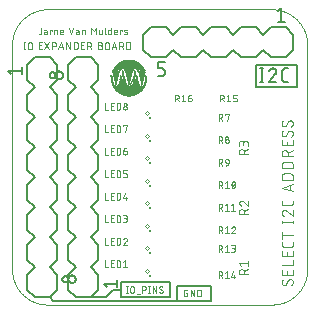
<source format=gto>
G75*
%MOIN*%
%OFA0B0*%
%FSLAX25Y25*%
%IPPOS*%
%LPD*%
%AMOC8*
5,1,8,0,0,1.08239X$1,22.5*
%
%ADD10C,0.00000*%
%ADD11C,0.00800*%
%ADD12C,0.00300*%
%ADD13R,0.00680X0.00020*%
%ADD14R,0.01200X0.00020*%
%ADD15R,0.01540X0.00020*%
%ADD16R,0.01820X0.00020*%
%ADD17R,0.02060X0.00020*%
%ADD18R,0.02300X0.00020*%
%ADD19R,0.02500X0.00020*%
%ADD20R,0.02660X0.00020*%
%ADD21R,0.02840X0.00020*%
%ADD22R,0.03000X0.00020*%
%ADD23R,0.03140X0.00020*%
%ADD24R,0.03300X0.00020*%
%ADD25R,0.03440X0.00020*%
%ADD26R,0.03560X0.00020*%
%ADD27R,0.03700X0.00020*%
%ADD28R,0.03820X0.00020*%
%ADD29R,0.03940X0.00020*%
%ADD30R,0.04060X0.00020*%
%ADD31R,0.04140X0.00020*%
%ADD32R,0.04260X0.00020*%
%ADD33R,0.04380X0.00020*%
%ADD34R,0.04460X0.00020*%
%ADD35R,0.04580X0.00020*%
%ADD36R,0.04660X0.00020*%
%ADD37R,0.04760X0.00020*%
%ADD38R,0.04860X0.00020*%
%ADD39R,0.04940X0.00020*%
%ADD40R,0.05020X0.00020*%
%ADD41R,0.05100X0.00020*%
%ADD42R,0.05180X0.00020*%
%ADD43R,0.05280X0.00020*%
%ADD44R,0.05360X0.00020*%
%ADD45R,0.05440X0.00020*%
%ADD46R,0.05520X0.00020*%
%ADD47R,0.05580X0.00020*%
%ADD48R,0.05660X0.00020*%
%ADD49R,0.05740X0.00020*%
%ADD50R,0.05820X0.00020*%
%ADD51R,0.05900X0.00020*%
%ADD52R,0.05940X0.00020*%
%ADD53R,0.06020X0.00020*%
%ADD54R,0.06100X0.00020*%
%ADD55R,0.06180X0.00020*%
%ADD56R,0.06220X0.00020*%
%ADD57R,0.06300X0.00020*%
%ADD58R,0.06360X0.00020*%
%ADD59R,0.06420X0.00020*%
%ADD60R,0.06500X0.00020*%
%ADD61R,0.06540X0.00020*%
%ADD62R,0.06620X0.00020*%
%ADD63R,0.06660X0.00020*%
%ADD64R,0.06740X0.00020*%
%ADD65R,0.06780X0.00020*%
%ADD66R,0.06860X0.00020*%
%ADD67R,0.06900X0.00020*%
%ADD68R,0.06960X0.00020*%
%ADD69R,0.07020X0.00020*%
%ADD70R,0.07060X0.00020*%
%ADD71R,0.07140X0.00020*%
%ADD72R,0.07180X0.00020*%
%ADD73R,0.07220X0.00020*%
%ADD74R,0.07300X0.00020*%
%ADD75R,0.07340X0.00020*%
%ADD76R,0.07380X0.00020*%
%ADD77R,0.07440X0.00020*%
%ADD78R,0.07500X0.00020*%
%ADD79R,0.07540X0.00020*%
%ADD80R,0.07580X0.00020*%
%ADD81R,0.07620X0.00020*%
%ADD82R,0.07700X0.00020*%
%ADD83R,0.07740X0.00020*%
%ADD84R,0.07780X0.00020*%
%ADD85R,0.07820X0.00020*%
%ADD86R,0.07860X0.00020*%
%ADD87R,0.07940X0.00020*%
%ADD88R,0.07980X0.00020*%
%ADD89R,0.08020X0.00020*%
%ADD90R,0.08060X0.00020*%
%ADD91R,0.08100X0.00020*%
%ADD92R,0.08140X0.00020*%
%ADD93R,0.08180X0.00020*%
%ADD94R,0.08220X0.00020*%
%ADD95R,0.08260X0.00020*%
%ADD96R,0.08300X0.00020*%
%ADD97R,0.08340X0.00020*%
%ADD98R,0.08380X0.00020*%
%ADD99R,0.08420X0.00020*%
%ADD100R,0.08460X0.00020*%
%ADD101R,0.08500X0.00020*%
%ADD102R,0.08540X0.00020*%
%ADD103R,0.08580X0.00020*%
%ADD104R,0.08620X0.00020*%
%ADD105R,0.08660X0.00020*%
%ADD106R,0.08700X0.00020*%
%ADD107R,0.08740X0.00020*%
%ADD108R,0.08780X0.00020*%
%ADD109R,0.08820X0.00020*%
%ADD110R,0.08860X0.00020*%
%ADD111R,0.08900X0.00020*%
%ADD112R,0.08940X0.00020*%
%ADD113R,0.08980X0.00020*%
%ADD114R,0.09020X0.00020*%
%ADD115R,0.09060X0.00020*%
%ADD116R,0.09100X0.00020*%
%ADD117R,0.09140X0.00020*%
%ADD118R,0.09180X0.00020*%
%ADD119R,0.09220X0.00020*%
%ADD120R,0.09260X0.00020*%
%ADD121R,0.09260X0.00020*%
%ADD122R,0.09300X0.00020*%
%ADD123R,0.09340X0.00020*%
%ADD124R,0.09380X0.00020*%
%ADD125R,0.09420X0.00020*%
%ADD126R,0.09440X0.00020*%
%ADD127R,0.09460X0.00020*%
%ADD128R,0.09500X0.00020*%
%ADD129R,0.09540X0.00020*%
%ADD130R,0.09580X0.00020*%
%ADD131R,0.09580X0.00020*%
%ADD132R,0.09620X0.00020*%
%ADD133R,0.09660X0.00020*%
%ADD134R,0.09700X0.00020*%
%ADD135R,0.09740X0.00020*%
%ADD136R,0.09780X0.00020*%
%ADD137R,0.09800X0.00020*%
%ADD138R,0.09820X0.00020*%
%ADD139R,0.09860X0.00020*%
%ADD140R,0.09900X0.00020*%
%ADD141R,0.09900X0.00020*%
%ADD142R,0.09940X0.00020*%
%ADD143R,0.09980X0.00020*%
%ADD144R,0.10020X0.00020*%
%ADD145R,0.10060X0.00020*%
%ADD146R,0.10060X0.00020*%
%ADD147R,0.10100X0.00020*%
%ADD148R,0.10140X0.00020*%
%ADD149R,0.10140X0.00020*%
%ADD150R,0.10180X0.00020*%
%ADD151R,0.10180X0.00020*%
%ADD152R,0.10220X0.00020*%
%ADD153R,0.10260X0.00020*%
%ADD154R,0.10260X0.00020*%
%ADD155R,0.10300X0.00020*%
%ADD156R,0.10340X0.00020*%
%ADD157R,0.10340X0.00020*%
%ADD158R,0.10380X0.00020*%
%ADD159R,0.10380X0.00020*%
%ADD160R,0.10420X0.00020*%
%ADD161R,0.10420X0.00020*%
%ADD162R,0.10460X0.00020*%
%ADD163R,0.10500X0.00020*%
%ADD164R,0.10500X0.00020*%
%ADD165R,0.10540X0.00020*%
%ADD166R,0.10540X0.00020*%
%ADD167R,0.10580X0.00020*%
%ADD168R,0.10620X0.00020*%
%ADD169R,0.00980X0.00020*%
%ADD170R,0.04040X0.00020*%
%ADD171R,0.01000X0.00020*%
%ADD172R,0.00900X0.00020*%
%ADD173R,0.03820X0.00020*%
%ADD174R,0.03820X0.00020*%
%ADD175R,0.00840X0.00020*%
%ADD176R,0.03700X0.00020*%
%ADD177R,0.03680X0.00020*%
%ADD178R,0.00800X0.00020*%
%ADD179R,0.03620X0.00020*%
%ADD180R,0.03600X0.00020*%
%ADD181R,0.00820X0.00020*%
%ADD182R,0.00780X0.00020*%
%ADD183R,0.03540X0.00020*%
%ADD184R,0.03520X0.00020*%
%ADD185R,0.00800X0.00020*%
%ADD186R,0.00760X0.00020*%
%ADD187R,0.03480X0.00020*%
%ADD188R,0.00780X0.00020*%
%ADD189R,0.00740X0.00020*%
%ADD190R,0.03420X0.00020*%
%ADD191R,0.03440X0.00020*%
%ADD192R,0.00760X0.00020*%
%ADD193R,0.00740X0.00020*%
%ADD194R,0.03380X0.00020*%
%ADD195R,0.00720X0.00020*%
%ADD196R,0.03340X0.00020*%
%ADD197R,0.03340X0.00020*%
%ADD198R,0.00720X0.00020*%
%ADD199R,0.03320X0.00020*%
%ADD200R,0.00700X0.00020*%
%ADD201R,0.03260X0.00020*%
%ADD202R,0.00720X0.00020*%
%ADD203R,0.00700X0.00020*%
%ADD204R,0.03220X0.00020*%
%ADD205R,0.03200X0.00020*%
%ADD206R,0.00720X0.00020*%
%ADD207R,0.03180X0.00020*%
%ADD208R,0.03160X0.00020*%
%ADD209R,0.03120X0.00020*%
%ADD210R,0.03120X0.00020*%
%ADD211R,0.00680X0.00020*%
%ADD212R,0.03080X0.00020*%
%ADD213R,0.03060X0.00020*%
%ADD214R,0.03040X0.00020*%
%ADD215R,0.03020X0.00020*%
%ADD216R,0.02980X0.00020*%
%ADD217R,0.02960X0.00020*%
%ADD218R,0.02940X0.00020*%
%ADD219R,0.02920X0.00020*%
%ADD220R,0.02900X0.00020*%
%ADD221R,0.00020X0.00020*%
%ADD222R,0.02880X0.00020*%
%ADD223R,0.02860X0.00020*%
%ADD224R,0.00020X0.00020*%
%ADD225R,0.00660X0.00020*%
%ADD226R,0.00040X0.00020*%
%ADD227R,0.02840X0.00020*%
%ADD228R,0.00060X0.00020*%
%ADD229R,0.02820X0.00020*%
%ADD230R,0.02800X0.00020*%
%ADD231R,0.00660X0.00020*%
%ADD232R,0.00080X0.00020*%
%ADD233R,0.02780X0.00020*%
%ADD234R,0.00100X0.00020*%
%ADD235R,0.00100X0.00020*%
%ADD236R,0.02760X0.00020*%
%ADD237R,0.02740X0.00020*%
%ADD238R,0.00120X0.00020*%
%ADD239R,0.02740X0.00020*%
%ADD240R,0.00120X0.00020*%
%ADD241R,0.02720X0.00020*%
%ADD242R,0.00140X0.00020*%
%ADD243R,0.00140X0.00020*%
%ADD244R,0.02700X0.00020*%
%ADD245R,0.00140X0.00020*%
%ADD246R,0.02680X0.00020*%
%ADD247R,0.00160X0.00020*%
%ADD248R,0.02680X0.00020*%
%ADD249R,0.00180X0.00020*%
%ADD250R,0.02640X0.00020*%
%ADD251R,0.00200X0.00020*%
%ADD252R,0.02620X0.00020*%
%ADD253R,0.02620X0.00020*%
%ADD254R,0.00180X0.00020*%
%ADD255R,0.00200X0.00020*%
%ADD256R,0.02600X0.00020*%
%ADD257R,0.00220X0.00020*%
%ADD258R,0.00240X0.00020*%
%ADD259R,0.02580X0.00020*%
%ADD260R,0.02560X0.00020*%
%ADD261R,0.00220X0.00020*%
%ADD262R,0.00240X0.00020*%
%ADD263R,0.02560X0.00020*%
%ADD264R,0.02540X0.00020*%
%ADD265R,0.00260X0.00020*%
%ADD266R,0.02520X0.00020*%
%ADD267R,0.00280X0.00020*%
%ADD268R,0.00260X0.00020*%
%ADD269R,0.00300X0.00020*%
%ADD270R,0.02480X0.00020*%
%ADD271R,0.00320X0.00020*%
%ADD272R,0.02460X0.00020*%
%ADD273R,0.00020X0.00020*%
%ADD274R,0.00320X0.00020*%
%ADD275R,0.00040X0.00020*%
%ADD276R,0.02440X0.00020*%
%ADD277R,0.00300X0.00020*%
%ADD278R,0.00320X0.00020*%
%ADD279R,0.02440X0.00020*%
%ADD280R,0.00040X0.00020*%
%ADD281R,0.00320X0.00020*%
%ADD282R,0.02420X0.00020*%
%ADD283R,0.00340X0.00020*%
%ADD284R,0.02400X0.00020*%
%ADD285R,0.00340X0.00020*%
%ADD286R,0.00360X0.00020*%
%ADD287R,0.02400X0.00020*%
%ADD288R,0.02380X0.00020*%
%ADD289R,0.00340X0.00020*%
%ADD290R,0.00360X0.00020*%
%ADD291R,0.02360X0.00020*%
%ADD292R,0.00380X0.00020*%
%ADD293R,0.00380X0.00020*%
%ADD294R,0.02340X0.00020*%
%ADD295R,0.00060X0.00020*%
%ADD296R,0.00400X0.00020*%
%ADD297R,0.02320X0.00020*%
%ADD298R,0.02320X0.00020*%
%ADD299R,0.00420X0.00020*%
%ADD300R,0.00420X0.00020*%
%ADD301R,0.00440X0.00020*%
%ADD302R,0.02280X0.00020*%
%ADD303R,0.00080X0.00020*%
%ADD304R,0.02260X0.00020*%
%ADD305R,0.00420X0.00020*%
%ADD306R,0.00440X0.00020*%
%ADD307R,0.02260X0.00020*%
%ADD308R,0.00460X0.00020*%
%ADD309R,0.00460X0.00020*%
%ADD310R,0.02240X0.00020*%
%ADD311R,0.00480X0.00020*%
%ADD312R,0.02220X0.00020*%
%ADD313R,0.02200X0.00020*%
%ADD314R,0.00500X0.00020*%
%ADD315R,0.00500X0.00020*%
%ADD316R,0.02180X0.00020*%
%ADD317R,0.00120X0.00020*%
%ADD318R,0.00520X0.00020*%
%ADD319R,0.02160X0.00020*%
%ADD320R,0.00520X0.00020*%
%ADD321R,0.00140X0.00020*%
%ADD322R,0.02140X0.00020*%
%ADD323R,0.00520X0.00020*%
%ADD324R,0.02140X0.00020*%
%ADD325R,0.00520X0.00020*%
%ADD326R,0.02140X0.00020*%
%ADD327R,0.00540X0.00020*%
%ADD328R,0.00540X0.00020*%
%ADD329R,0.02120X0.00020*%
%ADD330R,0.00540X0.00020*%
%ADD331R,0.00560X0.00020*%
%ADD332R,0.02100X0.00020*%
%ADD333R,0.02080X0.00020*%
%ADD334R,0.00640X0.00020*%
%ADD335R,0.00560X0.00020*%
%ADD336R,0.02080X0.00020*%
%ADD337R,0.00160X0.00020*%
%ADD338R,0.02060X0.00020*%
%ADD339R,0.00580X0.00020*%
%ADD340R,0.00580X0.00020*%
%ADD341R,0.02040X0.00020*%
%ADD342R,0.00600X0.00020*%
%ADD343R,0.02040X0.00020*%
%ADD344R,0.02020X0.00020*%
%ADD345R,0.02020X0.00020*%
%ADD346R,0.02000X0.00020*%
%ADD347R,0.00620X0.00020*%
%ADD348R,0.00620X0.00020*%
%ADD349R,0.01980X0.00020*%
%ADD350R,0.02000X0.00020*%
%ADD351R,0.00620X0.00020*%
%ADD352R,0.00640X0.00020*%
%ADD353R,0.01980X0.00020*%
%ADD354R,0.01960X0.00020*%
%ADD355R,0.01960X0.00020*%
%ADD356R,0.01940X0.00020*%
%ADD357R,0.01920X0.00020*%
%ADD358R,0.01900X0.00020*%
%ADD359R,0.01900X0.00020*%
%ADD360R,0.00220X0.00020*%
%ADD361R,0.01880X0.00020*%
%ADD362R,0.00220X0.00020*%
%ADD363R,0.01860X0.00020*%
%ADD364R,0.01880X0.00020*%
%ADD365R,0.01860X0.00020*%
%ADD366R,0.01840X0.00020*%
%ADD367R,0.01840X0.00020*%
%ADD368R,0.00740X0.00020*%
%ADD369R,0.01820X0.00020*%
%ADD370R,0.01800X0.00020*%
%ADD371R,0.01780X0.00020*%
%ADD372R,0.01780X0.00020*%
%ADD373R,0.01760X0.00020*%
%ADD374R,0.01740X0.00020*%
%ADD375R,0.01740X0.00020*%
%ADD376R,0.01720X0.00020*%
%ADD377R,0.00640X0.00020*%
%ADD378R,0.01720X0.00020*%
%ADD379R,0.00280X0.00020*%
%ADD380R,0.01720X0.00020*%
%ADD381R,0.00820X0.00020*%
%ADD382R,0.00640X0.00020*%
%ADD383R,0.00820X0.00020*%
%ADD384R,0.01700X0.00020*%
%ADD385R,0.00820X0.00020*%
%ADD386R,0.01680X0.00020*%
%ADD387R,0.01660X0.00020*%
%ADD388R,0.00860X0.00020*%
%ADD389R,0.00840X0.00020*%
%ADD390R,0.01660X0.00020*%
%ADD391R,0.01640X0.00020*%
%ADD392R,0.00860X0.00020*%
%ADD393R,0.01620X0.00020*%
%ADD394R,0.01640X0.00020*%
%ADD395R,0.00880X0.00020*%
%ADD396R,0.01620X0.00020*%
%ADD397R,0.01600X0.00020*%
%ADD398R,0.00880X0.00020*%
%ADD399R,0.01600X0.00020*%
%ADD400R,0.00900X0.00020*%
%ADD401R,0.01580X0.00020*%
%ADD402R,0.01560X0.00020*%
%ADD403R,0.01580X0.00020*%
%ADD404R,0.00920X0.00020*%
%ADD405R,0.01560X0.00020*%
%ADD406R,0.00920X0.00020*%
%ADD407R,0.00920X0.00020*%
%ADD408R,0.01540X0.00020*%
%ADD409R,0.00920X0.00020*%
%ADD410R,0.01540X0.00020*%
%ADD411R,0.00940X0.00020*%
%ADD412R,0.00620X0.00020*%
%ADD413R,0.00940X0.00020*%
%ADD414R,0.01520X0.00020*%
%ADD415R,0.00940X0.00020*%
%ADD416R,0.00960X0.00020*%
%ADD417R,0.01500X0.00020*%
%ADD418R,0.00960X0.00020*%
%ADD419R,0.01500X0.00020*%
%ADD420R,0.01480X0.00020*%
%ADD421R,0.01480X0.00020*%
%ADD422R,0.00980X0.00020*%
%ADD423R,0.01460X0.00020*%
%ADD424R,0.01440X0.00020*%
%ADD425R,0.01460X0.00020*%
%ADD426R,0.01420X0.00020*%
%ADD427R,0.00600X0.00020*%
%ADD428R,0.01000X0.00020*%
%ADD429R,0.01420X0.00020*%
%ADD430R,0.01420X0.00020*%
%ADD431R,0.01020X0.00020*%
%ADD432R,0.01020X0.00020*%
%ADD433R,0.01400X0.00020*%
%ADD434R,0.01020X0.00020*%
%ADD435R,0.01040X0.00020*%
%ADD436R,0.01380X0.00020*%
%ADD437R,0.00400X0.00020*%
%ADD438R,0.01400X0.00020*%
%ADD439R,0.01040X0.00020*%
%ADD440R,0.01380X0.00020*%
%ADD441R,0.01360X0.00020*%
%ADD442R,0.01060X0.00020*%
%ADD443R,0.01060X0.00020*%
%ADD444R,0.01340X0.00020*%
%ADD445R,0.01080X0.00020*%
%ADD446R,0.01320X0.00020*%
%ADD447R,0.01080X0.00020*%
%ADD448R,0.01320X0.00020*%
%ADD449R,0.00420X0.00020*%
%ADD450R,0.01300X0.00020*%
%ADD451R,0.01100X0.00020*%
%ADD452R,0.01300X0.00020*%
%ADD453R,0.01280X0.00020*%
%ADD454R,0.01100X0.00020*%
%ADD455R,0.01120X0.00020*%
%ADD456R,0.01260X0.00020*%
%ADD457R,0.01120X0.00020*%
%ADD458R,0.00440X0.00020*%
%ADD459R,0.01120X0.00020*%
%ADD460R,0.01260X0.00020*%
%ADD461R,0.01120X0.00020*%
%ADD462R,0.01240X0.00020*%
%ADD463R,0.01140X0.00020*%
%ADD464R,0.01240X0.00020*%
%ADD465R,0.01240X0.00020*%
%ADD466R,0.01140X0.00020*%
%ADD467R,0.01220X0.00020*%
%ADD468R,0.01140X0.00020*%
%ADD469R,0.01160X0.00020*%
%ADD470R,0.01200X0.00020*%
%ADD471R,0.01160X0.00020*%
%ADD472R,0.01180X0.00020*%
%ADD473R,0.01180X0.00020*%
%ADD474R,0.00480X0.00020*%
%ADD475R,0.01220X0.00020*%
%ADD476R,0.01220X0.00020*%
%ADD477R,0.01240X0.00020*%
%ADD478R,0.01280X0.00020*%
%ADD479R,0.01020X0.00020*%
%ADD480R,0.01320X0.00020*%
%ADD481R,0.01320X0.00020*%
%ADD482R,0.00940X0.00020*%
%ADD483R,0.01340X0.00020*%
%ADD484R,0.01340X0.00020*%
%ADD485R,0.01360X0.00020*%
%ADD486R,0.01440X0.00020*%
%ADD487R,0.01520X0.00020*%
%ADD488R,0.01520X0.00020*%
%ADD489R,0.01520X0.00020*%
%ADD490R,0.01540X0.00020*%
%ADD491R,0.01620X0.00020*%
%ADD492R,0.01620X0.00020*%
%ADD493R,0.01680X0.00020*%
%ADD494R,0.01700X0.00020*%
%ADD495R,0.00740X0.00020*%
%ADD496R,0.01740X0.00020*%
%ADD497R,0.01740X0.00020*%
%ADD498R,0.01760X0.00020*%
%ADD499R,0.01800X0.00020*%
%ADD500R,0.01820X0.00020*%
%ADD501R,0.01820X0.00020*%
%ADD502R,0.01840X0.00020*%
%ADD503R,0.01920X0.00020*%
%ADD504R,0.00840X0.00020*%
%ADD505R,0.00040X0.00020*%
%ADD506R,0.01920X0.00020*%
%ADD507R,0.01920X0.00020*%
%ADD508R,0.01940X0.00020*%
%ADD509R,0.01940X0.00020*%
%ADD510R,0.02020X0.00020*%
%ADD511R,0.02100X0.00020*%
%ADD512R,0.02120X0.00020*%
%ADD513R,0.02140X0.00020*%
%ADD514R,0.02120X0.00020*%
%ADD515R,0.02160X0.00020*%
%ADD516R,0.02180X0.00020*%
%ADD517R,0.02200X0.00020*%
%ADD518R,0.02220X0.00020*%
%ADD519R,0.02220X0.00020*%
%ADD520R,0.02240X0.00020*%
%ADD521R,0.02280X0.00020*%
%ADD522R,0.02300X0.00020*%
%ADD523R,0.02320X0.00020*%
%ADD524R,0.02320X0.00020*%
%ADD525R,0.02340X0.00020*%
%ADD526R,0.02340X0.00020*%
%ADD527R,0.02360X0.00020*%
%ADD528R,0.02440X0.00020*%
%ADD529R,0.02460X0.00020*%
%ADD530R,0.02480X0.00020*%
%ADD531R,0.02020X0.00020*%
%ADD532R,0.02540X0.00020*%
%ADD533R,0.02580X0.00020*%
%ADD534R,0.02600X0.00020*%
%ADD535R,0.02620X0.00020*%
%ADD536R,0.02640X0.00020*%
%ADD537R,0.02760X0.00020*%
%ADD538R,0.02780X0.00020*%
%ADD539R,0.01420X0.00020*%
%ADD540R,0.00440X0.00020*%
%ADD541R,0.02820X0.00020*%
%ADD542R,0.02860X0.00020*%
%ADD543R,0.02900X0.00020*%
%ADD544R,0.02920X0.00020*%
%ADD545R,0.02920X0.00020*%
%ADD546R,0.02960X0.00020*%
%ADD547R,0.03000X0.00020*%
%ADD548R,0.00020X0.00020*%
%ADD549R,0.03040X0.00020*%
%ADD550R,0.03040X0.00020*%
%ADD551R,0.03080X0.00020*%
%ADD552R,0.03100X0.00020*%
%ADD553R,0.03120X0.00020*%
%ADD554R,0.03160X0.00020*%
%ADD555R,0.01040X0.00020*%
%ADD556R,0.03200X0.00020*%
%ADD557R,0.03220X0.00020*%
%ADD558R,0.00540X0.00020*%
%ADD559R,0.03260X0.00020*%
%ADD560R,0.03280X0.00020*%
%ADD561R,0.03360X0.00020*%
%ADD562R,0.03400X0.00020*%
%ADD563R,0.03460X0.00020*%
%ADD564R,0.03500X0.00020*%
%ADD565R,0.03580X0.00020*%
%ADD566R,0.03660X0.00020*%
%ADD567R,0.03760X0.00020*%
%ADD568R,0.02880X0.00020*%
%ADD569R,0.03920X0.00020*%
%ADD570R,0.10240X0.00020*%
%ADD571R,0.10020X0.00020*%
%ADD572R,0.09940X0.00020*%
%ADD573R,0.09860X0.00020*%
%ADD574R,0.09780X0.00020*%
%ADD575R,0.09660X0.00020*%
%ADD576R,0.09420X0.00020*%
%ADD577R,0.09400X0.00020*%
%ADD578R,0.09020X0.00020*%
%ADD579R,0.08980X0.00020*%
%ADD580R,0.07940X0.00020*%
%ADD581R,0.07900X0.00020*%
%ADD582R,0.07660X0.00020*%
%ADD583R,0.07420X0.00020*%
%ADD584R,0.07260X0.00020*%
%ADD585R,0.07100X0.00020*%
%ADD586R,0.06940X0.00020*%
%ADD587R,0.06820X0.00020*%
%ADD588R,0.06600X0.00020*%
%ADD589R,0.06460X0.00020*%
%ADD590R,0.06340X0.00020*%
%ADD591R,0.06140X0.00020*%
%ADD592R,0.05860X0.00020*%
%ADD593R,0.05500X0.00020*%
%ADD594R,0.05420X0.00020*%
%ADD595R,0.05340X0.00020*%
%ADD596R,0.05260X0.00020*%
%ADD597R,0.04840X0.00020*%
%ADD598R,0.04740X0.00020*%
%ADD599R,0.04540X0.00020*%
%ADD600R,0.04340X0.00020*%
%ADD601R,0.04020X0.00020*%
%ADD602R,0.03800X0.00020*%
%ADD603R,0.03680X0.00020*%
%ADD604R,0.03540X0.00020*%
%ADD605R,0.03420X0.00020*%
%ADD606R,0.03280X0.00020*%
%ADD607R,0.02980X0.00020*%
%ADD608C,0.00200*%
%ADD609C,0.00250*%
%ADD610C,0.00984*%
%ADD611C,0.00600*%
%ADD612C,0.00500*%
D10*
X0004500Y0013111D02*
X0004500Y0087914D01*
X0004503Y0088199D01*
X0004514Y0088485D01*
X0004531Y0088770D01*
X0004555Y0089054D01*
X0004586Y0089338D01*
X0004624Y0089621D01*
X0004669Y0089902D01*
X0004720Y0090183D01*
X0004778Y0090463D01*
X0004843Y0090741D01*
X0004915Y0091017D01*
X0004993Y0091291D01*
X0005078Y0091564D01*
X0005170Y0091834D01*
X0005268Y0092102D01*
X0005372Y0092368D01*
X0005483Y0092631D01*
X0005600Y0092891D01*
X0005723Y0093149D01*
X0005853Y0093403D01*
X0005989Y0093654D01*
X0006130Y0093902D01*
X0006278Y0094146D01*
X0006431Y0094387D01*
X0006591Y0094623D01*
X0006756Y0094856D01*
X0006926Y0095085D01*
X0007102Y0095310D01*
X0007284Y0095530D01*
X0007470Y0095746D01*
X0007662Y0095957D01*
X0007859Y0096164D01*
X0008061Y0096366D01*
X0008268Y0096563D01*
X0008479Y0096755D01*
X0008695Y0096941D01*
X0008915Y0097123D01*
X0009140Y0097299D01*
X0009369Y0097469D01*
X0009602Y0097634D01*
X0009838Y0097794D01*
X0010079Y0097947D01*
X0010323Y0098095D01*
X0010571Y0098236D01*
X0010822Y0098372D01*
X0011076Y0098502D01*
X0011334Y0098625D01*
X0011594Y0098742D01*
X0011857Y0098853D01*
X0012123Y0098957D01*
X0012391Y0099055D01*
X0012661Y0099147D01*
X0012934Y0099232D01*
X0013208Y0099310D01*
X0013484Y0099382D01*
X0013762Y0099447D01*
X0014042Y0099505D01*
X0014323Y0099556D01*
X0014604Y0099601D01*
X0014887Y0099639D01*
X0015171Y0099670D01*
X0015455Y0099694D01*
X0015740Y0099711D01*
X0016026Y0099722D01*
X0016311Y0099725D01*
X0091114Y0099725D01*
X0091399Y0099722D01*
X0091685Y0099711D01*
X0091970Y0099694D01*
X0092254Y0099670D01*
X0092538Y0099639D01*
X0092821Y0099601D01*
X0093102Y0099556D01*
X0093383Y0099505D01*
X0093663Y0099447D01*
X0093941Y0099382D01*
X0094217Y0099310D01*
X0094491Y0099232D01*
X0094764Y0099147D01*
X0095034Y0099055D01*
X0095302Y0098957D01*
X0095568Y0098853D01*
X0095831Y0098742D01*
X0096091Y0098625D01*
X0096349Y0098502D01*
X0096603Y0098372D01*
X0096854Y0098236D01*
X0097102Y0098095D01*
X0097346Y0097947D01*
X0097587Y0097794D01*
X0097823Y0097634D01*
X0098056Y0097469D01*
X0098285Y0097299D01*
X0098510Y0097123D01*
X0098730Y0096941D01*
X0098946Y0096755D01*
X0099157Y0096563D01*
X0099364Y0096366D01*
X0099566Y0096164D01*
X0099763Y0095957D01*
X0099955Y0095746D01*
X0100141Y0095530D01*
X0100323Y0095310D01*
X0100499Y0095085D01*
X0100669Y0094856D01*
X0100834Y0094623D01*
X0100994Y0094387D01*
X0101147Y0094146D01*
X0101295Y0093902D01*
X0101436Y0093654D01*
X0101572Y0093403D01*
X0101702Y0093149D01*
X0101825Y0092891D01*
X0101942Y0092631D01*
X0102053Y0092368D01*
X0102157Y0092102D01*
X0102255Y0091834D01*
X0102347Y0091564D01*
X0102432Y0091291D01*
X0102510Y0091017D01*
X0102582Y0090741D01*
X0102647Y0090463D01*
X0102705Y0090183D01*
X0102756Y0089902D01*
X0102801Y0089621D01*
X0102839Y0089338D01*
X0102870Y0089054D01*
X0102894Y0088770D01*
X0102911Y0088485D01*
X0102922Y0088199D01*
X0102925Y0087914D01*
X0102925Y0013111D01*
X0102922Y0012826D01*
X0102911Y0012540D01*
X0102894Y0012255D01*
X0102870Y0011971D01*
X0102839Y0011687D01*
X0102801Y0011404D01*
X0102756Y0011123D01*
X0102705Y0010842D01*
X0102647Y0010562D01*
X0102582Y0010284D01*
X0102510Y0010008D01*
X0102432Y0009734D01*
X0102347Y0009461D01*
X0102255Y0009191D01*
X0102157Y0008923D01*
X0102053Y0008657D01*
X0101942Y0008394D01*
X0101825Y0008134D01*
X0101702Y0007876D01*
X0101572Y0007622D01*
X0101436Y0007371D01*
X0101295Y0007123D01*
X0101147Y0006879D01*
X0100994Y0006638D01*
X0100834Y0006402D01*
X0100669Y0006169D01*
X0100499Y0005940D01*
X0100323Y0005715D01*
X0100141Y0005495D01*
X0099955Y0005279D01*
X0099763Y0005068D01*
X0099566Y0004861D01*
X0099364Y0004659D01*
X0099157Y0004462D01*
X0098946Y0004270D01*
X0098730Y0004084D01*
X0098510Y0003902D01*
X0098285Y0003726D01*
X0098056Y0003556D01*
X0097823Y0003391D01*
X0097587Y0003231D01*
X0097346Y0003078D01*
X0097102Y0002930D01*
X0096854Y0002789D01*
X0096603Y0002653D01*
X0096349Y0002523D01*
X0096091Y0002400D01*
X0095831Y0002283D01*
X0095568Y0002172D01*
X0095302Y0002068D01*
X0095034Y0001970D01*
X0094764Y0001878D01*
X0094491Y0001793D01*
X0094217Y0001715D01*
X0093941Y0001643D01*
X0093663Y0001578D01*
X0093383Y0001520D01*
X0093102Y0001469D01*
X0092821Y0001424D01*
X0092538Y0001386D01*
X0092254Y0001355D01*
X0091970Y0001331D01*
X0091685Y0001314D01*
X0091399Y0001303D01*
X0091114Y0001300D01*
X0016311Y0001300D01*
X0016026Y0001303D01*
X0015740Y0001314D01*
X0015455Y0001331D01*
X0015171Y0001355D01*
X0014887Y0001386D01*
X0014604Y0001424D01*
X0014323Y0001469D01*
X0014042Y0001520D01*
X0013762Y0001578D01*
X0013484Y0001643D01*
X0013208Y0001715D01*
X0012934Y0001793D01*
X0012661Y0001878D01*
X0012391Y0001970D01*
X0012123Y0002068D01*
X0011857Y0002172D01*
X0011594Y0002283D01*
X0011334Y0002400D01*
X0011076Y0002523D01*
X0010822Y0002653D01*
X0010571Y0002789D01*
X0010323Y0002930D01*
X0010079Y0003078D01*
X0009838Y0003231D01*
X0009602Y0003391D01*
X0009369Y0003556D01*
X0009140Y0003726D01*
X0008915Y0003902D01*
X0008695Y0004084D01*
X0008479Y0004270D01*
X0008268Y0004462D01*
X0008061Y0004659D01*
X0007859Y0004861D01*
X0007662Y0005068D01*
X0007470Y0005279D01*
X0007284Y0005495D01*
X0007102Y0005715D01*
X0006926Y0005940D01*
X0006756Y0006169D01*
X0006591Y0006402D01*
X0006431Y0006638D01*
X0006278Y0006879D01*
X0006130Y0007123D01*
X0005989Y0007371D01*
X0005853Y0007622D01*
X0005723Y0007876D01*
X0005600Y0008134D01*
X0005483Y0008394D01*
X0005372Y0008657D01*
X0005268Y0008923D01*
X0005170Y0009191D01*
X0005078Y0009461D01*
X0004993Y0009734D01*
X0004915Y0010008D01*
X0004843Y0010284D01*
X0004778Y0010562D01*
X0004720Y0010842D01*
X0004669Y0011123D01*
X0004624Y0011404D01*
X0004586Y0011687D01*
X0004555Y0011971D01*
X0004531Y0012255D01*
X0004514Y0012540D01*
X0004503Y0012826D01*
X0004500Y0013111D01*
D11*
X0017000Y0003800D02*
X0018250Y0002550D01*
X0059500Y0002550D01*
X0059500Y0007550D01*
X0070750Y0007550D01*
X0070750Y0002550D01*
X0059500Y0002550D01*
X0057000Y0003800D02*
X0040750Y0003800D01*
X0040750Y0006300D01*
X0040750Y0008800D01*
X0057000Y0008800D01*
X0057000Y0003800D01*
X0040750Y0006300D02*
X0038250Y0006300D01*
X0035750Y0003800D01*
X0030750Y0003800D01*
X0085750Y0073800D02*
X0099500Y0073800D01*
X0099500Y0081300D01*
X0085750Y0081300D01*
X0085750Y0073800D01*
D12*
X0096558Y0062264D02*
X0095942Y0061134D01*
X0094400Y0061545D02*
X0094402Y0061621D01*
X0094408Y0061697D01*
X0094417Y0061773D01*
X0094430Y0061848D01*
X0094447Y0061923D01*
X0094468Y0061996D01*
X0094492Y0062069D01*
X0094519Y0062140D01*
X0094551Y0062209D01*
X0094585Y0062278D01*
X0094623Y0062344D01*
X0094664Y0062408D01*
X0094708Y0062470D01*
X0095941Y0061134D02*
X0095912Y0061088D01*
X0095880Y0061045D01*
X0095846Y0061003D01*
X0095808Y0060964D01*
X0095769Y0060927D01*
X0095727Y0060893D01*
X0095682Y0060861D01*
X0095636Y0060833D01*
X0095588Y0060808D01*
X0095539Y0060785D01*
X0095488Y0060767D01*
X0095436Y0060751D01*
X0095384Y0060739D01*
X0095330Y0060730D01*
X0095276Y0060725D01*
X0095222Y0060723D01*
X0095166Y0060725D01*
X0095110Y0060731D01*
X0095055Y0060740D01*
X0095000Y0060753D01*
X0094947Y0060770D01*
X0094895Y0060791D01*
X0094844Y0060815D01*
X0094795Y0060843D01*
X0094748Y0060873D01*
X0094703Y0060907D01*
X0094661Y0060944D01*
X0094621Y0060984D01*
X0094584Y0061026D01*
X0094550Y0061071D01*
X0094520Y0061118D01*
X0094492Y0061167D01*
X0094468Y0061218D01*
X0094447Y0061270D01*
X0094430Y0061323D01*
X0094417Y0061378D01*
X0094408Y0061433D01*
X0094402Y0061489D01*
X0094400Y0061545D01*
X0097586Y0060620D02*
X0097642Y0060678D01*
X0097695Y0060738D01*
X0097746Y0060801D01*
X0097793Y0060867D01*
X0097837Y0060934D01*
X0097878Y0061004D01*
X0097916Y0061075D01*
X0097950Y0061148D01*
X0097981Y0061222D01*
X0098009Y0061298D01*
X0098033Y0061375D01*
X0098053Y0061453D01*
X0098070Y0061532D01*
X0098083Y0061612D01*
X0098093Y0061692D01*
X0098098Y0061772D01*
X0098100Y0061853D01*
X0098098Y0061909D01*
X0098092Y0061965D01*
X0098083Y0062020D01*
X0098070Y0062075D01*
X0098053Y0062128D01*
X0098032Y0062180D01*
X0098008Y0062231D01*
X0097980Y0062280D01*
X0097950Y0062327D01*
X0097916Y0062372D01*
X0097879Y0062414D01*
X0097839Y0062454D01*
X0097797Y0062491D01*
X0097752Y0062525D01*
X0097705Y0062555D01*
X0097656Y0062583D01*
X0097605Y0062607D01*
X0097553Y0062628D01*
X0097500Y0062645D01*
X0097445Y0062658D01*
X0097390Y0062667D01*
X0097334Y0062673D01*
X0097278Y0062675D01*
X0097224Y0062673D01*
X0097170Y0062668D01*
X0097116Y0062659D01*
X0097064Y0062647D01*
X0097012Y0062631D01*
X0096961Y0062613D01*
X0096912Y0062590D01*
X0096864Y0062565D01*
X0096818Y0062537D01*
X0096773Y0062505D01*
X0096731Y0062471D01*
X0096692Y0062434D01*
X0096654Y0062395D01*
X0096620Y0062353D01*
X0096588Y0062310D01*
X0096559Y0062264D01*
X0096558Y0058904D02*
X0095942Y0057774D01*
X0094400Y0058185D02*
X0094402Y0058261D01*
X0094408Y0058337D01*
X0094417Y0058413D01*
X0094430Y0058488D01*
X0094447Y0058563D01*
X0094468Y0058636D01*
X0094492Y0058709D01*
X0094519Y0058780D01*
X0094551Y0058849D01*
X0094585Y0058918D01*
X0094623Y0058984D01*
X0094664Y0059048D01*
X0094708Y0059110D01*
X0095941Y0057774D02*
X0095912Y0057728D01*
X0095880Y0057685D01*
X0095846Y0057643D01*
X0095808Y0057604D01*
X0095769Y0057567D01*
X0095727Y0057533D01*
X0095682Y0057501D01*
X0095636Y0057473D01*
X0095588Y0057448D01*
X0095539Y0057425D01*
X0095488Y0057407D01*
X0095436Y0057391D01*
X0095384Y0057379D01*
X0095330Y0057370D01*
X0095276Y0057365D01*
X0095222Y0057363D01*
X0095166Y0057365D01*
X0095110Y0057371D01*
X0095055Y0057380D01*
X0095000Y0057393D01*
X0094947Y0057410D01*
X0094895Y0057431D01*
X0094844Y0057455D01*
X0094795Y0057483D01*
X0094748Y0057513D01*
X0094703Y0057547D01*
X0094661Y0057584D01*
X0094621Y0057624D01*
X0094584Y0057666D01*
X0094550Y0057711D01*
X0094520Y0057758D01*
X0094492Y0057807D01*
X0094468Y0057858D01*
X0094447Y0057910D01*
X0094430Y0057963D01*
X0094417Y0058018D01*
X0094408Y0058073D01*
X0094402Y0058129D01*
X0094400Y0058185D01*
X0097586Y0057260D02*
X0097642Y0057318D01*
X0097695Y0057378D01*
X0097746Y0057441D01*
X0097793Y0057507D01*
X0097837Y0057574D01*
X0097878Y0057644D01*
X0097916Y0057715D01*
X0097950Y0057788D01*
X0097981Y0057862D01*
X0098009Y0057938D01*
X0098033Y0058015D01*
X0098053Y0058093D01*
X0098070Y0058172D01*
X0098083Y0058252D01*
X0098093Y0058332D01*
X0098098Y0058412D01*
X0098100Y0058493D01*
X0098098Y0058549D01*
X0098092Y0058605D01*
X0098083Y0058660D01*
X0098070Y0058715D01*
X0098053Y0058768D01*
X0098032Y0058820D01*
X0098008Y0058871D01*
X0097980Y0058920D01*
X0097950Y0058967D01*
X0097916Y0059012D01*
X0097879Y0059054D01*
X0097839Y0059094D01*
X0097797Y0059131D01*
X0097752Y0059165D01*
X0097705Y0059195D01*
X0097656Y0059223D01*
X0097605Y0059247D01*
X0097553Y0059268D01*
X0097500Y0059285D01*
X0097445Y0059298D01*
X0097390Y0059307D01*
X0097334Y0059313D01*
X0097278Y0059315D01*
X0097224Y0059313D01*
X0097170Y0059308D01*
X0097116Y0059299D01*
X0097064Y0059287D01*
X0097012Y0059271D01*
X0096961Y0059253D01*
X0096912Y0059230D01*
X0096864Y0059205D01*
X0096818Y0059177D01*
X0096773Y0059145D01*
X0096731Y0059111D01*
X0096692Y0059074D01*
X0096654Y0059035D01*
X0096620Y0058993D01*
X0096588Y0058950D01*
X0096559Y0058904D01*
X0098100Y0056031D02*
X0098100Y0054387D01*
X0094400Y0054387D01*
X0094400Y0056031D01*
X0096044Y0055620D02*
X0096044Y0054387D01*
X0096456Y0051916D02*
X0098100Y0052738D01*
X0096456Y0051710D02*
X0096456Y0050682D01*
X0096456Y0051710D02*
X0096454Y0051773D01*
X0096448Y0051836D01*
X0096438Y0051899D01*
X0096425Y0051961D01*
X0096408Y0052022D01*
X0096387Y0052081D01*
X0096362Y0052140D01*
X0096334Y0052196D01*
X0096302Y0052251D01*
X0096267Y0052304D01*
X0096229Y0052354D01*
X0096188Y0052403D01*
X0096144Y0052448D01*
X0096097Y0052491D01*
X0096048Y0052530D01*
X0095996Y0052567D01*
X0095942Y0052600D01*
X0095886Y0052630D01*
X0095829Y0052657D01*
X0095770Y0052680D01*
X0095709Y0052699D01*
X0095648Y0052714D01*
X0095586Y0052726D01*
X0095523Y0052734D01*
X0095460Y0052738D01*
X0095396Y0052738D01*
X0095333Y0052734D01*
X0095270Y0052726D01*
X0095208Y0052714D01*
X0095147Y0052699D01*
X0095086Y0052680D01*
X0095027Y0052657D01*
X0094970Y0052630D01*
X0094914Y0052600D01*
X0094860Y0052567D01*
X0094808Y0052530D01*
X0094759Y0052491D01*
X0094712Y0052448D01*
X0094668Y0052403D01*
X0094627Y0052354D01*
X0094589Y0052304D01*
X0094554Y0052251D01*
X0094522Y0052196D01*
X0094494Y0052140D01*
X0094469Y0052081D01*
X0094448Y0052022D01*
X0094431Y0051961D01*
X0094418Y0051899D01*
X0094408Y0051836D01*
X0094402Y0051773D01*
X0094400Y0051710D01*
X0094400Y0050682D01*
X0098100Y0050682D01*
X0097072Y0048875D02*
X0095428Y0048875D01*
X0095428Y0048876D02*
X0095366Y0048874D01*
X0095304Y0048869D01*
X0095243Y0048859D01*
X0095182Y0048846D01*
X0095122Y0048829D01*
X0095063Y0048809D01*
X0095006Y0048785D01*
X0094950Y0048758D01*
X0094896Y0048728D01*
X0094844Y0048694D01*
X0094794Y0048657D01*
X0094746Y0048617D01*
X0094701Y0048575D01*
X0094659Y0048530D01*
X0094619Y0048482D01*
X0094582Y0048432D01*
X0094548Y0048380D01*
X0094518Y0048326D01*
X0094491Y0048270D01*
X0094467Y0048213D01*
X0094447Y0048154D01*
X0094430Y0048094D01*
X0094417Y0048033D01*
X0094407Y0047972D01*
X0094402Y0047910D01*
X0094400Y0047848D01*
X0094400Y0046820D01*
X0098100Y0046820D01*
X0098100Y0047848D01*
X0098098Y0047910D01*
X0098093Y0047972D01*
X0098083Y0048033D01*
X0098070Y0048094D01*
X0098053Y0048154D01*
X0098033Y0048213D01*
X0098009Y0048270D01*
X0097982Y0048326D01*
X0097952Y0048380D01*
X0097918Y0048432D01*
X0097881Y0048482D01*
X0097841Y0048530D01*
X0097799Y0048575D01*
X0097754Y0048617D01*
X0097706Y0048657D01*
X0097656Y0048694D01*
X0097604Y0048728D01*
X0097550Y0048758D01*
X0097494Y0048785D01*
X0097437Y0048809D01*
X0097378Y0048829D01*
X0097318Y0048846D01*
X0097257Y0048859D01*
X0097196Y0048869D01*
X0097134Y0048874D01*
X0097072Y0048876D01*
X0097072Y0045035D02*
X0095428Y0045035D01*
X0095428Y0045036D02*
X0095366Y0045034D01*
X0095304Y0045029D01*
X0095243Y0045019D01*
X0095182Y0045006D01*
X0095122Y0044989D01*
X0095063Y0044969D01*
X0095006Y0044945D01*
X0094950Y0044918D01*
X0094896Y0044888D01*
X0094844Y0044854D01*
X0094794Y0044817D01*
X0094746Y0044777D01*
X0094701Y0044735D01*
X0094659Y0044690D01*
X0094619Y0044642D01*
X0094582Y0044592D01*
X0094548Y0044540D01*
X0094518Y0044486D01*
X0094491Y0044430D01*
X0094467Y0044373D01*
X0094447Y0044314D01*
X0094430Y0044254D01*
X0094417Y0044193D01*
X0094407Y0044132D01*
X0094402Y0044070D01*
X0094400Y0044008D01*
X0094400Y0042980D01*
X0098100Y0042980D01*
X0098100Y0044008D01*
X0098098Y0044070D01*
X0098093Y0044132D01*
X0098083Y0044193D01*
X0098070Y0044254D01*
X0098053Y0044314D01*
X0098033Y0044373D01*
X0098009Y0044430D01*
X0097982Y0044486D01*
X0097952Y0044540D01*
X0097918Y0044592D01*
X0097881Y0044642D01*
X0097841Y0044690D01*
X0097799Y0044735D01*
X0097754Y0044777D01*
X0097706Y0044817D01*
X0097656Y0044854D01*
X0097604Y0044888D01*
X0097550Y0044918D01*
X0097494Y0044945D01*
X0097437Y0044969D01*
X0097378Y0044989D01*
X0097318Y0045006D01*
X0097257Y0045019D01*
X0097196Y0045029D01*
X0097134Y0045034D01*
X0097072Y0045036D01*
X0098100Y0041521D02*
X0094400Y0040288D01*
X0098100Y0039054D01*
X0097175Y0039363D02*
X0097175Y0041213D01*
X0098100Y0035974D02*
X0098100Y0035152D01*
X0098098Y0035096D01*
X0098092Y0035040D01*
X0098083Y0034985D01*
X0098070Y0034930D01*
X0098053Y0034877D01*
X0098032Y0034825D01*
X0098008Y0034774D01*
X0097980Y0034725D01*
X0097950Y0034678D01*
X0097916Y0034633D01*
X0097879Y0034591D01*
X0097839Y0034551D01*
X0097797Y0034514D01*
X0097752Y0034480D01*
X0097705Y0034450D01*
X0097656Y0034422D01*
X0097605Y0034398D01*
X0097553Y0034377D01*
X0097500Y0034360D01*
X0097445Y0034347D01*
X0097390Y0034338D01*
X0097334Y0034332D01*
X0097278Y0034330D01*
X0095222Y0034330D01*
X0095166Y0034332D01*
X0095110Y0034338D01*
X0095055Y0034347D01*
X0095000Y0034360D01*
X0094947Y0034377D01*
X0094895Y0034398D01*
X0094844Y0034422D01*
X0094795Y0034450D01*
X0094748Y0034480D01*
X0094703Y0034514D01*
X0094661Y0034551D01*
X0094621Y0034591D01*
X0094584Y0034633D01*
X0094550Y0034678D01*
X0094520Y0034725D01*
X0094492Y0034774D01*
X0094468Y0034824D01*
X0094447Y0034877D01*
X0094430Y0034930D01*
X0094417Y0034985D01*
X0094408Y0035040D01*
X0094402Y0035096D01*
X0094400Y0035152D01*
X0094400Y0035974D01*
X0096044Y0032487D02*
X0098100Y0030740D01*
X0098100Y0032795D01*
X0095222Y0030740D02*
X0095158Y0030763D01*
X0095095Y0030789D01*
X0095034Y0030819D01*
X0094975Y0030852D01*
X0094918Y0030889D01*
X0094863Y0030929D01*
X0094811Y0030972D01*
X0094761Y0031018D01*
X0094713Y0031066D01*
X0094669Y0031117D01*
X0094627Y0031171D01*
X0094589Y0031227D01*
X0094554Y0031285D01*
X0094522Y0031345D01*
X0094494Y0031407D01*
X0094469Y0031470D01*
X0094448Y0031535D01*
X0094431Y0031601D01*
X0094417Y0031667D01*
X0094408Y0031734D01*
X0094402Y0031802D01*
X0094400Y0031870D01*
X0094402Y0031928D01*
X0094407Y0031986D01*
X0094416Y0032043D01*
X0094429Y0032100D01*
X0094445Y0032156D01*
X0094465Y0032211D01*
X0094488Y0032264D01*
X0094514Y0032316D01*
X0094544Y0032366D01*
X0094577Y0032414D01*
X0094612Y0032460D01*
X0094651Y0032503D01*
X0094692Y0032544D01*
X0094735Y0032583D01*
X0094781Y0032618D01*
X0094829Y0032651D01*
X0094879Y0032681D01*
X0094931Y0032707D01*
X0094984Y0032730D01*
X0095039Y0032750D01*
X0095095Y0032766D01*
X0095152Y0032779D01*
X0095209Y0032788D01*
X0095267Y0032793D01*
X0095325Y0032795D01*
X0095325Y0032796D02*
X0095387Y0032794D01*
X0095449Y0032788D01*
X0095510Y0032779D01*
X0095570Y0032765D01*
X0095630Y0032748D01*
X0095688Y0032727D01*
X0095745Y0032703D01*
X0095800Y0032675D01*
X0095854Y0032644D01*
X0095905Y0032609D01*
X0095954Y0032572D01*
X0096001Y0032531D01*
X0096045Y0032488D01*
X0094400Y0029299D02*
X0094400Y0028477D01*
X0094400Y0028888D02*
X0098100Y0028888D01*
X0098100Y0028477D02*
X0098100Y0029299D01*
X0094400Y0025355D02*
X0094400Y0023300D01*
X0094400Y0024328D02*
X0098100Y0024328D01*
X0098100Y0022174D02*
X0098100Y0021352D01*
X0098098Y0021296D01*
X0098092Y0021240D01*
X0098083Y0021185D01*
X0098070Y0021130D01*
X0098053Y0021077D01*
X0098032Y0021025D01*
X0098008Y0020974D01*
X0097980Y0020925D01*
X0097950Y0020878D01*
X0097916Y0020833D01*
X0097879Y0020791D01*
X0097839Y0020751D01*
X0097797Y0020714D01*
X0097752Y0020680D01*
X0097705Y0020650D01*
X0097656Y0020622D01*
X0097605Y0020598D01*
X0097553Y0020577D01*
X0097500Y0020560D01*
X0097445Y0020547D01*
X0097390Y0020538D01*
X0097334Y0020532D01*
X0097278Y0020530D01*
X0095222Y0020530D01*
X0095166Y0020532D01*
X0095110Y0020538D01*
X0095055Y0020547D01*
X0095000Y0020560D01*
X0094947Y0020577D01*
X0094895Y0020598D01*
X0094844Y0020622D01*
X0094795Y0020650D01*
X0094748Y0020680D01*
X0094703Y0020714D01*
X0094661Y0020751D01*
X0094621Y0020791D01*
X0094584Y0020833D01*
X0094550Y0020878D01*
X0094520Y0020925D01*
X0094492Y0020974D01*
X0094468Y0021024D01*
X0094447Y0021077D01*
X0094430Y0021130D01*
X0094417Y0021185D01*
X0094408Y0021240D01*
X0094402Y0021296D01*
X0094400Y0021352D01*
X0094400Y0022174D01*
X0094400Y0019191D02*
X0094400Y0017547D01*
X0098100Y0017547D01*
X0098100Y0019191D01*
X0096044Y0018780D02*
X0096044Y0017547D01*
X0098100Y0016071D02*
X0098100Y0014427D01*
X0094400Y0014427D01*
X0094400Y0012951D02*
X0094400Y0011307D01*
X0098100Y0011307D01*
X0098100Y0012951D01*
X0096044Y0012540D02*
X0096044Y0011307D01*
X0096558Y0009344D02*
X0095942Y0008214D01*
X0094400Y0008625D02*
X0094402Y0008701D01*
X0094408Y0008777D01*
X0094417Y0008853D01*
X0094430Y0008928D01*
X0094447Y0009003D01*
X0094468Y0009076D01*
X0094492Y0009149D01*
X0094519Y0009220D01*
X0094551Y0009289D01*
X0094585Y0009358D01*
X0094623Y0009424D01*
X0094664Y0009488D01*
X0094708Y0009550D01*
X0095941Y0008214D02*
X0095912Y0008168D01*
X0095880Y0008125D01*
X0095846Y0008083D01*
X0095808Y0008044D01*
X0095769Y0008007D01*
X0095727Y0007973D01*
X0095682Y0007941D01*
X0095636Y0007913D01*
X0095588Y0007888D01*
X0095539Y0007865D01*
X0095488Y0007847D01*
X0095436Y0007831D01*
X0095384Y0007819D01*
X0095330Y0007810D01*
X0095276Y0007805D01*
X0095222Y0007803D01*
X0095166Y0007805D01*
X0095110Y0007811D01*
X0095055Y0007820D01*
X0095000Y0007833D01*
X0094947Y0007850D01*
X0094895Y0007871D01*
X0094844Y0007895D01*
X0094795Y0007923D01*
X0094748Y0007953D01*
X0094703Y0007987D01*
X0094661Y0008024D01*
X0094621Y0008064D01*
X0094584Y0008106D01*
X0094550Y0008151D01*
X0094520Y0008198D01*
X0094492Y0008247D01*
X0094468Y0008298D01*
X0094447Y0008350D01*
X0094430Y0008403D01*
X0094417Y0008458D01*
X0094408Y0008513D01*
X0094402Y0008569D01*
X0094400Y0008625D01*
X0097586Y0007700D02*
X0097642Y0007758D01*
X0097695Y0007818D01*
X0097746Y0007881D01*
X0097793Y0007947D01*
X0097837Y0008014D01*
X0097878Y0008084D01*
X0097916Y0008155D01*
X0097950Y0008228D01*
X0097981Y0008302D01*
X0098009Y0008378D01*
X0098033Y0008455D01*
X0098053Y0008533D01*
X0098070Y0008612D01*
X0098083Y0008692D01*
X0098093Y0008772D01*
X0098098Y0008852D01*
X0098100Y0008933D01*
X0098098Y0008989D01*
X0098092Y0009045D01*
X0098083Y0009100D01*
X0098070Y0009155D01*
X0098053Y0009208D01*
X0098032Y0009260D01*
X0098008Y0009311D01*
X0097980Y0009360D01*
X0097950Y0009407D01*
X0097916Y0009452D01*
X0097879Y0009494D01*
X0097839Y0009534D01*
X0097797Y0009571D01*
X0097752Y0009605D01*
X0097705Y0009635D01*
X0097656Y0009663D01*
X0097605Y0009687D01*
X0097553Y0009708D01*
X0097500Y0009725D01*
X0097445Y0009738D01*
X0097390Y0009747D01*
X0097334Y0009753D01*
X0097278Y0009755D01*
X0097224Y0009753D01*
X0097170Y0009748D01*
X0097116Y0009739D01*
X0097064Y0009727D01*
X0097012Y0009711D01*
X0096961Y0009693D01*
X0096912Y0009670D01*
X0096864Y0009645D01*
X0096818Y0009617D01*
X0096773Y0009585D01*
X0096731Y0009551D01*
X0096692Y0009514D01*
X0096654Y0009475D01*
X0096620Y0009433D01*
X0096588Y0009390D01*
X0096559Y0009344D01*
X0083100Y0011450D02*
X0080200Y0011450D01*
X0080200Y0012256D01*
X0080202Y0012311D01*
X0080208Y0012366D01*
X0080217Y0012420D01*
X0080230Y0012473D01*
X0080247Y0012526D01*
X0080267Y0012577D01*
X0080290Y0012627D01*
X0080317Y0012675D01*
X0080348Y0012721D01*
X0080381Y0012765D01*
X0080417Y0012806D01*
X0080456Y0012845D01*
X0080497Y0012881D01*
X0080541Y0012914D01*
X0080587Y0012945D01*
X0080635Y0012972D01*
X0080685Y0012995D01*
X0080736Y0013015D01*
X0080789Y0013032D01*
X0080842Y0013045D01*
X0080896Y0013054D01*
X0080951Y0013060D01*
X0081006Y0013062D01*
X0081061Y0013060D01*
X0081116Y0013054D01*
X0081170Y0013045D01*
X0081223Y0013032D01*
X0081276Y0013015D01*
X0081327Y0012995D01*
X0081377Y0012972D01*
X0081425Y0012945D01*
X0081471Y0012914D01*
X0081515Y0012881D01*
X0081556Y0012845D01*
X0081595Y0012806D01*
X0081631Y0012765D01*
X0081664Y0012721D01*
X0081695Y0012675D01*
X0081722Y0012627D01*
X0081745Y0012577D01*
X0081765Y0012526D01*
X0081782Y0012473D01*
X0081795Y0012420D01*
X0081804Y0012366D01*
X0081810Y0012311D01*
X0081812Y0012256D01*
X0081811Y0012256D02*
X0081811Y0011450D01*
X0081811Y0012417D02*
X0083100Y0013061D01*
X0083100Y0014310D02*
X0083100Y0015921D01*
X0083100Y0015115D02*
X0080200Y0015115D01*
X0080844Y0014310D01*
X0080200Y0031450D02*
X0080200Y0032256D01*
X0080202Y0032311D01*
X0080208Y0032366D01*
X0080217Y0032420D01*
X0080230Y0032473D01*
X0080247Y0032526D01*
X0080267Y0032577D01*
X0080290Y0032627D01*
X0080317Y0032675D01*
X0080348Y0032721D01*
X0080381Y0032765D01*
X0080417Y0032806D01*
X0080456Y0032845D01*
X0080497Y0032881D01*
X0080541Y0032914D01*
X0080587Y0032945D01*
X0080635Y0032972D01*
X0080685Y0032995D01*
X0080736Y0033015D01*
X0080789Y0033032D01*
X0080842Y0033045D01*
X0080896Y0033054D01*
X0080951Y0033060D01*
X0081006Y0033062D01*
X0081061Y0033060D01*
X0081116Y0033054D01*
X0081170Y0033045D01*
X0081223Y0033032D01*
X0081276Y0033015D01*
X0081327Y0032995D01*
X0081377Y0032972D01*
X0081425Y0032945D01*
X0081471Y0032914D01*
X0081515Y0032881D01*
X0081556Y0032845D01*
X0081595Y0032806D01*
X0081631Y0032765D01*
X0081664Y0032721D01*
X0081695Y0032675D01*
X0081722Y0032627D01*
X0081745Y0032577D01*
X0081765Y0032526D01*
X0081782Y0032473D01*
X0081795Y0032420D01*
X0081804Y0032366D01*
X0081810Y0032311D01*
X0081812Y0032256D01*
X0081811Y0032256D02*
X0081811Y0031450D01*
X0081811Y0032417D02*
X0083100Y0033061D01*
X0083100Y0034310D02*
X0083100Y0035921D01*
X0083100Y0034310D02*
X0081489Y0035679D01*
X0080200Y0035196D02*
X0080202Y0035137D01*
X0080207Y0035079D01*
X0080217Y0035021D01*
X0080229Y0034964D01*
X0080246Y0034908D01*
X0080265Y0034853D01*
X0080289Y0034799D01*
X0080315Y0034747D01*
X0080345Y0034697D01*
X0080378Y0034648D01*
X0080414Y0034602D01*
X0080453Y0034558D01*
X0080494Y0034517D01*
X0080538Y0034478D01*
X0080584Y0034442D01*
X0080633Y0034410D01*
X0080683Y0034380D01*
X0080735Y0034353D01*
X0080789Y0034330D01*
X0080844Y0034310D01*
X0081489Y0035679D02*
X0081452Y0035716D01*
X0081412Y0035750D01*
X0081370Y0035782D01*
X0081325Y0035810D01*
X0081279Y0035836D01*
X0081232Y0035858D01*
X0081183Y0035877D01*
X0081133Y0035893D01*
X0081082Y0035905D01*
X0081030Y0035914D01*
X0080978Y0035919D01*
X0080925Y0035921D01*
X0080873Y0035919D01*
X0080822Y0035914D01*
X0080771Y0035904D01*
X0080721Y0035892D01*
X0080672Y0035875D01*
X0080624Y0035855D01*
X0080578Y0035832D01*
X0080533Y0035806D01*
X0080491Y0035776D01*
X0080450Y0035744D01*
X0080412Y0035709D01*
X0080377Y0035671D01*
X0080345Y0035630D01*
X0080315Y0035588D01*
X0080289Y0035543D01*
X0080266Y0035497D01*
X0080246Y0035449D01*
X0080229Y0035400D01*
X0080217Y0035350D01*
X0080207Y0035299D01*
X0080202Y0035248D01*
X0080200Y0035196D01*
X0080200Y0031450D02*
X0083100Y0031450D01*
X0083100Y0051450D02*
X0080200Y0051450D01*
X0080200Y0052256D01*
X0080202Y0052311D01*
X0080208Y0052366D01*
X0080217Y0052420D01*
X0080230Y0052473D01*
X0080247Y0052526D01*
X0080267Y0052577D01*
X0080290Y0052627D01*
X0080317Y0052675D01*
X0080348Y0052721D01*
X0080381Y0052765D01*
X0080417Y0052806D01*
X0080456Y0052845D01*
X0080497Y0052881D01*
X0080541Y0052914D01*
X0080587Y0052945D01*
X0080635Y0052972D01*
X0080685Y0052995D01*
X0080736Y0053015D01*
X0080789Y0053032D01*
X0080842Y0053045D01*
X0080896Y0053054D01*
X0080951Y0053060D01*
X0081006Y0053062D01*
X0081061Y0053060D01*
X0081116Y0053054D01*
X0081170Y0053045D01*
X0081223Y0053032D01*
X0081276Y0053015D01*
X0081327Y0052995D01*
X0081377Y0052972D01*
X0081425Y0052945D01*
X0081471Y0052914D01*
X0081515Y0052881D01*
X0081556Y0052845D01*
X0081595Y0052806D01*
X0081631Y0052765D01*
X0081664Y0052721D01*
X0081695Y0052675D01*
X0081722Y0052627D01*
X0081745Y0052577D01*
X0081765Y0052526D01*
X0081782Y0052473D01*
X0081795Y0052420D01*
X0081804Y0052366D01*
X0081810Y0052311D01*
X0081812Y0052256D01*
X0081811Y0052256D02*
X0081811Y0051450D01*
X0081811Y0052417D02*
X0083100Y0053061D01*
X0083100Y0054310D02*
X0083100Y0055115D01*
X0083098Y0055170D01*
X0083092Y0055225D01*
X0083083Y0055279D01*
X0083070Y0055332D01*
X0083053Y0055385D01*
X0083033Y0055436D01*
X0083010Y0055486D01*
X0082983Y0055534D01*
X0082952Y0055580D01*
X0082919Y0055624D01*
X0082883Y0055665D01*
X0082844Y0055704D01*
X0082803Y0055740D01*
X0082759Y0055773D01*
X0082713Y0055804D01*
X0082665Y0055831D01*
X0082615Y0055854D01*
X0082564Y0055874D01*
X0082511Y0055891D01*
X0082458Y0055904D01*
X0082404Y0055913D01*
X0082349Y0055919D01*
X0082294Y0055921D01*
X0082239Y0055919D01*
X0082184Y0055913D01*
X0082130Y0055904D01*
X0082077Y0055891D01*
X0082024Y0055874D01*
X0081973Y0055854D01*
X0081923Y0055831D01*
X0081875Y0055804D01*
X0081829Y0055773D01*
X0081785Y0055740D01*
X0081744Y0055704D01*
X0081705Y0055665D01*
X0081669Y0055624D01*
X0081636Y0055580D01*
X0081605Y0055534D01*
X0081578Y0055486D01*
X0081555Y0055436D01*
X0081535Y0055385D01*
X0081518Y0055332D01*
X0081505Y0055279D01*
X0081496Y0055225D01*
X0081490Y0055170D01*
X0081488Y0055115D01*
X0081489Y0055277D02*
X0081489Y0054632D01*
X0081488Y0055277D02*
X0081486Y0055326D01*
X0081480Y0055375D01*
X0081471Y0055424D01*
X0081458Y0055471D01*
X0081441Y0055518D01*
X0081421Y0055563D01*
X0081398Y0055606D01*
X0081371Y0055648D01*
X0081341Y0055687D01*
X0081308Y0055724D01*
X0081272Y0055758D01*
X0081234Y0055789D01*
X0081194Y0055818D01*
X0081152Y0055843D01*
X0081107Y0055865D01*
X0081062Y0055883D01*
X0081015Y0055898D01*
X0080967Y0055909D01*
X0080918Y0055917D01*
X0080869Y0055921D01*
X0080819Y0055921D01*
X0080770Y0055917D01*
X0080721Y0055909D01*
X0080673Y0055898D01*
X0080626Y0055883D01*
X0080581Y0055865D01*
X0080536Y0055843D01*
X0080494Y0055818D01*
X0080454Y0055789D01*
X0080416Y0055758D01*
X0080380Y0055724D01*
X0080347Y0055687D01*
X0080317Y0055648D01*
X0080290Y0055606D01*
X0080267Y0055563D01*
X0080247Y0055518D01*
X0080230Y0055471D01*
X0080217Y0055424D01*
X0080208Y0055375D01*
X0080202Y0055326D01*
X0080200Y0055277D01*
X0080200Y0054310D01*
D13*
X0048990Y0075120D03*
X0048970Y0075060D03*
X0048950Y0074980D03*
X0048930Y0074920D03*
X0048910Y0074860D03*
X0048890Y0074780D03*
X0048870Y0074720D03*
X0048850Y0074680D03*
X0048850Y0074660D03*
X0048830Y0074620D03*
X0048810Y0074560D03*
X0048790Y0074520D03*
X0048770Y0074460D03*
X0048750Y0074420D03*
X0048730Y0074360D03*
X0048710Y0074320D03*
X0048690Y0074280D03*
X0048690Y0074260D03*
X0048670Y0074220D03*
X0048650Y0074180D03*
X0046050Y0076720D03*
X0045230Y0076960D03*
X0045610Y0078420D03*
X0043490Y0075080D03*
X0041770Y0076920D03*
X0041750Y0076960D03*
X0041750Y0076980D03*
X0040410Y0079260D03*
X0039270Y0079420D03*
X0039270Y0075080D03*
X0038310Y0074260D03*
X0038330Y0074220D03*
X0038350Y0074180D03*
X0038350Y0074160D03*
X0038370Y0074120D03*
X0038410Y0074060D03*
X0043510Y0070620D03*
D14*
X0043510Y0070640D03*
X0043490Y0076100D03*
X0041030Y0076000D03*
X0039270Y0076100D03*
D15*
X0043500Y0076780D03*
X0045900Y0075520D03*
X0043500Y0070660D03*
D16*
X0043500Y0070680D03*
X0045860Y0075180D03*
X0043500Y0077380D03*
X0039260Y0077380D03*
X0043500Y0082560D03*
D17*
X0043500Y0082540D03*
X0047720Y0078600D03*
X0047720Y0077840D03*
X0045820Y0074940D03*
X0043500Y0070700D03*
D18*
X0043500Y0070720D03*
X0041220Y0074680D03*
X0045780Y0074680D03*
X0047720Y0078280D03*
X0047720Y0078320D03*
X0047720Y0078420D03*
X0043500Y0082520D03*
D19*
X0043500Y0078640D03*
X0045740Y0074500D03*
X0043500Y0070740D03*
X0041240Y0074500D03*
D20*
X0043500Y0070760D03*
X0045720Y0074360D03*
X0045720Y0074380D03*
X0043500Y0078880D03*
X0043500Y0082480D03*
D21*
X0043490Y0079120D03*
X0043510Y0070780D03*
D22*
X0043510Y0070800D03*
X0041330Y0074140D03*
X0043490Y0079300D03*
D23*
X0043500Y0079420D03*
X0043500Y0082420D03*
X0043500Y0070820D03*
D24*
X0043500Y0070840D03*
X0041380Y0074000D03*
D25*
X0043510Y0070860D03*
D26*
X0043510Y0070880D03*
D27*
X0043500Y0070900D03*
D28*
X0043500Y0070920D03*
D29*
X0043500Y0070940D03*
X0043500Y0082300D03*
D30*
X0041380Y0073820D03*
X0043500Y0070960D03*
D31*
X0043500Y0070980D03*
X0043500Y0082260D03*
D32*
X0043500Y0082240D03*
X0043500Y0071000D03*
D33*
X0043500Y0071020D03*
D34*
X0043500Y0071040D03*
X0043500Y0082200D03*
D35*
X0043500Y0071060D03*
D36*
X0043500Y0071080D03*
X0043500Y0082160D03*
D37*
X0043510Y0071100D03*
D38*
X0043500Y0071120D03*
D39*
X0043500Y0071140D03*
X0043500Y0082100D03*
D40*
X0043500Y0082080D03*
X0043500Y0071160D03*
D41*
X0043500Y0071180D03*
X0043500Y0082060D03*
D42*
X0043500Y0082040D03*
X0043500Y0071200D03*
D43*
X0043510Y0071220D03*
D44*
X0043510Y0071240D03*
D45*
X0043510Y0071260D03*
D46*
X0043510Y0071280D03*
D47*
X0043500Y0071300D03*
X0043500Y0081940D03*
D48*
X0043500Y0081920D03*
X0043500Y0071320D03*
D49*
X0043500Y0071340D03*
X0043500Y0081900D03*
D50*
X0043500Y0081880D03*
X0043500Y0071360D03*
D51*
X0043500Y0071380D03*
D52*
X0043500Y0071400D03*
X0043500Y0081840D03*
D53*
X0043500Y0081820D03*
X0043500Y0071420D03*
D54*
X0043500Y0071440D03*
X0043500Y0081800D03*
D55*
X0043500Y0071460D03*
D56*
X0043500Y0071480D03*
X0043500Y0081760D03*
D57*
X0043500Y0081740D03*
X0043500Y0071500D03*
D58*
X0043510Y0071520D03*
D59*
X0043500Y0071540D03*
X0043500Y0081700D03*
D60*
X0043500Y0071560D03*
D61*
X0043500Y0071580D03*
X0043500Y0081660D03*
D62*
X0043500Y0071600D03*
D63*
X0043500Y0071620D03*
X0043500Y0081620D03*
D64*
X0043500Y0081600D03*
X0043500Y0071640D03*
D65*
X0043500Y0071660D03*
X0043500Y0081580D03*
D66*
X0043500Y0071680D03*
D67*
X0043500Y0071700D03*
X0043500Y0081540D03*
D68*
X0043510Y0071720D03*
D69*
X0043500Y0071740D03*
X0043500Y0081500D03*
D70*
X0043500Y0081480D03*
X0043500Y0071760D03*
D71*
X0043500Y0071780D03*
D72*
X0043500Y0071800D03*
X0043500Y0081440D03*
D73*
X0043500Y0081420D03*
X0043500Y0071820D03*
D74*
X0043500Y0071840D03*
D75*
X0043500Y0071860D03*
X0043500Y0081380D03*
D76*
X0043500Y0081360D03*
X0043500Y0071880D03*
D77*
X0043510Y0071900D03*
D78*
X0043500Y0071920D03*
X0043500Y0081320D03*
D79*
X0043500Y0081300D03*
X0043500Y0071940D03*
D80*
X0043500Y0071960D03*
X0043500Y0081280D03*
D81*
X0043500Y0081260D03*
X0043500Y0071980D03*
D82*
X0043500Y0072000D03*
D83*
X0043500Y0072020D03*
X0043500Y0081220D03*
D84*
X0043500Y0081200D03*
X0043500Y0072040D03*
D85*
X0043500Y0072060D03*
X0043500Y0081180D03*
D86*
X0043500Y0081160D03*
X0043500Y0072080D03*
D87*
X0043500Y0072100D03*
D88*
X0043500Y0072120D03*
D89*
X0043500Y0072140D03*
X0043500Y0081100D03*
D90*
X0043500Y0081080D03*
X0043500Y0072160D03*
D91*
X0043500Y0072180D03*
X0043500Y0081060D03*
D92*
X0043500Y0081040D03*
X0043500Y0072200D03*
D93*
X0043500Y0072220D03*
X0043500Y0081020D03*
D94*
X0043500Y0081000D03*
X0043500Y0072240D03*
D95*
X0043500Y0072260D03*
X0043500Y0080980D03*
D96*
X0043500Y0080960D03*
X0043500Y0072280D03*
D97*
X0043500Y0072300D03*
X0043500Y0080940D03*
D98*
X0043500Y0080920D03*
X0043500Y0072320D03*
D99*
X0043500Y0072340D03*
X0043500Y0080900D03*
D100*
X0043500Y0080880D03*
X0043500Y0072360D03*
D101*
X0043500Y0072380D03*
X0043500Y0080860D03*
D102*
X0043500Y0080840D03*
X0043500Y0072400D03*
D103*
X0043500Y0072420D03*
X0043500Y0080820D03*
D104*
X0043500Y0080800D03*
X0043500Y0072440D03*
D105*
X0043500Y0072460D03*
X0043500Y0080780D03*
D106*
X0043500Y0080760D03*
X0043500Y0072480D03*
D107*
X0043500Y0072500D03*
X0043500Y0080740D03*
D108*
X0043500Y0080720D03*
X0043500Y0072520D03*
D109*
X0043500Y0072540D03*
X0043500Y0080700D03*
D110*
X0043500Y0080680D03*
X0043500Y0072560D03*
D111*
X0043500Y0072580D03*
X0043500Y0080660D03*
D112*
X0043500Y0080640D03*
X0043500Y0072600D03*
D113*
X0043500Y0072620D03*
X0043500Y0080620D03*
D114*
X0043500Y0072640D03*
D115*
X0043500Y0072660D03*
X0043500Y0072680D03*
X0043500Y0080560D03*
D116*
X0043500Y0080540D03*
X0043500Y0072700D03*
D117*
X0043500Y0072720D03*
X0043500Y0080520D03*
D118*
X0043500Y0080500D03*
X0043500Y0072740D03*
D119*
X0043500Y0072760D03*
X0043500Y0080460D03*
X0043500Y0080480D03*
D120*
X0043500Y0072780D03*
D121*
X0043500Y0072800D03*
X0043500Y0080440D03*
D122*
X0043500Y0080420D03*
X0043500Y0072820D03*
D123*
X0043500Y0072840D03*
X0043500Y0080400D03*
D124*
X0043500Y0080380D03*
X0043500Y0072860D03*
D125*
X0043500Y0072880D03*
D126*
X0043510Y0072900D03*
D127*
X0043500Y0072920D03*
X0043500Y0080320D03*
D128*
X0043500Y0080300D03*
X0043500Y0072940D03*
D129*
X0043500Y0072960D03*
X0043500Y0080260D03*
X0043500Y0080280D03*
D130*
X0043500Y0072980D03*
D131*
X0043500Y0073000D03*
X0043500Y0080240D03*
D132*
X0043500Y0080220D03*
X0043500Y0073020D03*
D133*
X0043500Y0073040D03*
X0043500Y0080200D03*
D134*
X0043500Y0080160D03*
X0043500Y0073080D03*
X0043500Y0073060D03*
D135*
X0043500Y0073100D03*
X0043500Y0080140D03*
D136*
X0043500Y0080120D03*
X0043500Y0073120D03*
D137*
X0043510Y0073140D03*
D138*
X0043500Y0073160D03*
X0043500Y0080080D03*
D139*
X0043500Y0080060D03*
X0043500Y0073180D03*
D140*
X0043500Y0073200D03*
D141*
X0043500Y0073220D03*
X0043500Y0080020D03*
D142*
X0043500Y0080000D03*
X0043500Y0073240D03*
D143*
X0043500Y0073260D03*
X0043500Y0073280D03*
X0043500Y0079960D03*
D144*
X0043500Y0079940D03*
X0043500Y0073300D03*
D145*
X0043500Y0073320D03*
D146*
X0043500Y0073340D03*
X0043500Y0079900D03*
D147*
X0043500Y0079880D03*
X0043500Y0079860D03*
X0043500Y0073360D03*
D148*
X0043500Y0073380D03*
D149*
X0043500Y0073400D03*
X0043500Y0079840D03*
D150*
X0043500Y0079820D03*
X0043500Y0073420D03*
D151*
X0043500Y0073440D03*
X0043500Y0079800D03*
D152*
X0043500Y0079780D03*
X0043500Y0073460D03*
D153*
X0043500Y0073480D03*
D154*
X0043500Y0073500D03*
X0043500Y0079740D03*
D155*
X0043500Y0079720D03*
X0043500Y0073520D03*
D156*
X0043500Y0073540D03*
D157*
X0043500Y0073560D03*
D158*
X0043500Y0073580D03*
D159*
X0043500Y0073600D03*
D160*
X0043500Y0073620D03*
D161*
X0043500Y0073640D03*
D162*
X0043500Y0073660D03*
D163*
X0043500Y0073680D03*
D164*
X0043500Y0073700D03*
D165*
X0043500Y0073720D03*
D166*
X0043500Y0073740D03*
D167*
X0043500Y0073760D03*
X0043500Y0073780D03*
D168*
X0043500Y0073800D03*
D169*
X0041000Y0076280D03*
X0038680Y0073820D03*
X0046000Y0076280D03*
X0047720Y0075680D03*
X0047720Y0075660D03*
X0047720Y0075620D03*
D170*
X0045610Y0073820D03*
D171*
X0045990Y0076260D03*
X0048310Y0073820D03*
X0043490Y0075660D03*
X0043490Y0075680D03*
X0040990Y0076260D03*
X0039270Y0075680D03*
X0039270Y0075660D03*
D172*
X0039260Y0075500D03*
X0038620Y0073840D03*
X0040980Y0076400D03*
X0041440Y0077840D03*
X0041380Y0078040D03*
X0043500Y0075500D03*
X0045540Y0077800D03*
X0045560Y0077840D03*
X0045580Y0077900D03*
X0045600Y0078040D03*
X0046620Y0079400D03*
X0047720Y0079340D03*
X0047720Y0075500D03*
X0048380Y0073840D03*
D173*
X0041380Y0073840D03*
D174*
X0045600Y0073840D03*
D175*
X0043490Y0075360D03*
X0043490Y0075380D03*
X0040970Y0076460D03*
X0040970Y0076480D03*
X0041530Y0077580D03*
X0041510Y0077620D03*
X0040390Y0079360D03*
X0039270Y0079360D03*
X0039270Y0075380D03*
X0039270Y0075360D03*
X0038590Y0073860D03*
X0045470Y0077620D03*
X0045610Y0078160D03*
X0046610Y0079360D03*
X0048410Y0073860D03*
D176*
X0041380Y0073860D03*
D177*
X0045610Y0073860D03*
D178*
X0043490Y0075320D03*
X0040970Y0076520D03*
X0041590Y0077420D03*
X0041570Y0077460D03*
X0041570Y0077480D03*
X0039270Y0075320D03*
X0038550Y0073880D03*
X0045410Y0077460D03*
X0045610Y0078220D03*
X0046030Y0076560D03*
X0046030Y0076520D03*
D179*
X0041380Y0073880D03*
D180*
X0045610Y0073880D03*
D181*
X0048440Y0073880D03*
X0045440Y0077520D03*
X0045600Y0078180D03*
X0041560Y0077520D03*
X0041540Y0077560D03*
D182*
X0041600Y0077400D03*
X0041620Y0077340D03*
X0041380Y0078240D03*
X0038540Y0073900D03*
X0047720Y0075240D03*
X0047720Y0075300D03*
D183*
X0041380Y0073900D03*
D184*
X0045610Y0073900D03*
D185*
X0043490Y0075300D03*
X0040970Y0076540D03*
X0041590Y0077440D03*
X0040390Y0079340D03*
X0039270Y0075300D03*
X0045390Y0077400D03*
X0045410Y0077440D03*
X0045610Y0078200D03*
X0045610Y0078240D03*
X0046030Y0076540D03*
X0048470Y0073900D03*
D186*
X0046030Y0076580D03*
X0045350Y0077280D03*
X0045610Y0078280D03*
X0048330Y0079620D03*
X0043490Y0075220D03*
X0041650Y0077260D03*
X0041650Y0077280D03*
X0041630Y0077320D03*
X0039270Y0075220D03*
X0038510Y0073920D03*
D187*
X0041390Y0073920D03*
X0045610Y0073920D03*
D188*
X0047720Y0075260D03*
X0047720Y0075280D03*
X0048480Y0073920D03*
X0045360Y0077320D03*
X0045380Y0077360D03*
X0045380Y0077380D03*
X0045400Y0077420D03*
X0045600Y0078260D03*
X0046600Y0079320D03*
X0047720Y0079380D03*
X0043500Y0075280D03*
X0043500Y0075260D03*
X0041620Y0077360D03*
X0041600Y0077380D03*
X0041380Y0078260D03*
X0041380Y0078280D03*
X0040400Y0079320D03*
X0039260Y0079380D03*
X0040960Y0076580D03*
X0040960Y0076560D03*
X0039260Y0075280D03*
X0039260Y0075260D03*
D189*
X0038500Y0073940D03*
X0043500Y0075200D03*
X0040400Y0079300D03*
D190*
X0041380Y0073940D03*
D191*
X0045610Y0073940D03*
D192*
X0043490Y0075240D03*
X0045330Y0077240D03*
X0045350Y0077300D03*
X0045370Y0077340D03*
X0045610Y0078300D03*
X0046590Y0079300D03*
X0046030Y0076600D03*
X0048510Y0073940D03*
X0041630Y0077300D03*
X0040950Y0076600D03*
X0039270Y0075240D03*
D193*
X0038480Y0073960D03*
X0040960Y0076620D03*
X0041680Y0077160D03*
X0041680Y0077180D03*
X0041660Y0077220D03*
X0041380Y0078320D03*
X0041380Y0078360D03*
X0038660Y0079620D03*
X0045320Y0077220D03*
X0045340Y0077260D03*
X0046040Y0076620D03*
X0047720Y0075220D03*
X0047720Y0075180D03*
X0048540Y0073980D03*
X0048520Y0073960D03*
D194*
X0045600Y0073960D03*
X0041380Y0073960D03*
D195*
X0039270Y0075160D03*
X0039270Y0075180D03*
X0038470Y0073980D03*
X0045270Y0077060D03*
X0045270Y0077080D03*
D196*
X0041380Y0073980D03*
D197*
X0045600Y0073980D03*
D198*
X0048550Y0074000D03*
X0045290Y0077100D03*
X0045290Y0077140D03*
X0045610Y0078340D03*
X0041710Y0077100D03*
X0041690Y0077140D03*
X0040950Y0076640D03*
X0038450Y0074000D03*
D199*
X0043490Y0079540D03*
X0045610Y0074000D03*
D200*
X0043500Y0075120D03*
X0045240Y0076980D03*
X0045260Y0077020D03*
X0046040Y0076680D03*
X0046040Y0076660D03*
X0047720Y0075160D03*
X0047720Y0075120D03*
X0048640Y0074160D03*
X0048620Y0074120D03*
X0048600Y0074080D03*
X0048580Y0074060D03*
X0046580Y0079260D03*
X0041740Y0077020D03*
X0041720Y0077060D03*
X0040940Y0076680D03*
X0041380Y0078380D03*
X0041380Y0078420D03*
X0039260Y0075120D03*
X0038400Y0074080D03*
X0038440Y0074020D03*
D201*
X0041380Y0074020D03*
X0045620Y0074020D03*
D202*
X0043490Y0075160D03*
X0043490Y0075180D03*
X0041710Y0077080D03*
X0041690Y0077120D03*
X0040950Y0076660D03*
X0040410Y0079280D03*
X0045610Y0078380D03*
X0045610Y0078360D03*
X0045310Y0077180D03*
X0045290Y0077120D03*
X0046590Y0079280D03*
X0048550Y0074020D03*
D203*
X0048600Y0074100D03*
X0048660Y0074200D03*
X0047720Y0075100D03*
X0047720Y0075140D03*
X0045240Y0077000D03*
X0045260Y0077040D03*
X0045600Y0078400D03*
X0048360Y0079600D03*
X0043500Y0075140D03*
X0041740Y0077000D03*
X0041720Y0077040D03*
X0041380Y0078400D03*
X0039260Y0075140D03*
X0038420Y0074040D03*
D204*
X0041360Y0074040D03*
D205*
X0045630Y0074040D03*
D206*
X0048570Y0074040D03*
X0039270Y0079400D03*
D207*
X0041360Y0074060D03*
D208*
X0045630Y0074060D03*
D209*
X0041350Y0074080D03*
D210*
X0045630Y0074080D03*
D211*
X0043490Y0075100D03*
X0045210Y0076900D03*
X0045230Y0076940D03*
X0046050Y0076700D03*
X0045610Y0078440D03*
X0041770Y0076940D03*
X0040950Y0076700D03*
X0039270Y0075100D03*
X0038170Y0074600D03*
X0038230Y0074440D03*
X0038270Y0074340D03*
X0038290Y0074300D03*
X0038330Y0074200D03*
X0038370Y0074140D03*
X0038390Y0074100D03*
X0038630Y0079600D03*
X0048950Y0075000D03*
X0048910Y0074840D03*
X0048890Y0074800D03*
X0048870Y0074740D03*
X0048830Y0074600D03*
X0048790Y0074500D03*
X0048770Y0074440D03*
X0048750Y0074400D03*
X0048730Y0074340D03*
X0048710Y0074300D03*
X0048670Y0074240D03*
X0048630Y0074140D03*
X0049010Y0075200D03*
D212*
X0045650Y0074100D03*
X0041350Y0074100D03*
D213*
X0041340Y0074120D03*
D214*
X0045650Y0074120D03*
D215*
X0045660Y0074140D03*
D216*
X0041320Y0074160D03*
D217*
X0045670Y0074160D03*
X0043490Y0079260D03*
D218*
X0041320Y0074180D03*
D219*
X0045670Y0074180D03*
D220*
X0045680Y0074200D03*
X0041320Y0074200D03*
D221*
X0039260Y0074220D03*
X0037700Y0077620D03*
X0040840Y0077620D03*
X0044260Y0074560D03*
X0044240Y0074520D03*
X0043500Y0074220D03*
X0046160Y0077620D03*
X0046460Y0078680D03*
D222*
X0043490Y0079160D03*
X0041310Y0074220D03*
D223*
X0045680Y0074220D03*
D224*
X0047720Y0074220D03*
X0049280Y0077620D03*
X0048980Y0078680D03*
X0040520Y0078680D03*
X0038020Y0078680D03*
D225*
X0040420Y0079240D03*
X0041380Y0078440D03*
X0041780Y0076900D03*
X0041800Y0076840D03*
X0040940Y0076740D03*
X0037960Y0075300D03*
X0038000Y0075140D03*
X0038040Y0075000D03*
X0038060Y0074940D03*
X0038080Y0074840D03*
X0038100Y0074800D03*
X0038120Y0074740D03*
X0038140Y0074700D03*
X0038160Y0074640D03*
X0038200Y0074540D03*
X0038200Y0074500D03*
X0038240Y0074400D03*
X0038320Y0074240D03*
X0046580Y0079240D03*
X0047720Y0075040D03*
X0048840Y0074640D03*
X0048860Y0074700D03*
X0048800Y0074540D03*
X0048920Y0074900D03*
X0048940Y0074940D03*
X0048960Y0075040D03*
X0048980Y0075100D03*
X0049000Y0075140D03*
X0049020Y0075240D03*
X0049040Y0075300D03*
X0049040Y0075340D03*
X0049060Y0075400D03*
D226*
X0047710Y0074240D03*
X0044290Y0074600D03*
X0043490Y0074240D03*
X0042710Y0074600D03*
X0039270Y0074240D03*
X0040510Y0078700D03*
X0038010Y0078700D03*
X0045610Y0079300D03*
X0046470Y0078700D03*
X0048970Y0078700D03*
X0049290Y0077600D03*
D227*
X0045690Y0074240D03*
X0041310Y0074240D03*
D228*
X0042660Y0074680D03*
X0043500Y0074260D03*
X0044300Y0074620D03*
X0044320Y0074660D03*
X0047720Y0074260D03*
X0049300Y0077560D03*
X0048960Y0078720D03*
X0046480Y0078720D03*
X0041380Y0079260D03*
X0041380Y0079280D03*
X0040520Y0078720D03*
X0040840Y0077580D03*
X0040840Y0077560D03*
X0038020Y0078720D03*
X0037700Y0077580D03*
X0037700Y0077560D03*
X0039260Y0074260D03*
D229*
X0041300Y0074260D03*
X0039740Y0079680D03*
X0043500Y0082460D03*
X0047260Y0079680D03*
D230*
X0043490Y0079080D03*
X0043490Y0079060D03*
X0045690Y0074260D03*
D231*
X0047720Y0075060D03*
X0047720Y0075080D03*
X0048880Y0074760D03*
X0048900Y0074820D03*
X0048920Y0074880D03*
X0048940Y0074960D03*
X0048960Y0075020D03*
X0048980Y0075080D03*
X0049000Y0075160D03*
X0049000Y0075180D03*
X0049020Y0075220D03*
X0049020Y0075260D03*
X0049040Y0075320D03*
X0049060Y0075380D03*
X0049060Y0075420D03*
X0049080Y0075480D03*
X0048820Y0074580D03*
X0048780Y0074480D03*
X0048740Y0074380D03*
X0045180Y0076820D03*
X0045200Y0076860D03*
X0045200Y0076880D03*
X0045220Y0076920D03*
X0045600Y0078460D03*
X0047720Y0079420D03*
X0048400Y0079580D03*
X0043500Y0082620D03*
X0041380Y0078480D03*
X0041380Y0078460D03*
X0041780Y0076880D03*
X0041800Y0076860D03*
X0040940Y0076720D03*
X0039260Y0075060D03*
X0038120Y0074760D03*
X0038100Y0074780D03*
X0038100Y0074820D03*
X0038080Y0074860D03*
X0038080Y0074880D03*
X0038060Y0074920D03*
X0038060Y0074960D03*
X0038040Y0074980D03*
X0038040Y0075020D03*
X0038020Y0075060D03*
X0038020Y0075080D03*
X0038000Y0075160D03*
X0037980Y0075220D03*
X0037940Y0075380D03*
X0038120Y0074720D03*
X0038140Y0074680D03*
X0038140Y0074660D03*
X0038160Y0074620D03*
X0038180Y0074580D03*
X0038180Y0074560D03*
X0038200Y0074520D03*
X0038220Y0074480D03*
X0038220Y0074460D03*
X0038240Y0074420D03*
X0038260Y0074380D03*
X0038260Y0074360D03*
X0038280Y0074320D03*
X0038300Y0074280D03*
X0043500Y0075060D03*
D232*
X0043490Y0074280D03*
X0042670Y0074660D03*
X0044330Y0074680D03*
X0044350Y0074720D03*
X0046150Y0077560D03*
X0045610Y0079260D03*
X0040850Y0077520D03*
X0037690Y0077520D03*
X0039270Y0074280D03*
D233*
X0041300Y0074280D03*
X0045700Y0074280D03*
X0047280Y0079660D03*
X0039700Y0079660D03*
D234*
X0040500Y0078760D03*
X0041380Y0079220D03*
X0038020Y0078760D03*
X0042620Y0074760D03*
X0042640Y0074720D03*
X0044380Y0074780D03*
X0046140Y0077520D03*
X0046480Y0078760D03*
X0048960Y0078760D03*
X0048960Y0078780D03*
X0049300Y0077520D03*
X0047720Y0074280D03*
D235*
X0047720Y0074300D03*
X0044360Y0074740D03*
X0044340Y0074700D03*
X0043500Y0074300D03*
X0042600Y0074800D03*
X0039260Y0074300D03*
X0041380Y0079240D03*
X0046140Y0077500D03*
X0049300Y0077500D03*
D236*
X0041290Y0074300D03*
D237*
X0045700Y0074300D03*
X0043500Y0079000D03*
D238*
X0042570Y0074860D03*
X0044370Y0074760D03*
X0039270Y0074320D03*
X0038030Y0078780D03*
D239*
X0041280Y0074320D03*
D240*
X0042590Y0074820D03*
X0042610Y0074780D03*
X0043490Y0074320D03*
X0040850Y0077480D03*
X0040510Y0078780D03*
X0037690Y0077480D03*
X0045610Y0079220D03*
X0046490Y0078780D03*
X0049310Y0077480D03*
D241*
X0045710Y0074320D03*
X0043490Y0078960D03*
X0043490Y0078980D03*
D242*
X0041380Y0079180D03*
X0040860Y0077460D03*
X0042560Y0074880D03*
X0044420Y0074860D03*
X0046140Y0077460D03*
X0046140Y0077480D03*
X0047720Y0074360D03*
X0047720Y0074320D03*
X0037680Y0077460D03*
D243*
X0037680Y0077440D03*
X0038040Y0078800D03*
X0040860Y0077440D03*
X0041380Y0079200D03*
X0042580Y0074840D03*
X0044440Y0074900D03*
X0046140Y0077440D03*
X0046480Y0078800D03*
X0048960Y0078800D03*
X0047720Y0074340D03*
X0039260Y0074340D03*
D244*
X0041280Y0074340D03*
X0043500Y0078940D03*
D245*
X0040500Y0078800D03*
X0043500Y0074340D03*
D246*
X0045710Y0074340D03*
X0043490Y0078900D03*
D247*
X0045610Y0079160D03*
X0045610Y0079180D03*
X0046490Y0078820D03*
X0046130Y0077420D03*
X0044470Y0074960D03*
X0044450Y0074920D03*
X0044430Y0074880D03*
X0043490Y0074360D03*
X0042550Y0074920D03*
X0039270Y0074360D03*
X0040490Y0078820D03*
X0038030Y0078820D03*
X0048950Y0078820D03*
X0049310Y0077420D03*
D248*
X0043490Y0078920D03*
X0041270Y0074360D03*
D249*
X0042520Y0074960D03*
X0042520Y0074980D03*
X0042500Y0075020D03*
X0043500Y0074380D03*
X0044480Y0074980D03*
X0047720Y0074380D03*
X0040860Y0077420D03*
X0041380Y0079160D03*
X0037680Y0077420D03*
X0039260Y0074380D03*
D250*
X0041270Y0074380D03*
X0043490Y0078860D03*
D251*
X0044530Y0075100D03*
X0043490Y0074400D03*
X0042490Y0075040D03*
X0039270Y0074400D03*
D252*
X0041260Y0074400D03*
D253*
X0045720Y0074400D03*
D254*
X0044480Y0075000D03*
X0044500Y0075040D03*
X0042500Y0075000D03*
X0040860Y0077400D03*
X0040500Y0078840D03*
X0041380Y0079140D03*
X0038040Y0078840D03*
X0037680Y0077400D03*
X0045600Y0079140D03*
X0046500Y0078840D03*
X0047720Y0079540D03*
X0048940Y0078840D03*
X0049320Y0077400D03*
X0047720Y0074400D03*
X0046140Y0077400D03*
D255*
X0046130Y0077380D03*
X0046130Y0077360D03*
X0046490Y0078860D03*
X0045610Y0079120D03*
X0048950Y0078860D03*
X0049310Y0077380D03*
X0044510Y0075060D03*
X0044490Y0075020D03*
X0043490Y0074420D03*
X0042470Y0075060D03*
X0042470Y0075080D03*
X0042450Y0075120D03*
X0040870Y0077360D03*
X0040870Y0077380D03*
X0040490Y0078860D03*
X0038050Y0078860D03*
X0037670Y0077380D03*
X0037670Y0077360D03*
X0039270Y0074420D03*
D256*
X0041270Y0074420D03*
X0045730Y0074420D03*
X0043490Y0078780D03*
D257*
X0041380Y0079080D03*
X0041380Y0079120D03*
X0040480Y0078880D03*
X0044520Y0075080D03*
X0046120Y0077320D03*
X0047720Y0074420D03*
X0049320Y0077360D03*
D258*
X0048930Y0078900D03*
X0048910Y0078940D03*
X0046510Y0078900D03*
X0044590Y0075240D03*
X0044570Y0075200D03*
X0043490Y0074440D03*
X0042410Y0075200D03*
X0040870Y0077300D03*
X0040490Y0078900D03*
X0039270Y0074440D03*
D259*
X0041260Y0074440D03*
D260*
X0045730Y0074440D03*
X0043490Y0078740D03*
D261*
X0041380Y0079100D03*
X0038080Y0078940D03*
X0046120Y0077340D03*
X0047720Y0074440D03*
X0049320Y0077340D03*
D262*
X0049330Y0077320D03*
X0048930Y0078920D03*
X0045610Y0079060D03*
X0045610Y0079080D03*
X0044570Y0075180D03*
X0043490Y0074460D03*
X0042430Y0075160D03*
X0042430Y0075180D03*
X0042410Y0075220D03*
X0040870Y0077320D03*
X0039270Y0074460D03*
X0037670Y0077320D03*
X0038070Y0078920D03*
X0038090Y0078960D03*
D263*
X0041250Y0074460D03*
X0043490Y0078720D03*
D264*
X0045740Y0074460D03*
D265*
X0044580Y0075220D03*
X0044600Y0075260D03*
X0044600Y0075280D03*
X0043500Y0074480D03*
X0042400Y0075260D03*
X0042380Y0075280D03*
X0040880Y0077280D03*
X0040480Y0078920D03*
X0041380Y0079060D03*
X0038100Y0078980D03*
X0037660Y0077280D03*
X0037660Y0077260D03*
X0039260Y0074480D03*
X0046120Y0077280D03*
X0046500Y0078920D03*
X0048900Y0078960D03*
X0047720Y0074480D03*
X0047720Y0074460D03*
D266*
X0045750Y0074480D03*
X0041250Y0074480D03*
X0043490Y0078660D03*
X0043490Y0078680D03*
D267*
X0045610Y0079040D03*
X0046510Y0078940D03*
X0046110Y0077240D03*
X0044630Y0075340D03*
X0044610Y0075300D03*
X0043490Y0074500D03*
X0042370Y0075300D03*
X0042350Y0075340D03*
X0039270Y0074500D03*
X0037670Y0077200D03*
X0037670Y0077240D03*
X0040470Y0078940D03*
X0048850Y0079040D03*
X0049330Y0077240D03*
D268*
X0049320Y0077300D03*
X0048880Y0079000D03*
X0046120Y0077300D03*
X0047720Y0074500D03*
X0042400Y0075240D03*
X0041380Y0079040D03*
X0038140Y0079040D03*
X0038120Y0079000D03*
X0037660Y0077300D03*
D269*
X0037660Y0077180D03*
X0039260Y0079520D03*
X0041380Y0079020D03*
X0041380Y0078980D03*
X0040880Y0077220D03*
X0042320Y0075420D03*
X0042340Y0075380D03*
X0043500Y0074520D03*
X0044640Y0075360D03*
X0044660Y0075420D03*
X0044680Y0075460D03*
X0047720Y0074520D03*
X0049320Y0077180D03*
X0049320Y0077220D03*
X0048840Y0079060D03*
X0048820Y0079080D03*
X0047720Y0079520D03*
X0046520Y0078960D03*
X0039260Y0074520D03*
D270*
X0041250Y0074520D03*
X0045750Y0074520D03*
X0043490Y0078620D03*
D271*
X0044670Y0075440D03*
X0039270Y0074540D03*
X0037670Y0077100D03*
X0037670Y0077140D03*
D272*
X0041240Y0074540D03*
D273*
X0042740Y0074540D03*
X0040840Y0077600D03*
X0037700Y0077600D03*
D274*
X0040890Y0077200D03*
X0042290Y0075500D03*
X0043490Y0074540D03*
X0044690Y0075500D03*
X0044710Y0075540D03*
X0046110Y0077200D03*
X0048790Y0079140D03*
D275*
X0046150Y0077600D03*
X0044250Y0074540D03*
D276*
X0045750Y0074540D03*
D277*
X0044660Y0075400D03*
X0042340Y0075400D03*
X0042320Y0075440D03*
X0040880Y0077240D03*
X0041380Y0079000D03*
X0038200Y0079140D03*
X0038180Y0079100D03*
X0045600Y0079000D03*
X0048820Y0079100D03*
X0049320Y0077200D03*
X0047720Y0074540D03*
D278*
X0049330Y0077160D03*
X0040470Y0078960D03*
X0040470Y0078980D03*
X0038230Y0079180D03*
X0037670Y0077160D03*
X0037670Y0077120D03*
X0039270Y0074560D03*
D279*
X0041230Y0074560D03*
X0043490Y0078560D03*
D280*
X0045610Y0079280D03*
X0049290Y0077580D03*
X0044270Y0074580D03*
X0042730Y0074560D03*
X0042710Y0074580D03*
X0042690Y0074620D03*
D281*
X0043490Y0074560D03*
X0042310Y0075460D03*
X0042310Y0075480D03*
X0042290Y0075520D03*
X0044690Y0075480D03*
X0046110Y0077220D03*
X0045610Y0078960D03*
X0045610Y0078980D03*
X0048810Y0079120D03*
X0038210Y0079160D03*
X0038190Y0079120D03*
D282*
X0043500Y0078520D03*
X0045760Y0074580D03*
X0045760Y0074560D03*
D283*
X0044720Y0075560D03*
X0042260Y0075560D03*
X0042260Y0075580D03*
X0040880Y0077180D03*
X0041380Y0078960D03*
X0038260Y0079220D03*
X0037680Y0077080D03*
X0037680Y0077060D03*
X0037680Y0077020D03*
X0039260Y0074580D03*
X0046520Y0078980D03*
X0048760Y0079180D03*
X0048780Y0079160D03*
X0049320Y0077120D03*
X0049320Y0077080D03*
X0049320Y0077060D03*
X0047720Y0074580D03*
X0047720Y0074560D03*
D284*
X0043490Y0078460D03*
X0043490Y0078480D03*
X0041230Y0074580D03*
D285*
X0043500Y0074580D03*
X0044700Y0075520D03*
X0046100Y0077160D03*
X0046100Y0077180D03*
D286*
X0045610Y0078940D03*
X0048750Y0079200D03*
X0049310Y0077040D03*
X0049310Y0077000D03*
X0044750Y0075640D03*
X0044730Y0075600D03*
X0043490Y0074600D03*
X0042250Y0075600D03*
X0042230Y0075640D03*
X0040890Y0077140D03*
X0040470Y0079000D03*
X0038270Y0079240D03*
X0037690Y0077000D03*
X0037690Y0076940D03*
X0039270Y0074600D03*
D287*
X0041230Y0074600D03*
X0043490Y0078500D03*
D288*
X0043500Y0078440D03*
X0045760Y0074600D03*
D289*
X0047720Y0074600D03*
X0049320Y0077100D03*
X0049320Y0077140D03*
X0046520Y0079000D03*
X0042280Y0075540D03*
X0041380Y0078940D03*
X0038240Y0079200D03*
X0037680Y0077040D03*
D290*
X0037690Y0076980D03*
X0037690Y0076960D03*
X0038290Y0079260D03*
X0040890Y0077160D03*
X0042230Y0075660D03*
X0042250Y0075620D03*
X0043490Y0074620D03*
X0044730Y0075580D03*
X0044750Y0075620D03*
X0044770Y0075680D03*
X0045610Y0078920D03*
X0048710Y0079260D03*
X0048730Y0079220D03*
X0049310Y0077020D03*
X0049310Y0076980D03*
X0039270Y0074620D03*
D291*
X0041230Y0074620D03*
X0043490Y0078420D03*
X0045770Y0074620D03*
D292*
X0044760Y0075660D03*
X0044780Y0075720D03*
X0044800Y0075760D03*
X0046100Y0077120D03*
X0046520Y0079020D03*
X0048700Y0079280D03*
X0049300Y0076960D03*
X0049300Y0076920D03*
X0047720Y0074660D03*
X0047720Y0074620D03*
X0042220Y0075680D03*
X0042200Y0075720D03*
X0040900Y0077120D03*
X0041380Y0078880D03*
X0041380Y0078920D03*
X0040460Y0079020D03*
X0038300Y0079280D03*
D293*
X0038320Y0079300D03*
X0041380Y0078900D03*
X0042200Y0075740D03*
X0042220Y0075700D03*
X0043500Y0074640D03*
X0044780Y0075700D03*
X0046100Y0077140D03*
X0045600Y0078900D03*
X0047720Y0079500D03*
X0048680Y0079300D03*
X0048720Y0079240D03*
X0049300Y0076940D03*
X0047720Y0074640D03*
X0039260Y0074640D03*
D294*
X0041220Y0074640D03*
X0045780Y0074640D03*
D295*
X0044300Y0074640D03*
X0042680Y0074640D03*
D296*
X0043490Y0074660D03*
X0042190Y0075760D03*
X0042190Y0075780D03*
X0042170Y0075820D03*
X0044810Y0075780D03*
X0046090Y0077080D03*
X0045610Y0078860D03*
X0045610Y0078880D03*
X0039270Y0074680D03*
X0039270Y0074660D03*
X0037690Y0076860D03*
X0037690Y0076880D03*
X0037690Y0076920D03*
X0038330Y0079320D03*
D297*
X0041210Y0074660D03*
X0043490Y0078320D03*
X0043490Y0078360D03*
D298*
X0045770Y0074660D03*
X0039270Y0078320D03*
X0039270Y0078360D03*
D299*
X0038360Y0079360D03*
X0040460Y0079060D03*
X0040900Y0077080D03*
X0040900Y0077060D03*
X0042140Y0075880D03*
X0042160Y0075860D03*
X0043500Y0074680D03*
X0044840Y0075860D03*
X0044840Y0075880D03*
X0044860Y0075920D03*
X0046540Y0079060D03*
X0048660Y0079320D03*
X0049300Y0076880D03*
X0049300Y0076860D03*
X0049300Y0076820D03*
X0037700Y0076820D03*
X0037700Y0076780D03*
X0037700Y0076760D03*
D300*
X0038380Y0079380D03*
X0041380Y0078860D03*
X0041380Y0078820D03*
X0044820Y0075820D03*
X0047720Y0074680D03*
D301*
X0049290Y0076740D03*
X0049290Y0076800D03*
X0046090Y0077040D03*
X0044890Y0076000D03*
X0044870Y0075940D03*
X0043490Y0074700D03*
X0042130Y0075940D03*
X0040910Y0077040D03*
X0039270Y0074700D03*
X0037710Y0076700D03*
X0037710Y0076740D03*
X0038390Y0079400D03*
X0045610Y0078800D03*
D302*
X0041210Y0074700D03*
X0039270Y0078440D03*
D303*
X0040510Y0078740D03*
X0040850Y0077540D03*
X0038030Y0078740D03*
X0037690Y0077540D03*
X0042630Y0074740D03*
X0042650Y0074700D03*
X0046150Y0077540D03*
X0046470Y0078740D03*
X0045610Y0079240D03*
X0048970Y0078740D03*
X0049290Y0077540D03*
D304*
X0047720Y0078240D03*
X0047720Y0078440D03*
X0045780Y0074700D03*
X0043500Y0078240D03*
X0039260Y0078240D03*
D305*
X0041380Y0078840D03*
X0047720Y0074700D03*
D306*
X0049290Y0076760D03*
X0049290Y0076780D03*
X0048630Y0079360D03*
X0048610Y0079380D03*
X0046090Y0077060D03*
X0044870Y0075960D03*
X0043490Y0074720D03*
X0042130Y0075920D03*
X0042110Y0075960D03*
X0042110Y0075980D03*
X0039270Y0074720D03*
X0037710Y0076680D03*
X0037710Y0076720D03*
X0045610Y0078820D03*
D307*
X0047720Y0078460D03*
X0047720Y0078260D03*
X0047720Y0078220D03*
X0045780Y0074720D03*
X0041200Y0074720D03*
D308*
X0042100Y0076020D03*
X0042080Y0076060D03*
X0040900Y0077020D03*
X0041380Y0078760D03*
X0041380Y0078780D03*
X0038420Y0079420D03*
X0037720Y0076660D03*
X0037720Y0076620D03*
X0044880Y0075980D03*
X0044900Y0076020D03*
X0046080Y0077020D03*
X0045600Y0078780D03*
X0046540Y0079080D03*
X0047720Y0079480D03*
X0048580Y0079420D03*
X0049280Y0076720D03*
X0049280Y0076680D03*
X0049280Y0076660D03*
X0047720Y0074760D03*
X0047720Y0074720D03*
D309*
X0047720Y0074740D03*
X0049280Y0076640D03*
X0049280Y0076700D03*
X0048600Y0079400D03*
X0046540Y0079100D03*
X0046080Y0077000D03*
X0044900Y0076040D03*
X0043500Y0074740D03*
X0042100Y0076000D03*
X0042080Y0076040D03*
X0041380Y0078800D03*
X0040440Y0079100D03*
X0037720Y0076640D03*
X0037720Y0076600D03*
X0039260Y0074740D03*
D310*
X0041210Y0074740D03*
X0039270Y0078200D03*
X0043490Y0078200D03*
X0045790Y0074740D03*
X0047710Y0078200D03*
D311*
X0045610Y0078760D03*
X0044930Y0076120D03*
X0044910Y0076080D03*
X0044910Y0076060D03*
X0043490Y0074780D03*
X0043490Y0074760D03*
X0042070Y0076080D03*
X0042050Y0076120D03*
X0040910Y0076980D03*
X0039270Y0074780D03*
X0039270Y0074760D03*
X0037730Y0076520D03*
X0037730Y0076560D03*
X0037730Y0076580D03*
X0039270Y0079480D03*
X0049270Y0076620D03*
X0049270Y0076580D03*
X0049270Y0076560D03*
D312*
X0043500Y0078160D03*
X0041200Y0074760D03*
X0039260Y0078160D03*
X0039260Y0078480D03*
D313*
X0039270Y0078120D03*
X0041190Y0074780D03*
X0043490Y0078120D03*
X0045790Y0074780D03*
X0045790Y0074760D03*
D314*
X0044940Y0076160D03*
X0044960Y0076180D03*
X0044980Y0076260D03*
X0046080Y0076960D03*
X0046080Y0076980D03*
X0045600Y0078720D03*
X0046540Y0079120D03*
X0048540Y0079460D03*
X0049260Y0076520D03*
X0049260Y0076480D03*
X0047720Y0074820D03*
X0047720Y0074780D03*
X0042040Y0076160D03*
X0042040Y0076180D03*
X0042020Y0076220D03*
X0040920Y0076960D03*
X0041380Y0078720D03*
X0040440Y0079120D03*
X0038460Y0079460D03*
X0037740Y0076480D03*
X0037740Y0076460D03*
X0037740Y0076420D03*
D315*
X0037740Y0076440D03*
X0037740Y0076500D03*
X0039260Y0074800D03*
X0040920Y0076940D03*
X0042020Y0076200D03*
X0043500Y0074800D03*
X0044940Y0076140D03*
X0044960Y0076200D03*
X0046080Y0076940D03*
X0047720Y0074800D03*
X0049260Y0076500D03*
X0049260Y0076540D03*
X0048560Y0079440D03*
X0041380Y0078740D03*
X0041380Y0078700D03*
D316*
X0043500Y0078100D03*
X0041200Y0074800D03*
X0045800Y0074800D03*
X0047720Y0078100D03*
X0047720Y0078500D03*
D317*
X0045610Y0079200D03*
X0044410Y0074840D03*
X0044390Y0074800D03*
X0040850Y0077500D03*
X0037690Y0077500D03*
D318*
X0038470Y0079480D03*
X0037770Y0076260D03*
X0039270Y0074820D03*
X0044970Y0076220D03*
X0046070Y0076920D03*
D319*
X0043490Y0078060D03*
X0041190Y0074820D03*
X0039270Y0078060D03*
X0039270Y0078520D03*
D320*
X0037750Y0076380D03*
X0037750Y0076360D03*
X0041990Y0076280D03*
X0042010Y0076260D03*
X0043490Y0074820D03*
X0044990Y0076280D03*
X0045610Y0078680D03*
X0049250Y0076460D03*
X0049250Y0076420D03*
D321*
X0049300Y0077460D03*
X0044400Y0074820D03*
D322*
X0045800Y0074820D03*
X0043500Y0078020D03*
D323*
X0044970Y0076240D03*
X0040430Y0079140D03*
X0039270Y0074840D03*
D324*
X0041180Y0074840D03*
X0039260Y0078000D03*
X0047720Y0078000D03*
X0047720Y0078040D03*
X0047720Y0078540D03*
D325*
X0046550Y0079140D03*
X0045610Y0078700D03*
X0045010Y0076340D03*
X0044990Y0076300D03*
X0043490Y0074840D03*
X0042010Y0076240D03*
X0041990Y0076300D03*
X0037750Y0076340D03*
X0037750Y0076400D03*
X0049250Y0076400D03*
X0049250Y0076440D03*
D326*
X0045800Y0074840D03*
D327*
X0047720Y0074840D03*
X0049220Y0076240D03*
X0049240Y0076340D03*
X0046080Y0076900D03*
X0041980Y0076340D03*
X0041960Y0076400D03*
X0040920Y0076900D03*
X0041380Y0078640D03*
X0037760Y0076300D03*
X0037780Y0076240D03*
X0037780Y0076200D03*
D328*
X0037780Y0076220D03*
X0037780Y0076180D03*
X0037760Y0076280D03*
X0037760Y0076320D03*
X0039260Y0074860D03*
X0040920Y0076920D03*
X0041960Y0076380D03*
X0041980Y0076360D03*
X0041980Y0076320D03*
X0041380Y0078660D03*
X0041380Y0078680D03*
X0039260Y0079460D03*
X0045040Y0076420D03*
X0045020Y0076380D03*
X0045020Y0076360D03*
X0047720Y0074880D03*
X0047720Y0074860D03*
X0049220Y0076220D03*
X0049220Y0076260D03*
X0049240Y0076320D03*
X0049240Y0076360D03*
X0049240Y0076380D03*
X0048520Y0079480D03*
X0047720Y0079460D03*
X0046560Y0079160D03*
D329*
X0043490Y0077980D03*
X0043490Y0077960D03*
X0041190Y0074860D03*
X0045810Y0074860D03*
D330*
X0045000Y0076320D03*
X0043500Y0074880D03*
X0043500Y0074860D03*
X0045600Y0078660D03*
D331*
X0045610Y0078620D03*
X0046070Y0076880D03*
X0046070Y0076860D03*
X0045050Y0076460D03*
X0041950Y0076420D03*
X0041930Y0076460D03*
X0041930Y0076480D03*
X0040930Y0076860D03*
X0040930Y0076880D03*
X0040430Y0079160D03*
X0040430Y0079180D03*
X0038510Y0079520D03*
X0037790Y0076160D03*
X0037790Y0076120D03*
X0039270Y0074920D03*
X0039270Y0074880D03*
X0048470Y0079520D03*
X0049230Y0076280D03*
X0049210Y0076180D03*
X0049210Y0076160D03*
D332*
X0047720Y0077920D03*
X0047720Y0077960D03*
X0047720Y0078580D03*
X0041180Y0074880D03*
X0039260Y0078580D03*
D333*
X0039270Y0077920D03*
X0039270Y0077880D03*
X0043490Y0077880D03*
X0043490Y0077920D03*
X0045810Y0074880D03*
D334*
X0045170Y0076800D03*
X0045190Y0076840D03*
X0045610Y0078500D03*
X0043490Y0075040D03*
X0041830Y0076740D03*
X0041810Y0076800D03*
X0041390Y0078500D03*
X0039270Y0075040D03*
X0038070Y0074900D03*
X0038030Y0075040D03*
X0038010Y0075100D03*
X0037990Y0075200D03*
X0037970Y0075240D03*
X0037930Y0075400D03*
X0037930Y0075440D03*
X0037910Y0075500D03*
X0037890Y0075600D03*
X0049070Y0075440D03*
X0049090Y0075500D03*
X0049090Y0075540D03*
X0049110Y0075600D03*
X0049110Y0075640D03*
D335*
X0049210Y0076140D03*
X0049210Y0076200D03*
X0049230Y0076300D03*
X0047710Y0074900D03*
X0045030Y0076400D03*
X0045050Y0076440D03*
X0045070Y0076500D03*
X0045610Y0078640D03*
X0041950Y0076440D03*
X0043490Y0074900D03*
X0039270Y0074900D03*
X0037790Y0076100D03*
X0037790Y0076140D03*
D336*
X0039270Y0077900D03*
X0039270Y0078600D03*
X0041170Y0074900D03*
X0043490Y0077900D03*
X0045810Y0074900D03*
D337*
X0044450Y0074940D03*
X0042550Y0074900D03*
X0042530Y0074940D03*
X0039270Y0079540D03*
X0049310Y0077440D03*
D338*
X0047720Y0077860D03*
X0047720Y0077880D03*
X0047720Y0078620D03*
X0045820Y0074920D03*
X0043500Y0077860D03*
X0041180Y0074920D03*
X0039260Y0077860D03*
D339*
X0041380Y0078580D03*
X0041380Y0078620D03*
X0041900Y0076560D03*
X0041920Y0076520D03*
X0043500Y0074920D03*
X0045060Y0076480D03*
X0045080Y0076520D03*
X0046060Y0076820D03*
X0046560Y0079180D03*
X0049200Y0076120D03*
X0049200Y0076080D03*
X0049200Y0076060D03*
X0049180Y0075980D03*
X0047720Y0074960D03*
X0047720Y0074920D03*
X0037820Y0075960D03*
X0037820Y0075980D03*
X0037800Y0076020D03*
X0037800Y0076060D03*
X0037800Y0076080D03*
D340*
X0037800Y0076040D03*
X0037820Y0076000D03*
X0037820Y0075940D03*
X0039260Y0074940D03*
X0040920Y0076840D03*
X0041900Y0076540D03*
X0041920Y0076500D03*
X0041380Y0078600D03*
X0038540Y0079540D03*
X0043500Y0074940D03*
X0045080Y0076540D03*
X0046060Y0076840D03*
X0045600Y0078600D03*
X0047720Y0074940D03*
X0049180Y0076000D03*
X0049200Y0076100D03*
D341*
X0043490Y0077800D03*
X0043490Y0077840D03*
X0041170Y0074940D03*
X0039270Y0077800D03*
X0039270Y0077840D03*
D342*
X0038570Y0079560D03*
X0040930Y0076820D03*
X0041870Y0076620D03*
X0041890Y0076580D03*
X0043490Y0074980D03*
X0043490Y0074960D03*
X0045090Y0076560D03*
X0045090Y0076580D03*
X0045110Y0076620D03*
X0045610Y0078560D03*
X0045610Y0078580D03*
X0049190Y0076020D03*
X0049170Y0075960D03*
X0049170Y0075920D03*
X0049150Y0075820D03*
X0039270Y0074980D03*
X0039270Y0074960D03*
X0037850Y0075780D03*
X0037850Y0075820D03*
X0037830Y0075860D03*
X0037830Y0075880D03*
X0037830Y0075920D03*
D343*
X0039270Y0077820D03*
X0039270Y0078620D03*
X0041170Y0074960D03*
X0043490Y0077820D03*
D344*
X0045820Y0074960D03*
X0047720Y0077760D03*
X0047720Y0077780D03*
X0047720Y0077820D03*
D345*
X0043500Y0077780D03*
X0041160Y0074980D03*
X0039260Y0077780D03*
D346*
X0039270Y0077760D03*
X0039270Y0077720D03*
X0039270Y0078660D03*
X0043490Y0077760D03*
X0043490Y0077720D03*
X0045830Y0074980D03*
D347*
X0045120Y0076660D03*
X0047720Y0075020D03*
X0047720Y0074980D03*
X0049120Y0075660D03*
X0049120Y0075680D03*
X0048420Y0079560D03*
X0041380Y0078560D03*
X0041380Y0078520D03*
X0040420Y0079220D03*
X0037880Y0075680D03*
X0037880Y0075660D03*
X0037880Y0075620D03*
X0037920Y0075460D03*
D348*
X0037900Y0075540D03*
X0037860Y0075740D03*
X0039260Y0075000D03*
X0041840Y0076700D03*
X0043500Y0075000D03*
X0045140Y0076700D03*
X0046060Y0076800D03*
X0045600Y0078540D03*
X0049140Y0075800D03*
X0049140Y0075740D03*
D349*
X0047720Y0077700D03*
X0047720Y0077740D03*
X0043500Y0077700D03*
X0041160Y0075000D03*
X0039260Y0077700D03*
D350*
X0039270Y0077740D03*
X0043490Y0077740D03*
X0045830Y0075000D03*
D351*
X0045120Y0076640D03*
X0047720Y0075000D03*
X0049120Y0075700D03*
X0047720Y0079440D03*
X0041380Y0078540D03*
X0037880Y0075640D03*
D352*
X0037910Y0075520D03*
X0037910Y0075480D03*
X0037930Y0075420D03*
X0037970Y0075280D03*
X0037970Y0075260D03*
X0037990Y0075180D03*
X0038010Y0075120D03*
X0039270Y0075020D03*
X0040930Y0076760D03*
X0041810Y0076820D03*
X0041830Y0076780D03*
X0041830Y0076760D03*
X0043490Y0075020D03*
X0045170Y0076780D03*
X0045610Y0078480D03*
X0045610Y0078520D03*
X0046570Y0079220D03*
X0049130Y0075720D03*
X0049110Y0075620D03*
X0049090Y0075560D03*
X0049090Y0075520D03*
X0049070Y0075460D03*
X0049030Y0075280D03*
X0038590Y0079580D03*
D353*
X0041160Y0075020D03*
X0047720Y0077680D03*
X0047720Y0077720D03*
X0047720Y0078660D03*
X0047720Y0078680D03*
D354*
X0045830Y0075020D03*
X0043490Y0077660D03*
X0043490Y0077680D03*
X0039270Y0077680D03*
X0039270Y0077660D03*
X0039270Y0078680D03*
D355*
X0039270Y0077640D03*
X0041150Y0075040D03*
X0043490Y0077640D03*
X0045830Y0075040D03*
D356*
X0045840Y0075060D03*
X0047720Y0077620D03*
X0047720Y0077660D03*
X0041160Y0075060D03*
X0039260Y0077620D03*
D357*
X0041150Y0075080D03*
X0043490Y0077560D03*
X0043490Y0077580D03*
D358*
X0045840Y0075080D03*
X0047720Y0077520D03*
X0047720Y0077560D03*
X0047720Y0077580D03*
D359*
X0047720Y0077540D03*
X0047720Y0078740D03*
X0045840Y0075100D03*
X0043500Y0077540D03*
X0041140Y0075100D03*
X0039260Y0077540D03*
D360*
X0037660Y0077340D03*
X0038060Y0078900D03*
X0040860Y0077340D03*
X0042440Y0075140D03*
X0042460Y0075100D03*
X0044540Y0075140D03*
X0045600Y0079100D03*
D361*
X0043490Y0077520D03*
X0043490Y0077480D03*
X0041150Y0075120D03*
X0039270Y0077480D03*
X0039270Y0077520D03*
X0045850Y0075120D03*
D362*
X0044560Y0075160D03*
X0044540Y0075120D03*
X0046500Y0078880D03*
X0048940Y0078880D03*
X0038040Y0078880D03*
D363*
X0041140Y0075140D03*
X0047720Y0077440D03*
D364*
X0047710Y0077500D03*
X0045850Y0075140D03*
X0043490Y0077500D03*
X0039270Y0077500D03*
X0039270Y0078740D03*
D365*
X0039260Y0078760D03*
X0039260Y0077460D03*
X0041140Y0075160D03*
X0043500Y0077460D03*
X0047720Y0077460D03*
X0047720Y0077480D03*
X0047720Y0077420D03*
X0047720Y0078760D03*
D366*
X0045850Y0075160D03*
D367*
X0043490Y0077420D03*
X0041130Y0075180D03*
X0039270Y0077420D03*
X0039270Y0078780D03*
D368*
X0041380Y0078340D03*
X0041380Y0078300D03*
X0041660Y0077240D03*
X0041680Y0077200D03*
X0039260Y0075200D03*
X0045320Y0077200D03*
X0046040Y0076640D03*
X0047720Y0075200D03*
X0047720Y0079400D03*
D369*
X0045860Y0075200D03*
X0041140Y0075200D03*
D370*
X0041130Y0075220D03*
X0039270Y0077320D03*
X0039270Y0077360D03*
X0043490Y0077360D03*
X0043490Y0077320D03*
D371*
X0043500Y0077280D03*
X0045860Y0075220D03*
X0047720Y0077260D03*
X0047720Y0077280D03*
X0047720Y0077320D03*
X0047720Y0078820D03*
X0039260Y0078820D03*
X0039260Y0077280D03*
D372*
X0039260Y0077300D03*
X0041120Y0075240D03*
X0043500Y0077300D03*
X0045860Y0075240D03*
X0047720Y0077300D03*
D373*
X0045870Y0075280D03*
X0045870Y0075260D03*
X0043490Y0077260D03*
X0041130Y0075260D03*
X0039270Y0077260D03*
D374*
X0039260Y0077220D03*
X0041120Y0075280D03*
X0047720Y0077180D03*
X0047720Y0077220D03*
X0047720Y0078860D03*
D375*
X0047720Y0078840D03*
X0047720Y0077240D03*
X0047720Y0077200D03*
X0041120Y0075300D03*
X0039260Y0077200D03*
D376*
X0039270Y0077140D03*
X0045870Y0075300D03*
D377*
X0046050Y0076760D03*
X0049050Y0075360D03*
X0037950Y0075360D03*
X0037950Y0075320D03*
D378*
X0041110Y0075320D03*
X0043490Y0077160D03*
X0043490Y0077180D03*
D379*
X0044650Y0075380D03*
X0044630Y0075320D03*
X0042370Y0075320D03*
X0042350Y0075360D03*
X0040870Y0077260D03*
X0037670Y0077220D03*
X0038130Y0079020D03*
X0038150Y0079060D03*
X0038170Y0079080D03*
X0045610Y0079020D03*
X0046110Y0077260D03*
X0048890Y0078980D03*
X0048870Y0079020D03*
X0049330Y0077280D03*
X0049330Y0077260D03*
D380*
X0045870Y0075320D03*
X0039270Y0077160D03*
X0039270Y0077180D03*
X0039270Y0078860D03*
D381*
X0041380Y0078220D03*
X0041380Y0078180D03*
X0041380Y0078160D03*
X0045420Y0077480D03*
X0046020Y0076480D03*
X0047720Y0075360D03*
X0047720Y0075320D03*
X0047720Y0079360D03*
D382*
X0046050Y0076740D03*
X0045150Y0076740D03*
X0037950Y0075340D03*
D383*
X0039260Y0075340D03*
X0041560Y0077500D03*
X0041540Y0077540D03*
X0043500Y0075340D03*
X0045440Y0077540D03*
X0046600Y0079340D03*
D384*
X0047720Y0077140D03*
X0047720Y0077100D03*
X0045880Y0075340D03*
X0043500Y0077140D03*
X0041120Y0075340D03*
D385*
X0041380Y0078200D03*
X0045420Y0077500D03*
X0046020Y0076500D03*
X0047720Y0075340D03*
D386*
X0043490Y0077060D03*
X0043490Y0077080D03*
X0041110Y0075380D03*
X0041110Y0075360D03*
X0039270Y0077060D03*
X0039270Y0077080D03*
D387*
X0045880Y0075380D03*
X0045880Y0075360D03*
X0047720Y0077020D03*
X0047720Y0077060D03*
X0047720Y0077080D03*
D388*
X0047720Y0075420D03*
X0047720Y0075380D03*
X0046020Y0076460D03*
X0045480Y0077660D03*
X0045500Y0077680D03*
X0045600Y0078120D03*
X0043500Y0075420D03*
X0041500Y0077660D03*
X0041500Y0077680D03*
X0041480Y0077720D03*
X0041380Y0078080D03*
X0041380Y0078120D03*
X0039260Y0075420D03*
D389*
X0039270Y0075400D03*
X0040970Y0076500D03*
X0041530Y0077600D03*
X0041510Y0077640D03*
X0038730Y0079640D03*
X0043490Y0075400D03*
X0045470Y0077600D03*
X0045610Y0078140D03*
X0048270Y0079640D03*
D390*
X0047720Y0078900D03*
X0046760Y0079640D03*
X0047720Y0077040D03*
X0043500Y0077040D03*
X0041100Y0075400D03*
X0039260Y0077040D03*
X0040220Y0079640D03*
D391*
X0039270Y0077000D03*
X0043490Y0077000D03*
X0045890Y0075400D03*
D392*
X0046020Y0076440D03*
X0047720Y0075440D03*
X0047720Y0075400D03*
X0045480Y0077640D03*
X0045500Y0077700D03*
X0041480Y0077700D03*
X0041380Y0078100D03*
X0041380Y0078140D03*
X0040980Y0076440D03*
D393*
X0041100Y0075420D03*
X0039260Y0076960D03*
X0043500Y0076960D03*
D394*
X0043490Y0076980D03*
X0043490Y0077020D03*
X0045890Y0075420D03*
X0047730Y0078920D03*
X0039270Y0078920D03*
X0039270Y0077020D03*
X0039270Y0076980D03*
D395*
X0039270Y0075440D03*
X0041470Y0077740D03*
X0041450Y0077800D03*
X0039270Y0079340D03*
X0043490Y0075440D03*
X0045510Y0077740D03*
X0045610Y0078100D03*
X0046010Y0076400D03*
D396*
X0041100Y0075440D03*
D397*
X0039270Y0076900D03*
X0039270Y0076940D03*
X0039270Y0078940D03*
X0043490Y0076940D03*
X0043490Y0076900D03*
X0045890Y0075440D03*
D398*
X0046010Y0076420D03*
X0045510Y0077720D03*
X0045530Y0077760D03*
X0045530Y0077780D03*
X0045550Y0077820D03*
X0045610Y0078060D03*
X0045610Y0078080D03*
X0046610Y0079380D03*
X0043490Y0075460D03*
X0040970Y0076420D03*
X0041470Y0077760D03*
X0041450Y0077780D03*
X0040370Y0079380D03*
X0039270Y0075460D03*
D399*
X0039270Y0076920D03*
X0041090Y0075460D03*
X0043490Y0076920D03*
X0045890Y0075460D03*
D400*
X0047720Y0075460D03*
X0047720Y0075480D03*
X0047720Y0075520D03*
X0045560Y0077860D03*
X0043500Y0075480D03*
X0040980Y0076380D03*
X0041440Y0077820D03*
X0041420Y0077860D03*
X0041420Y0077880D03*
X0041380Y0078020D03*
X0041380Y0078060D03*
X0039260Y0075480D03*
D401*
X0039260Y0076880D03*
X0039260Y0078960D03*
X0041100Y0075480D03*
X0043500Y0076860D03*
X0043500Y0076880D03*
X0045900Y0075480D03*
X0047720Y0076860D03*
X0047720Y0076880D03*
X0047720Y0078960D03*
D402*
X0043490Y0076840D03*
X0041090Y0075500D03*
X0039270Y0076840D03*
D403*
X0045900Y0075500D03*
X0047720Y0076840D03*
X0047720Y0076900D03*
D404*
X0045570Y0077880D03*
X0039270Y0079320D03*
X0039270Y0075520D03*
D405*
X0039270Y0076820D03*
X0039270Y0076860D03*
X0039270Y0078980D03*
X0041090Y0075520D03*
X0043490Y0076820D03*
D406*
X0043490Y0075520D03*
X0040990Y0076360D03*
X0041410Y0077920D03*
X0041390Y0077960D03*
X0045590Y0077920D03*
X0045610Y0077980D03*
X0045610Y0078020D03*
X0046010Y0076380D03*
X0046010Y0076360D03*
D407*
X0040370Y0079400D03*
X0039270Y0075540D03*
D408*
X0039260Y0076800D03*
X0041080Y0075540D03*
X0047720Y0076800D03*
D409*
X0045590Y0077940D03*
X0045610Y0078000D03*
X0043490Y0075540D03*
X0041410Y0077900D03*
X0041390Y0077940D03*
D410*
X0043500Y0076800D03*
X0045900Y0075540D03*
D411*
X0047720Y0075540D03*
X0047720Y0075600D03*
X0041380Y0078000D03*
X0040980Y0076340D03*
D412*
X0040940Y0076780D03*
X0041840Y0076720D03*
X0041860Y0076680D03*
X0041860Y0076660D03*
X0045140Y0076680D03*
X0045140Y0076720D03*
X0045160Y0076760D03*
X0046060Y0076780D03*
X0049160Y0075880D03*
X0049160Y0075860D03*
X0049140Y0075780D03*
X0049140Y0075760D03*
X0049100Y0075580D03*
X0037900Y0075580D03*
X0037900Y0075560D03*
X0037860Y0075720D03*
X0037860Y0075760D03*
D413*
X0039260Y0075560D03*
X0041380Y0077980D03*
X0040360Y0079420D03*
X0046620Y0079420D03*
X0047720Y0079320D03*
X0047720Y0075580D03*
X0047720Y0075560D03*
D414*
X0045910Y0075560D03*
X0045910Y0075580D03*
X0043490Y0076760D03*
X0041090Y0075560D03*
X0043510Y0082580D03*
D415*
X0045600Y0077960D03*
X0046000Y0076320D03*
X0043500Y0075580D03*
X0043500Y0075560D03*
D416*
X0043490Y0075620D03*
X0040990Y0076320D03*
X0039270Y0075620D03*
X0039270Y0075580D03*
D417*
X0041080Y0075580D03*
X0043500Y0076720D03*
X0047720Y0076720D03*
X0047720Y0076680D03*
X0047720Y0079020D03*
D418*
X0043490Y0075600D03*
X0040990Y0076300D03*
X0039270Y0075600D03*
X0039270Y0079300D03*
D419*
X0039260Y0076700D03*
X0041080Y0075600D03*
X0043500Y0076700D03*
X0047720Y0076700D03*
X0047720Y0076740D03*
D420*
X0045910Y0075600D03*
X0043490Y0076640D03*
X0039270Y0076640D03*
D421*
X0039270Y0076660D03*
X0039270Y0076680D03*
X0041070Y0075620D03*
X0043490Y0076660D03*
X0043490Y0076680D03*
X0045910Y0075620D03*
X0039270Y0079020D03*
D422*
X0040360Y0079440D03*
X0039260Y0075640D03*
X0043500Y0075640D03*
X0046000Y0076300D03*
X0047720Y0075640D03*
X0047720Y0079300D03*
D423*
X0047720Y0079040D03*
X0047720Y0076640D03*
X0047720Y0076600D03*
X0045920Y0075640D03*
X0041080Y0075640D03*
X0039260Y0079040D03*
D424*
X0039270Y0076580D03*
X0039270Y0076560D03*
X0041070Y0075680D03*
X0041070Y0075660D03*
X0043490Y0076560D03*
X0043490Y0076580D03*
X0047710Y0076580D03*
D425*
X0047720Y0076620D03*
X0047720Y0076660D03*
X0045920Y0075660D03*
X0043500Y0076620D03*
X0039260Y0076620D03*
D426*
X0045920Y0075680D03*
X0047720Y0076520D03*
X0047720Y0076560D03*
X0047720Y0079060D03*
D427*
X0048450Y0079540D03*
X0046570Y0079200D03*
X0045110Y0076600D03*
X0041890Y0076600D03*
X0041870Y0076640D03*
X0040930Y0076800D03*
X0040430Y0079200D03*
X0039270Y0079440D03*
X0037830Y0075900D03*
X0037850Y0075840D03*
X0037850Y0075800D03*
X0037870Y0075700D03*
X0049150Y0075840D03*
X0049170Y0075900D03*
X0049170Y0075940D03*
X0049190Y0076040D03*
D428*
X0045990Y0076240D03*
X0043490Y0075700D03*
X0046630Y0079440D03*
X0039270Y0075700D03*
D429*
X0039260Y0076540D03*
X0041060Y0075700D03*
X0043500Y0076540D03*
D430*
X0045920Y0075700D03*
X0047720Y0076500D03*
X0047720Y0076540D03*
X0040280Y0079600D03*
D431*
X0047720Y0075740D03*
X0047720Y0075700D03*
D432*
X0046640Y0079460D03*
X0043500Y0075720D03*
X0041000Y0076220D03*
X0039260Y0075720D03*
X0039260Y0079280D03*
D433*
X0039270Y0079080D03*
X0039270Y0076520D03*
X0039270Y0076480D03*
X0041070Y0075720D03*
X0043490Y0076480D03*
X0043490Y0076520D03*
X0045930Y0075720D03*
D434*
X0047720Y0075720D03*
X0047720Y0079280D03*
D435*
X0045990Y0076200D03*
X0043490Y0075740D03*
X0041010Y0076200D03*
X0039270Y0075740D03*
D436*
X0041060Y0075740D03*
X0043500Y0076440D03*
X0047720Y0076440D03*
D437*
X0046090Y0077100D03*
X0044830Y0075840D03*
X0044810Y0075800D03*
X0044790Y0075740D03*
X0042170Y0075800D03*
X0040890Y0077100D03*
X0040450Y0079040D03*
X0039270Y0079500D03*
X0038350Y0079340D03*
X0037690Y0076900D03*
X0037690Y0076840D03*
X0046530Y0079040D03*
X0049310Y0076900D03*
D438*
X0045930Y0075740D03*
X0043490Y0076500D03*
X0039270Y0076500D03*
D439*
X0039270Y0075780D03*
X0039270Y0075760D03*
X0043490Y0075760D03*
X0043490Y0075780D03*
X0045990Y0076220D03*
X0047710Y0075760D03*
D440*
X0047720Y0076420D03*
X0047720Y0076460D03*
X0047720Y0076480D03*
X0047720Y0079080D03*
X0043500Y0076460D03*
X0041060Y0075760D03*
X0039260Y0076460D03*
D441*
X0039270Y0076420D03*
X0041050Y0075780D03*
X0043490Y0076420D03*
X0045930Y0075780D03*
X0045930Y0075760D03*
X0046690Y0079580D03*
X0040290Y0079580D03*
D442*
X0039260Y0079260D03*
X0041000Y0076180D03*
X0045980Y0076180D03*
X0045980Y0076160D03*
X0047720Y0075820D03*
X0047720Y0075780D03*
X0047720Y0079260D03*
D443*
X0047720Y0075800D03*
X0043500Y0075800D03*
X0039260Y0075800D03*
D444*
X0041060Y0075800D03*
X0045940Y0075800D03*
X0047720Y0076340D03*
X0047720Y0076400D03*
X0047720Y0079100D03*
D445*
X0046650Y0079480D03*
X0043490Y0075860D03*
X0043490Y0075820D03*
X0041010Y0076160D03*
X0039270Y0075860D03*
X0039270Y0075820D03*
X0040350Y0079480D03*
D446*
X0041050Y0075820D03*
X0043490Y0076320D03*
X0045950Y0075820D03*
D447*
X0043490Y0075840D03*
X0041010Y0076140D03*
X0039270Y0075840D03*
D448*
X0041050Y0075840D03*
X0043490Y0076340D03*
D449*
X0042140Y0075900D03*
X0042160Y0075840D03*
X0045600Y0078840D03*
X0048640Y0079340D03*
X0049300Y0076840D03*
X0037700Y0076800D03*
D450*
X0043500Y0076300D03*
X0045940Y0075840D03*
X0047720Y0076300D03*
X0047720Y0079140D03*
D451*
X0047720Y0079240D03*
X0047720Y0075900D03*
X0047720Y0075840D03*
X0045980Y0076140D03*
X0039260Y0079240D03*
D452*
X0039260Y0076280D03*
X0041040Y0075860D03*
X0043500Y0076280D03*
X0047720Y0076280D03*
X0047720Y0076260D03*
X0047720Y0076320D03*
X0046680Y0079560D03*
D453*
X0045950Y0075880D03*
X0045950Y0075860D03*
X0043490Y0076220D03*
X0043490Y0076260D03*
X0041050Y0075880D03*
X0039270Y0076220D03*
X0039270Y0076260D03*
X0040310Y0079560D03*
D454*
X0041020Y0076120D03*
X0039260Y0075880D03*
X0043500Y0075880D03*
X0045980Y0076120D03*
X0047720Y0075880D03*
X0047720Y0075860D03*
D455*
X0045970Y0076100D03*
X0040330Y0079500D03*
X0039270Y0075940D03*
X0039270Y0075900D03*
D456*
X0039260Y0076200D03*
X0041040Y0075900D03*
X0043500Y0076200D03*
X0045960Y0075900D03*
X0047720Y0076200D03*
X0047720Y0076240D03*
D457*
X0046650Y0079500D03*
X0043490Y0075940D03*
X0043490Y0075900D03*
X0041010Y0076100D03*
D458*
X0044850Y0075900D03*
D459*
X0045970Y0076080D03*
X0039270Y0075920D03*
D460*
X0041040Y0075920D03*
X0047720Y0076180D03*
X0047720Y0076220D03*
X0047720Y0079160D03*
D461*
X0043490Y0075920D03*
D462*
X0045950Y0075920D03*
D463*
X0047720Y0075920D03*
X0047720Y0075960D03*
X0047720Y0075980D03*
X0047720Y0079220D03*
X0041020Y0076080D03*
X0041020Y0076060D03*
X0039260Y0075960D03*
X0039260Y0079220D03*
D464*
X0039270Y0076140D03*
X0041030Y0075940D03*
X0043490Y0076140D03*
X0046670Y0079540D03*
D465*
X0045950Y0075940D03*
D466*
X0047720Y0075940D03*
D467*
X0045960Y0075960D03*
X0045960Y0075980D03*
X0043500Y0076120D03*
X0041040Y0075960D03*
X0039260Y0076120D03*
X0039260Y0079180D03*
D468*
X0043500Y0075960D03*
D469*
X0043490Y0075980D03*
X0043490Y0076020D03*
X0045970Y0076060D03*
X0039270Y0076020D03*
X0039270Y0075980D03*
D470*
X0039270Y0076060D03*
X0039270Y0076080D03*
X0041030Y0075980D03*
X0043490Y0076060D03*
X0043490Y0076080D03*
D471*
X0043490Y0076000D03*
X0041030Y0076040D03*
X0039270Y0076000D03*
X0045970Y0076040D03*
X0047710Y0076000D03*
D472*
X0047720Y0076040D03*
X0045960Y0076000D03*
X0043500Y0076040D03*
X0039260Y0076040D03*
X0039260Y0079200D03*
X0043500Y0082600D03*
X0047720Y0079200D03*
D473*
X0046660Y0079520D03*
X0045960Y0076020D03*
X0047720Y0076020D03*
X0047720Y0076060D03*
X0047720Y0076080D03*
X0041020Y0076020D03*
X0040320Y0079520D03*
D474*
X0038430Y0079440D03*
X0037730Y0076540D03*
X0040910Y0077000D03*
X0042050Y0076140D03*
X0042070Y0076100D03*
X0044930Y0076100D03*
X0045610Y0078740D03*
X0049270Y0076600D03*
D475*
X0047720Y0076140D03*
X0047720Y0076100D03*
X0040320Y0079540D03*
D476*
X0047720Y0079180D03*
X0047720Y0076160D03*
X0047720Y0076120D03*
D477*
X0043490Y0076160D03*
X0043490Y0076180D03*
X0039270Y0076180D03*
X0039270Y0076160D03*
X0039270Y0079160D03*
D478*
X0039270Y0079140D03*
X0039270Y0076240D03*
X0043490Y0076240D03*
D479*
X0041000Y0076240D03*
D480*
X0039270Y0076300D03*
X0039270Y0076340D03*
D481*
X0039270Y0076320D03*
X0039270Y0079120D03*
D482*
X0046000Y0076340D03*
D483*
X0047720Y0076360D03*
X0047720Y0076380D03*
X0047720Y0079120D03*
X0039260Y0076380D03*
X0039260Y0076360D03*
D484*
X0043500Y0076360D03*
X0043500Y0076380D03*
D485*
X0043490Y0076400D03*
X0039270Y0076400D03*
X0039270Y0076440D03*
X0039270Y0079100D03*
D486*
X0039270Y0076600D03*
X0043490Y0076600D03*
X0046710Y0079600D03*
D487*
X0046730Y0079620D03*
X0039270Y0076760D03*
X0039270Y0076720D03*
D488*
X0039270Y0076740D03*
X0039270Y0079000D03*
X0047730Y0079000D03*
D489*
X0043490Y0076740D03*
D490*
X0040260Y0079620D03*
X0039260Y0076780D03*
X0047720Y0076780D03*
X0047720Y0076760D03*
X0047720Y0076820D03*
X0047720Y0078980D03*
D491*
X0047720Y0076980D03*
X0047720Y0076960D03*
X0047720Y0076920D03*
D492*
X0047720Y0076940D03*
X0047720Y0077000D03*
X0047720Y0078940D03*
D493*
X0043490Y0077100D03*
X0039270Y0077100D03*
X0039270Y0078900D03*
D494*
X0039260Y0078880D03*
X0039260Y0077120D03*
X0043500Y0077120D03*
X0047720Y0077120D03*
X0047720Y0077160D03*
X0047720Y0078880D03*
D495*
X0045600Y0078320D03*
X0045300Y0077160D03*
D496*
X0043500Y0077200D03*
D497*
X0043500Y0077220D03*
D498*
X0043490Y0077240D03*
X0039270Y0077240D03*
X0039270Y0078840D03*
D499*
X0039270Y0078800D03*
X0039270Y0077340D03*
X0043490Y0077340D03*
D500*
X0047720Y0077340D03*
X0047720Y0077400D03*
X0047720Y0078800D03*
D501*
X0047720Y0078780D03*
X0047720Y0077380D03*
X0047720Y0077360D03*
D502*
X0043490Y0077400D03*
X0043490Y0077440D03*
X0039270Y0077440D03*
X0039270Y0077400D03*
D503*
X0039270Y0077560D03*
X0039270Y0077580D03*
X0039270Y0078720D03*
X0047730Y0078720D03*
D504*
X0045450Y0077580D03*
X0045450Y0077560D03*
D505*
X0046150Y0077580D03*
D506*
X0039270Y0077600D03*
D507*
X0043490Y0077600D03*
D508*
X0047720Y0077600D03*
X0047720Y0077640D03*
X0047720Y0078700D03*
X0039260Y0078700D03*
D509*
X0043500Y0077620D03*
D510*
X0047720Y0077800D03*
X0047720Y0078640D03*
D511*
X0047720Y0077940D03*
X0047720Y0077900D03*
X0043500Y0077940D03*
X0039260Y0077940D03*
D512*
X0039270Y0077960D03*
X0039270Y0077980D03*
X0039270Y0078560D03*
D513*
X0039260Y0078020D03*
X0047720Y0078020D03*
X0047720Y0077980D03*
X0047720Y0078560D03*
D514*
X0043490Y0078000D03*
D515*
X0043490Y0078040D03*
X0039270Y0078040D03*
X0039270Y0078540D03*
D516*
X0039260Y0078080D03*
X0043500Y0078080D03*
X0047720Y0078080D03*
X0047720Y0078060D03*
X0047720Y0078120D03*
X0047720Y0078520D03*
D517*
X0043490Y0078140D03*
X0039270Y0078140D03*
X0039270Y0078100D03*
X0039270Y0078500D03*
D518*
X0047720Y0078140D03*
D519*
X0047720Y0078160D03*
X0047720Y0078180D03*
X0047720Y0078480D03*
D520*
X0043490Y0078220D03*
X0043490Y0078180D03*
X0039270Y0078180D03*
X0039270Y0078220D03*
X0039270Y0078460D03*
D521*
X0039270Y0078420D03*
X0039270Y0078280D03*
X0039270Y0078260D03*
X0043490Y0078260D03*
X0043490Y0078280D03*
D522*
X0043500Y0078300D03*
X0047720Y0078300D03*
X0047720Y0078340D03*
X0047720Y0078400D03*
X0039260Y0078300D03*
D523*
X0039270Y0078340D03*
X0039270Y0078400D03*
D524*
X0043490Y0078340D03*
D525*
X0047720Y0078360D03*
X0047720Y0078380D03*
X0039260Y0078380D03*
D526*
X0043500Y0078380D03*
D527*
X0043490Y0078400D03*
D528*
X0043490Y0078540D03*
D529*
X0043500Y0078580D03*
D530*
X0043490Y0078600D03*
X0043510Y0082500D03*
D531*
X0039260Y0078640D03*
D532*
X0043500Y0078700D03*
D533*
X0043500Y0078760D03*
D534*
X0043490Y0078800D03*
D535*
X0043500Y0078820D03*
D536*
X0043490Y0078840D03*
D537*
X0043490Y0079020D03*
D538*
X0043500Y0079040D03*
D539*
X0039260Y0079060D03*
D540*
X0040450Y0079080D03*
D541*
X0043500Y0079100D03*
D542*
X0043500Y0079140D03*
D543*
X0043500Y0079180D03*
D544*
X0043490Y0079200D03*
D545*
X0043490Y0079220D03*
D546*
X0043490Y0079240D03*
D547*
X0043490Y0079280D03*
D548*
X0041380Y0079300D03*
D549*
X0043490Y0079320D03*
D550*
X0043490Y0079340D03*
D551*
X0043490Y0079360D03*
D552*
X0043500Y0079380D03*
D553*
X0043490Y0079400D03*
D554*
X0043490Y0079440D03*
D555*
X0040350Y0079460D03*
D556*
X0043490Y0079460D03*
D557*
X0043500Y0079480D03*
D558*
X0038500Y0079500D03*
X0048500Y0079500D03*
D559*
X0043500Y0079500D03*
D560*
X0043490Y0079520D03*
D561*
X0043490Y0079560D03*
D562*
X0043490Y0079580D03*
D563*
X0043500Y0079600D03*
D564*
X0043500Y0079620D03*
D565*
X0043500Y0079640D03*
D566*
X0043500Y0079660D03*
D567*
X0043490Y0079680D03*
D568*
X0039790Y0079700D03*
X0047210Y0079700D03*
D569*
X0043490Y0079700D03*
D570*
X0043490Y0079760D03*
D571*
X0043500Y0079920D03*
D572*
X0043500Y0079980D03*
D573*
X0043500Y0080040D03*
D574*
X0043500Y0080100D03*
D575*
X0043500Y0080180D03*
D576*
X0043500Y0080340D03*
D577*
X0043490Y0080360D03*
D578*
X0043500Y0080580D03*
D579*
X0043500Y0080600D03*
D580*
X0043500Y0081120D03*
D581*
X0043500Y0081140D03*
D582*
X0043500Y0081240D03*
D583*
X0043500Y0081340D03*
D584*
X0043500Y0081400D03*
D585*
X0043500Y0081460D03*
D586*
X0043500Y0081520D03*
D587*
X0043500Y0081560D03*
D588*
X0043510Y0081640D03*
D589*
X0043500Y0081680D03*
D590*
X0043500Y0081720D03*
D591*
X0043500Y0081780D03*
D592*
X0043500Y0081860D03*
D593*
X0043500Y0081960D03*
D594*
X0043500Y0081980D03*
D595*
X0043500Y0082000D03*
D596*
X0043500Y0082020D03*
D597*
X0043510Y0082120D03*
D598*
X0043500Y0082140D03*
D599*
X0043500Y0082180D03*
D600*
X0043500Y0082220D03*
D601*
X0043500Y0082280D03*
D602*
X0043510Y0082320D03*
D603*
X0043510Y0082340D03*
D604*
X0043500Y0082360D03*
D605*
X0043500Y0082380D03*
D606*
X0043510Y0082400D03*
D607*
X0043500Y0082440D03*
D608*
X0043326Y0086400D02*
X0042660Y0086400D01*
X0042660Y0088800D01*
X0043326Y0088800D01*
X0043376Y0088798D01*
X0043425Y0088793D01*
X0043474Y0088783D01*
X0043523Y0088770D01*
X0043570Y0088754D01*
X0043615Y0088734D01*
X0043660Y0088711D01*
X0043702Y0088684D01*
X0043742Y0088654D01*
X0043780Y0088622D01*
X0043815Y0088587D01*
X0043847Y0088549D01*
X0043877Y0088509D01*
X0043904Y0088467D01*
X0043927Y0088422D01*
X0043947Y0088377D01*
X0043963Y0088330D01*
X0043976Y0088281D01*
X0043986Y0088232D01*
X0043991Y0088183D01*
X0043993Y0088133D01*
X0043993Y0087067D01*
X0043991Y0087017D01*
X0043986Y0086968D01*
X0043976Y0086919D01*
X0043963Y0086870D01*
X0043947Y0086823D01*
X0043927Y0086778D01*
X0043904Y0086734D01*
X0043877Y0086691D01*
X0043847Y0086651D01*
X0043815Y0086613D01*
X0043780Y0086578D01*
X0043742Y0086546D01*
X0043702Y0086516D01*
X0043660Y0086489D01*
X0043615Y0086466D01*
X0043570Y0086446D01*
X0043523Y0086430D01*
X0043474Y0086417D01*
X0043425Y0086407D01*
X0043376Y0086402D01*
X0043326Y0086400D01*
X0041590Y0086400D02*
X0041057Y0087467D01*
X0040923Y0087467D02*
X0040257Y0087467D01*
X0040923Y0087466D02*
X0040973Y0087468D01*
X0041022Y0087473D01*
X0041071Y0087483D01*
X0041120Y0087496D01*
X0041167Y0087512D01*
X0041212Y0087532D01*
X0041257Y0087555D01*
X0041299Y0087582D01*
X0041339Y0087612D01*
X0041377Y0087644D01*
X0041412Y0087679D01*
X0041444Y0087717D01*
X0041474Y0087757D01*
X0041501Y0087800D01*
X0041524Y0087844D01*
X0041544Y0087889D01*
X0041560Y0087936D01*
X0041573Y0087985D01*
X0041583Y0088034D01*
X0041588Y0088083D01*
X0041590Y0088133D01*
X0041588Y0088183D01*
X0041583Y0088232D01*
X0041573Y0088281D01*
X0041560Y0088330D01*
X0041544Y0088377D01*
X0041524Y0088422D01*
X0041501Y0088467D01*
X0041474Y0088509D01*
X0041444Y0088549D01*
X0041412Y0088587D01*
X0041377Y0088622D01*
X0041339Y0088654D01*
X0041299Y0088684D01*
X0041256Y0088711D01*
X0041212Y0088734D01*
X0041167Y0088754D01*
X0041120Y0088770D01*
X0041071Y0088783D01*
X0041022Y0088793D01*
X0040973Y0088798D01*
X0040923Y0088800D01*
X0040257Y0088800D01*
X0040257Y0086400D01*
X0039291Y0086400D02*
X0038491Y0088800D01*
X0037691Y0086400D01*
X0037891Y0087000D02*
X0039091Y0087000D01*
X0036817Y0087067D02*
X0036817Y0088133D01*
X0036818Y0088133D02*
X0036816Y0088183D01*
X0036811Y0088232D01*
X0036801Y0088281D01*
X0036788Y0088330D01*
X0036772Y0088377D01*
X0036752Y0088422D01*
X0036729Y0088467D01*
X0036702Y0088509D01*
X0036672Y0088549D01*
X0036640Y0088587D01*
X0036605Y0088622D01*
X0036567Y0088654D01*
X0036527Y0088684D01*
X0036485Y0088711D01*
X0036440Y0088734D01*
X0036395Y0088754D01*
X0036348Y0088770D01*
X0036299Y0088783D01*
X0036250Y0088793D01*
X0036201Y0088798D01*
X0036151Y0088800D01*
X0036101Y0088798D01*
X0036052Y0088793D01*
X0036003Y0088783D01*
X0035954Y0088770D01*
X0035907Y0088754D01*
X0035862Y0088734D01*
X0035818Y0088711D01*
X0035775Y0088684D01*
X0035735Y0088654D01*
X0035697Y0088622D01*
X0035662Y0088587D01*
X0035630Y0088549D01*
X0035600Y0088509D01*
X0035573Y0088467D01*
X0035550Y0088422D01*
X0035530Y0088377D01*
X0035514Y0088330D01*
X0035501Y0088281D01*
X0035491Y0088232D01*
X0035486Y0088183D01*
X0035484Y0088133D01*
X0035484Y0087067D01*
X0035486Y0087017D01*
X0035491Y0086968D01*
X0035501Y0086919D01*
X0035514Y0086870D01*
X0035530Y0086823D01*
X0035550Y0086778D01*
X0035573Y0086734D01*
X0035600Y0086691D01*
X0035630Y0086651D01*
X0035662Y0086613D01*
X0035697Y0086578D01*
X0035735Y0086546D01*
X0035775Y0086516D01*
X0035818Y0086489D01*
X0035862Y0086466D01*
X0035907Y0086446D01*
X0035954Y0086430D01*
X0036003Y0086417D01*
X0036052Y0086407D01*
X0036101Y0086402D01*
X0036151Y0086400D01*
X0036201Y0086402D01*
X0036250Y0086407D01*
X0036299Y0086417D01*
X0036348Y0086430D01*
X0036395Y0086446D01*
X0036440Y0086466D01*
X0036485Y0086489D01*
X0036527Y0086516D01*
X0036567Y0086546D01*
X0036605Y0086578D01*
X0036640Y0086613D01*
X0036672Y0086651D01*
X0036702Y0086691D01*
X0036729Y0086734D01*
X0036752Y0086778D01*
X0036772Y0086823D01*
X0036788Y0086870D01*
X0036801Y0086919D01*
X0036811Y0086968D01*
X0036816Y0087017D01*
X0036818Y0087067D01*
X0033923Y0086400D02*
X0033973Y0086402D01*
X0034022Y0086407D01*
X0034071Y0086417D01*
X0034120Y0086430D01*
X0034167Y0086446D01*
X0034212Y0086466D01*
X0034257Y0086489D01*
X0034299Y0086516D01*
X0034339Y0086546D01*
X0034377Y0086578D01*
X0034412Y0086613D01*
X0034444Y0086651D01*
X0034474Y0086691D01*
X0034501Y0086734D01*
X0034524Y0086778D01*
X0034544Y0086823D01*
X0034560Y0086870D01*
X0034573Y0086919D01*
X0034583Y0086968D01*
X0034588Y0087017D01*
X0034590Y0087067D01*
X0034588Y0087117D01*
X0034583Y0087166D01*
X0034573Y0087215D01*
X0034560Y0087264D01*
X0034544Y0087311D01*
X0034524Y0087356D01*
X0034501Y0087401D01*
X0034474Y0087443D01*
X0034444Y0087483D01*
X0034412Y0087521D01*
X0034377Y0087556D01*
X0034339Y0087588D01*
X0034299Y0087618D01*
X0034256Y0087645D01*
X0034212Y0087668D01*
X0034167Y0087688D01*
X0034120Y0087704D01*
X0034071Y0087717D01*
X0034022Y0087727D01*
X0033973Y0087732D01*
X0033923Y0087734D01*
X0033923Y0087733D02*
X0033256Y0087733D01*
X0033923Y0087734D02*
X0033968Y0087736D01*
X0034013Y0087742D01*
X0034057Y0087751D01*
X0034101Y0087764D01*
X0034143Y0087781D01*
X0034183Y0087802D01*
X0034221Y0087825D01*
X0034258Y0087852D01*
X0034292Y0087882D01*
X0034323Y0087915D01*
X0034352Y0087950D01*
X0034377Y0087988D01*
X0034399Y0088027D01*
X0034418Y0088068D01*
X0034433Y0088111D01*
X0034444Y0088155D01*
X0034452Y0088199D01*
X0034456Y0088244D01*
X0034456Y0088290D01*
X0034452Y0088335D01*
X0034444Y0088379D01*
X0034433Y0088423D01*
X0034418Y0088466D01*
X0034399Y0088507D01*
X0034377Y0088546D01*
X0034352Y0088584D01*
X0034323Y0088619D01*
X0034292Y0088652D01*
X0034258Y0088682D01*
X0034221Y0088709D01*
X0034183Y0088732D01*
X0034143Y0088753D01*
X0034101Y0088770D01*
X0034057Y0088783D01*
X0034013Y0088792D01*
X0033968Y0088798D01*
X0033923Y0088800D01*
X0033256Y0088800D01*
X0033256Y0086400D01*
X0033923Y0086400D01*
X0030904Y0086400D02*
X0030371Y0087467D01*
X0030237Y0087467D02*
X0029571Y0087467D01*
X0030237Y0087466D02*
X0030287Y0087468D01*
X0030336Y0087473D01*
X0030385Y0087483D01*
X0030434Y0087496D01*
X0030481Y0087512D01*
X0030526Y0087532D01*
X0030571Y0087555D01*
X0030613Y0087582D01*
X0030653Y0087612D01*
X0030691Y0087644D01*
X0030726Y0087679D01*
X0030758Y0087717D01*
X0030788Y0087757D01*
X0030815Y0087800D01*
X0030838Y0087844D01*
X0030858Y0087889D01*
X0030874Y0087936D01*
X0030887Y0087985D01*
X0030897Y0088034D01*
X0030902Y0088083D01*
X0030904Y0088133D01*
X0030902Y0088183D01*
X0030897Y0088232D01*
X0030887Y0088281D01*
X0030874Y0088330D01*
X0030858Y0088377D01*
X0030838Y0088422D01*
X0030815Y0088467D01*
X0030788Y0088509D01*
X0030758Y0088549D01*
X0030726Y0088587D01*
X0030691Y0088622D01*
X0030653Y0088654D01*
X0030613Y0088684D01*
X0030570Y0088711D01*
X0030526Y0088734D01*
X0030481Y0088754D01*
X0030434Y0088770D01*
X0030385Y0088783D01*
X0030336Y0088793D01*
X0030287Y0088798D01*
X0030237Y0088800D01*
X0029571Y0088800D01*
X0029571Y0086400D01*
X0028599Y0086400D02*
X0027532Y0086400D01*
X0027532Y0088800D01*
X0028599Y0088800D01*
X0028332Y0087733D02*
X0027532Y0087733D01*
X0026365Y0088133D02*
X0026365Y0087067D01*
X0026366Y0087067D02*
X0026364Y0087017D01*
X0026359Y0086968D01*
X0026349Y0086919D01*
X0026336Y0086870D01*
X0026320Y0086823D01*
X0026300Y0086778D01*
X0026277Y0086734D01*
X0026250Y0086691D01*
X0026220Y0086651D01*
X0026188Y0086613D01*
X0026153Y0086578D01*
X0026115Y0086546D01*
X0026075Y0086516D01*
X0026033Y0086489D01*
X0025988Y0086466D01*
X0025943Y0086446D01*
X0025896Y0086430D01*
X0025847Y0086417D01*
X0025798Y0086407D01*
X0025749Y0086402D01*
X0025699Y0086400D01*
X0025032Y0086400D01*
X0025032Y0088800D01*
X0025699Y0088800D01*
X0025749Y0088798D01*
X0025798Y0088793D01*
X0025847Y0088783D01*
X0025896Y0088770D01*
X0025943Y0088754D01*
X0025988Y0088734D01*
X0026033Y0088711D01*
X0026075Y0088684D01*
X0026115Y0088654D01*
X0026153Y0088622D01*
X0026188Y0088587D01*
X0026220Y0088549D01*
X0026250Y0088509D01*
X0026277Y0088467D01*
X0026300Y0088422D01*
X0026320Y0088377D01*
X0026336Y0088330D01*
X0026349Y0088281D01*
X0026359Y0088232D01*
X0026364Y0088183D01*
X0026366Y0088133D01*
X0023869Y0088800D02*
X0023869Y0086400D01*
X0022536Y0088800D01*
X0022536Y0086400D01*
X0021585Y0086400D02*
X0020785Y0088800D01*
X0019985Y0086400D01*
X0020185Y0087000D02*
X0021385Y0087000D01*
X0018557Y0087467D02*
X0017890Y0087467D01*
X0018557Y0087466D02*
X0018607Y0087468D01*
X0018656Y0087473D01*
X0018705Y0087483D01*
X0018754Y0087496D01*
X0018801Y0087512D01*
X0018846Y0087532D01*
X0018891Y0087555D01*
X0018933Y0087582D01*
X0018973Y0087612D01*
X0019011Y0087644D01*
X0019046Y0087679D01*
X0019078Y0087717D01*
X0019108Y0087757D01*
X0019135Y0087800D01*
X0019158Y0087844D01*
X0019178Y0087889D01*
X0019194Y0087936D01*
X0019207Y0087985D01*
X0019217Y0088034D01*
X0019222Y0088083D01*
X0019224Y0088133D01*
X0019222Y0088183D01*
X0019217Y0088232D01*
X0019207Y0088281D01*
X0019194Y0088330D01*
X0019178Y0088377D01*
X0019158Y0088422D01*
X0019135Y0088467D01*
X0019108Y0088509D01*
X0019078Y0088549D01*
X0019046Y0088587D01*
X0019011Y0088622D01*
X0018973Y0088654D01*
X0018933Y0088684D01*
X0018890Y0088711D01*
X0018846Y0088734D01*
X0018801Y0088754D01*
X0018754Y0088770D01*
X0018705Y0088783D01*
X0018656Y0088793D01*
X0018607Y0088798D01*
X0018557Y0088800D01*
X0017890Y0088800D01*
X0017890Y0086400D01*
X0016905Y0086400D02*
X0015305Y0088800D01*
X0014559Y0088800D02*
X0013492Y0088800D01*
X0013492Y0086400D01*
X0014559Y0086400D01*
X0015305Y0086400D02*
X0016905Y0088800D01*
X0017091Y0091400D02*
X0017091Y0092867D01*
X0017824Y0092867D01*
X0017824Y0092622D01*
X0018590Y0092867D02*
X0019201Y0092867D01*
X0019237Y0092865D01*
X0019273Y0092860D01*
X0019308Y0092851D01*
X0019341Y0092839D01*
X0019374Y0092824D01*
X0019405Y0092805D01*
X0019434Y0092784D01*
X0019461Y0092760D01*
X0019485Y0092733D01*
X0019506Y0092704D01*
X0019525Y0092673D01*
X0019540Y0092640D01*
X0019552Y0092607D01*
X0019561Y0092572D01*
X0019566Y0092536D01*
X0019568Y0092500D01*
X0019568Y0091400D01*
X0018590Y0091400D02*
X0018590Y0092867D01*
X0020534Y0092378D02*
X0020534Y0091767D01*
X0020534Y0092133D02*
X0021512Y0092133D01*
X0021512Y0092378D01*
X0021510Y0092421D01*
X0021505Y0092463D01*
X0021495Y0092505D01*
X0021483Y0092545D01*
X0021466Y0092585D01*
X0021446Y0092623D01*
X0021424Y0092658D01*
X0021398Y0092692D01*
X0021369Y0092724D01*
X0021337Y0092753D01*
X0021303Y0092779D01*
X0021268Y0092801D01*
X0021230Y0092821D01*
X0021190Y0092838D01*
X0021150Y0092850D01*
X0021108Y0092860D01*
X0021066Y0092865D01*
X0021023Y0092867D01*
X0020980Y0092865D01*
X0020938Y0092860D01*
X0020896Y0092850D01*
X0020856Y0092838D01*
X0020816Y0092821D01*
X0020779Y0092801D01*
X0020743Y0092779D01*
X0020709Y0092753D01*
X0020677Y0092724D01*
X0020648Y0092692D01*
X0020622Y0092658D01*
X0020600Y0092623D01*
X0020580Y0092585D01*
X0020563Y0092545D01*
X0020551Y0092505D01*
X0020541Y0092463D01*
X0020536Y0092421D01*
X0020534Y0092378D01*
X0020534Y0091767D02*
X0020536Y0091731D01*
X0020541Y0091695D01*
X0020550Y0091660D01*
X0020562Y0091627D01*
X0020577Y0091594D01*
X0020596Y0091563D01*
X0020617Y0091534D01*
X0020641Y0091507D01*
X0020668Y0091483D01*
X0020697Y0091462D01*
X0020728Y0091443D01*
X0020761Y0091428D01*
X0020794Y0091416D01*
X0020829Y0091407D01*
X0020865Y0091402D01*
X0020901Y0091400D01*
X0021512Y0091400D01*
X0024191Y0091400D02*
X0023458Y0093600D01*
X0024924Y0093600D02*
X0024191Y0091400D01*
X0025829Y0092867D02*
X0026318Y0092867D01*
X0026354Y0092865D01*
X0026390Y0092860D01*
X0026425Y0092851D01*
X0026458Y0092839D01*
X0026491Y0092824D01*
X0026522Y0092805D01*
X0026551Y0092784D01*
X0026578Y0092760D01*
X0026602Y0092733D01*
X0026623Y0092704D01*
X0026642Y0092673D01*
X0026657Y0092640D01*
X0026669Y0092607D01*
X0026678Y0092572D01*
X0026683Y0092536D01*
X0026685Y0092500D01*
X0026685Y0091400D01*
X0026135Y0091400D01*
X0026096Y0091402D01*
X0026056Y0091407D01*
X0026018Y0091416D01*
X0025980Y0091429D01*
X0025944Y0091445D01*
X0025910Y0091464D01*
X0025877Y0091486D01*
X0025847Y0091512D01*
X0025819Y0091540D01*
X0025793Y0091570D01*
X0025771Y0091603D01*
X0025752Y0091637D01*
X0025736Y0091673D01*
X0025723Y0091711D01*
X0025714Y0091749D01*
X0025709Y0091789D01*
X0025707Y0091828D01*
X0025709Y0091867D01*
X0025714Y0091907D01*
X0025723Y0091945D01*
X0025736Y0091983D01*
X0025752Y0092019D01*
X0025771Y0092053D01*
X0025793Y0092086D01*
X0025819Y0092116D01*
X0025847Y0092144D01*
X0025877Y0092170D01*
X0025910Y0092192D01*
X0025944Y0092211D01*
X0025980Y0092227D01*
X0026018Y0092240D01*
X0026056Y0092249D01*
X0026096Y0092254D01*
X0026135Y0092256D01*
X0026685Y0092256D01*
X0027734Y0092867D02*
X0027734Y0091400D01*
X0028712Y0091400D02*
X0028712Y0092500D01*
X0028710Y0092536D01*
X0028705Y0092572D01*
X0028696Y0092607D01*
X0028684Y0092640D01*
X0028669Y0092673D01*
X0028650Y0092704D01*
X0028629Y0092733D01*
X0028605Y0092760D01*
X0028578Y0092784D01*
X0028549Y0092805D01*
X0028518Y0092824D01*
X0028485Y0092839D01*
X0028452Y0092851D01*
X0028417Y0092860D01*
X0028381Y0092865D01*
X0028345Y0092867D01*
X0027734Y0092867D01*
X0030946Y0093600D02*
X0030946Y0091400D01*
X0031679Y0092378D02*
X0032412Y0093600D01*
X0032412Y0091400D01*
X0033494Y0091767D02*
X0033494Y0092867D01*
X0034472Y0092867D02*
X0034472Y0091400D01*
X0033861Y0091400D01*
X0033825Y0091402D01*
X0033789Y0091407D01*
X0033754Y0091416D01*
X0033721Y0091428D01*
X0033688Y0091443D01*
X0033657Y0091462D01*
X0033628Y0091483D01*
X0033601Y0091507D01*
X0033577Y0091534D01*
X0033556Y0091563D01*
X0033537Y0091594D01*
X0033522Y0091627D01*
X0033510Y0091660D01*
X0033501Y0091695D01*
X0033496Y0091731D01*
X0033494Y0091767D01*
X0031679Y0092378D02*
X0030946Y0093600D01*
X0035466Y0093600D02*
X0035466Y0091767D01*
X0035465Y0091767D02*
X0035467Y0091731D01*
X0035472Y0091695D01*
X0035481Y0091660D01*
X0035493Y0091627D01*
X0035508Y0091594D01*
X0035527Y0091563D01*
X0035548Y0091534D01*
X0035572Y0091507D01*
X0035599Y0091483D01*
X0035628Y0091462D01*
X0035659Y0091443D01*
X0035692Y0091428D01*
X0035725Y0091416D01*
X0035760Y0091407D01*
X0035796Y0091402D01*
X0035832Y0091400D01*
X0036579Y0091767D02*
X0036579Y0092500D01*
X0036578Y0092500D02*
X0036580Y0092536D01*
X0036585Y0092572D01*
X0036594Y0092607D01*
X0036606Y0092640D01*
X0036621Y0092673D01*
X0036640Y0092704D01*
X0036661Y0092733D01*
X0036685Y0092760D01*
X0036712Y0092784D01*
X0036741Y0092805D01*
X0036772Y0092824D01*
X0036805Y0092839D01*
X0036838Y0092851D01*
X0036873Y0092860D01*
X0036909Y0092865D01*
X0036945Y0092867D01*
X0037557Y0092867D01*
X0037557Y0093600D02*
X0037557Y0091400D01*
X0036945Y0091400D01*
X0036909Y0091402D01*
X0036873Y0091407D01*
X0036838Y0091416D01*
X0036805Y0091428D01*
X0036772Y0091443D01*
X0036741Y0091462D01*
X0036712Y0091483D01*
X0036685Y0091507D01*
X0036661Y0091534D01*
X0036640Y0091563D01*
X0036621Y0091594D01*
X0036606Y0091627D01*
X0036594Y0091660D01*
X0036585Y0091695D01*
X0036580Y0091731D01*
X0036578Y0091767D01*
X0038534Y0091767D02*
X0038534Y0092378D01*
X0038534Y0092133D02*
X0039512Y0092133D01*
X0039512Y0092378D01*
X0039510Y0092421D01*
X0039505Y0092463D01*
X0039495Y0092505D01*
X0039483Y0092545D01*
X0039466Y0092585D01*
X0039446Y0092623D01*
X0039424Y0092658D01*
X0039398Y0092692D01*
X0039369Y0092724D01*
X0039337Y0092753D01*
X0039303Y0092779D01*
X0039268Y0092801D01*
X0039230Y0092821D01*
X0039190Y0092838D01*
X0039150Y0092850D01*
X0039108Y0092860D01*
X0039066Y0092865D01*
X0039023Y0092867D01*
X0038980Y0092865D01*
X0038938Y0092860D01*
X0038896Y0092850D01*
X0038856Y0092838D01*
X0038816Y0092821D01*
X0038779Y0092801D01*
X0038743Y0092779D01*
X0038709Y0092753D01*
X0038677Y0092724D01*
X0038648Y0092692D01*
X0038622Y0092658D01*
X0038600Y0092623D01*
X0038580Y0092585D01*
X0038563Y0092545D01*
X0038551Y0092505D01*
X0038541Y0092463D01*
X0038536Y0092421D01*
X0038534Y0092378D01*
X0038534Y0091767D02*
X0038536Y0091731D01*
X0038541Y0091695D01*
X0038550Y0091660D01*
X0038562Y0091627D01*
X0038577Y0091594D01*
X0038596Y0091563D01*
X0038617Y0091534D01*
X0038641Y0091507D01*
X0038668Y0091483D01*
X0038697Y0091462D01*
X0038728Y0091443D01*
X0038761Y0091428D01*
X0038794Y0091416D01*
X0038829Y0091407D01*
X0038865Y0091402D01*
X0038901Y0091400D01*
X0039512Y0091400D01*
X0040491Y0091400D02*
X0040491Y0092867D01*
X0041224Y0092867D01*
X0041224Y0092622D01*
X0042101Y0092256D02*
X0042713Y0092011D01*
X0042745Y0091996D01*
X0042775Y0091978D01*
X0042802Y0091957D01*
X0042828Y0091932D01*
X0042850Y0091905D01*
X0042869Y0091876D01*
X0042885Y0091844D01*
X0042898Y0091811D01*
X0042906Y0091777D01*
X0042911Y0091742D01*
X0042912Y0091707D01*
X0042909Y0091672D01*
X0042902Y0091638D01*
X0042891Y0091604D01*
X0042877Y0091572D01*
X0042859Y0091542D01*
X0042838Y0091514D01*
X0042814Y0091488D01*
X0042787Y0091465D01*
X0042758Y0091445D01*
X0042727Y0091429D01*
X0042694Y0091416D01*
X0042660Y0091407D01*
X0042626Y0091401D01*
X0042590Y0091400D01*
X0042774Y0092745D02*
X0042708Y0092772D01*
X0042642Y0092796D01*
X0042574Y0092817D01*
X0042505Y0092834D01*
X0042436Y0092848D01*
X0042365Y0092858D01*
X0042295Y0092864D01*
X0042224Y0092867D01*
X0042188Y0092866D01*
X0042154Y0092860D01*
X0042120Y0092851D01*
X0042087Y0092838D01*
X0042056Y0092822D01*
X0042027Y0092802D01*
X0042000Y0092779D01*
X0041976Y0092753D01*
X0041955Y0092725D01*
X0041937Y0092695D01*
X0041923Y0092663D01*
X0041912Y0092629D01*
X0041905Y0092595D01*
X0041902Y0092560D01*
X0041903Y0092525D01*
X0041908Y0092490D01*
X0041916Y0092456D01*
X0041929Y0092423D01*
X0041945Y0092391D01*
X0041964Y0092362D01*
X0041986Y0092335D01*
X0042012Y0092310D01*
X0042039Y0092289D01*
X0042069Y0092271D01*
X0042101Y0092256D01*
X0041918Y0091522D02*
X0041999Y0091495D01*
X0042082Y0091471D01*
X0042165Y0091451D01*
X0042249Y0091433D01*
X0042334Y0091420D01*
X0042419Y0091410D01*
X0042505Y0091403D01*
X0042590Y0091400D01*
X0058872Y0071200D02*
X0059483Y0071200D01*
X0058872Y0071200D02*
X0058872Y0069000D01*
X0058872Y0069978D02*
X0059483Y0069978D01*
X0059605Y0069978D02*
X0060094Y0069000D01*
X0061018Y0069000D02*
X0062240Y0069000D01*
X0061629Y0069000D02*
X0061629Y0071200D01*
X0061018Y0070711D01*
X0059483Y0071200D02*
X0059531Y0071198D01*
X0059579Y0071192D01*
X0059626Y0071183D01*
X0059672Y0071170D01*
X0059717Y0071153D01*
X0059760Y0071133D01*
X0059802Y0071110D01*
X0059842Y0071083D01*
X0059880Y0071054D01*
X0059915Y0071021D01*
X0059948Y0070986D01*
X0059977Y0070948D01*
X0060004Y0070908D01*
X0060027Y0070866D01*
X0060047Y0070823D01*
X0060064Y0070778D01*
X0060077Y0070732D01*
X0060086Y0070685D01*
X0060092Y0070637D01*
X0060094Y0070589D01*
X0060092Y0070541D01*
X0060086Y0070493D01*
X0060077Y0070446D01*
X0060064Y0070400D01*
X0060047Y0070355D01*
X0060027Y0070312D01*
X0060004Y0070270D01*
X0059977Y0070230D01*
X0059948Y0070192D01*
X0059915Y0070157D01*
X0059880Y0070124D01*
X0059842Y0070095D01*
X0059802Y0070068D01*
X0059760Y0070045D01*
X0059717Y0070025D01*
X0059672Y0070008D01*
X0059626Y0069995D01*
X0059579Y0069986D01*
X0059531Y0069980D01*
X0059483Y0069978D01*
X0063178Y0070222D02*
X0063178Y0069611D01*
X0063180Y0069563D01*
X0063186Y0069515D01*
X0063195Y0069468D01*
X0063208Y0069422D01*
X0063225Y0069377D01*
X0063245Y0069334D01*
X0063268Y0069292D01*
X0063295Y0069252D01*
X0063324Y0069214D01*
X0063357Y0069179D01*
X0063392Y0069146D01*
X0063430Y0069117D01*
X0063470Y0069090D01*
X0063512Y0069067D01*
X0063555Y0069047D01*
X0063600Y0069030D01*
X0063646Y0069017D01*
X0063693Y0069008D01*
X0063741Y0069002D01*
X0063789Y0069000D01*
X0063837Y0069002D01*
X0063885Y0069008D01*
X0063932Y0069017D01*
X0063978Y0069030D01*
X0064023Y0069047D01*
X0064066Y0069067D01*
X0064108Y0069090D01*
X0064148Y0069117D01*
X0064186Y0069146D01*
X0064221Y0069179D01*
X0064254Y0069214D01*
X0064283Y0069252D01*
X0064310Y0069292D01*
X0064333Y0069334D01*
X0064353Y0069377D01*
X0064370Y0069422D01*
X0064383Y0069468D01*
X0064392Y0069515D01*
X0064398Y0069563D01*
X0064400Y0069611D01*
X0064400Y0069733D01*
X0064398Y0069776D01*
X0064393Y0069818D01*
X0064383Y0069860D01*
X0064371Y0069900D01*
X0064354Y0069940D01*
X0064334Y0069978D01*
X0064312Y0070013D01*
X0064286Y0070047D01*
X0064257Y0070079D01*
X0064225Y0070108D01*
X0064191Y0070134D01*
X0064156Y0070156D01*
X0064118Y0070176D01*
X0064078Y0070193D01*
X0064038Y0070205D01*
X0063996Y0070215D01*
X0063954Y0070220D01*
X0063911Y0070222D01*
X0063178Y0070222D01*
X0063180Y0070283D01*
X0063186Y0070345D01*
X0063195Y0070405D01*
X0063209Y0070465D01*
X0063226Y0070524D01*
X0063247Y0070582D01*
X0063271Y0070638D01*
X0063299Y0070693D01*
X0063330Y0070746D01*
X0063365Y0070797D01*
X0063402Y0070845D01*
X0063443Y0070891D01*
X0063487Y0070935D01*
X0063533Y0070976D01*
X0063581Y0071013D01*
X0063632Y0071048D01*
X0063685Y0071079D01*
X0063740Y0071107D01*
X0063796Y0071131D01*
X0063854Y0071152D01*
X0063913Y0071169D01*
X0063973Y0071183D01*
X0064033Y0071192D01*
X0064095Y0071198D01*
X0064156Y0071200D01*
X0073872Y0071200D02*
X0073872Y0069000D01*
X0073872Y0069978D02*
X0074483Y0069978D01*
X0074605Y0069978D02*
X0075094Y0069000D01*
X0076018Y0069000D02*
X0077240Y0069000D01*
X0076629Y0069000D02*
X0076629Y0071200D01*
X0076018Y0070711D01*
X0074483Y0071200D02*
X0074531Y0071198D01*
X0074579Y0071192D01*
X0074626Y0071183D01*
X0074672Y0071170D01*
X0074717Y0071153D01*
X0074760Y0071133D01*
X0074802Y0071110D01*
X0074842Y0071083D01*
X0074880Y0071054D01*
X0074915Y0071021D01*
X0074948Y0070986D01*
X0074977Y0070948D01*
X0075004Y0070908D01*
X0075027Y0070866D01*
X0075047Y0070823D01*
X0075064Y0070778D01*
X0075077Y0070732D01*
X0075086Y0070685D01*
X0075092Y0070637D01*
X0075094Y0070589D01*
X0075092Y0070541D01*
X0075086Y0070493D01*
X0075077Y0070446D01*
X0075064Y0070400D01*
X0075047Y0070355D01*
X0075027Y0070312D01*
X0075004Y0070270D01*
X0074977Y0070230D01*
X0074948Y0070192D01*
X0074915Y0070157D01*
X0074880Y0070124D01*
X0074842Y0070095D01*
X0074802Y0070068D01*
X0074760Y0070045D01*
X0074717Y0070025D01*
X0074672Y0070008D01*
X0074626Y0069995D01*
X0074579Y0069986D01*
X0074531Y0069980D01*
X0074483Y0069978D01*
X0074483Y0071200D02*
X0073872Y0071200D01*
X0078178Y0071200D02*
X0078178Y0070222D01*
X0078911Y0070222D01*
X0078954Y0070220D01*
X0078996Y0070215D01*
X0079038Y0070205D01*
X0079078Y0070193D01*
X0079118Y0070176D01*
X0079156Y0070156D01*
X0079191Y0070134D01*
X0079225Y0070108D01*
X0079257Y0070079D01*
X0079286Y0070047D01*
X0079312Y0070013D01*
X0079334Y0069978D01*
X0079354Y0069940D01*
X0079371Y0069900D01*
X0079383Y0069860D01*
X0079393Y0069818D01*
X0079398Y0069776D01*
X0079400Y0069733D01*
X0079400Y0069489D01*
X0079398Y0069446D01*
X0079393Y0069404D01*
X0079383Y0069362D01*
X0079371Y0069322D01*
X0079354Y0069282D01*
X0079334Y0069244D01*
X0079312Y0069209D01*
X0079286Y0069175D01*
X0079257Y0069143D01*
X0079225Y0069114D01*
X0079191Y0069088D01*
X0079155Y0069066D01*
X0079118Y0069046D01*
X0079078Y0069029D01*
X0079038Y0069017D01*
X0078996Y0069007D01*
X0078954Y0069002D01*
X0078911Y0069000D01*
X0078178Y0069000D01*
X0078178Y0071200D02*
X0079400Y0071200D01*
X0076718Y0064850D02*
X0075496Y0064850D01*
X0075496Y0064606D01*
X0076718Y0064850D02*
X0076107Y0062650D01*
X0074572Y0062650D02*
X0074083Y0063628D01*
X0073961Y0063628D02*
X0073350Y0063628D01*
X0073961Y0063628D02*
X0074009Y0063630D01*
X0074057Y0063636D01*
X0074104Y0063645D01*
X0074150Y0063658D01*
X0074195Y0063675D01*
X0074238Y0063695D01*
X0074280Y0063718D01*
X0074320Y0063745D01*
X0074358Y0063774D01*
X0074393Y0063807D01*
X0074426Y0063842D01*
X0074455Y0063880D01*
X0074482Y0063920D01*
X0074505Y0063962D01*
X0074525Y0064005D01*
X0074542Y0064050D01*
X0074555Y0064096D01*
X0074564Y0064143D01*
X0074570Y0064191D01*
X0074572Y0064239D01*
X0074570Y0064287D01*
X0074564Y0064335D01*
X0074555Y0064382D01*
X0074542Y0064428D01*
X0074525Y0064473D01*
X0074505Y0064516D01*
X0074482Y0064558D01*
X0074455Y0064598D01*
X0074426Y0064636D01*
X0074393Y0064671D01*
X0074358Y0064704D01*
X0074320Y0064733D01*
X0074280Y0064760D01*
X0074238Y0064783D01*
X0074195Y0064803D01*
X0074150Y0064820D01*
X0074104Y0064833D01*
X0074057Y0064842D01*
X0074009Y0064848D01*
X0073961Y0064850D01*
X0073350Y0064850D01*
X0073350Y0062650D01*
X0073350Y0057350D02*
X0073961Y0057350D01*
X0073350Y0057350D02*
X0073350Y0055150D01*
X0073350Y0056128D02*
X0073961Y0056128D01*
X0074083Y0056128D02*
X0074572Y0055150D01*
X0073961Y0056128D02*
X0074009Y0056130D01*
X0074057Y0056136D01*
X0074104Y0056145D01*
X0074150Y0056158D01*
X0074195Y0056175D01*
X0074238Y0056195D01*
X0074280Y0056218D01*
X0074320Y0056245D01*
X0074358Y0056274D01*
X0074393Y0056307D01*
X0074426Y0056342D01*
X0074455Y0056380D01*
X0074482Y0056420D01*
X0074505Y0056462D01*
X0074525Y0056505D01*
X0074542Y0056550D01*
X0074555Y0056596D01*
X0074564Y0056643D01*
X0074570Y0056691D01*
X0074572Y0056739D01*
X0074570Y0056787D01*
X0074564Y0056835D01*
X0074555Y0056882D01*
X0074542Y0056928D01*
X0074525Y0056973D01*
X0074505Y0057016D01*
X0074482Y0057058D01*
X0074455Y0057098D01*
X0074426Y0057136D01*
X0074393Y0057171D01*
X0074358Y0057204D01*
X0074320Y0057233D01*
X0074280Y0057260D01*
X0074238Y0057283D01*
X0074195Y0057303D01*
X0074150Y0057320D01*
X0074104Y0057333D01*
X0074057Y0057342D01*
X0074009Y0057348D01*
X0073961Y0057350D01*
X0075618Y0056861D02*
X0075620Y0056818D01*
X0075625Y0056776D01*
X0075635Y0056734D01*
X0075647Y0056694D01*
X0075664Y0056654D01*
X0075684Y0056617D01*
X0075706Y0056581D01*
X0075732Y0056547D01*
X0075761Y0056515D01*
X0075793Y0056486D01*
X0075827Y0056460D01*
X0075863Y0056438D01*
X0075900Y0056418D01*
X0075940Y0056401D01*
X0075980Y0056389D01*
X0076022Y0056379D01*
X0076064Y0056374D01*
X0076107Y0056372D01*
X0076150Y0056374D01*
X0076192Y0056379D01*
X0076234Y0056389D01*
X0076274Y0056401D01*
X0076314Y0056418D01*
X0076352Y0056438D01*
X0076387Y0056460D01*
X0076421Y0056486D01*
X0076453Y0056515D01*
X0076482Y0056547D01*
X0076508Y0056581D01*
X0076530Y0056617D01*
X0076550Y0056654D01*
X0076567Y0056694D01*
X0076579Y0056734D01*
X0076589Y0056776D01*
X0076594Y0056818D01*
X0076596Y0056861D01*
X0076594Y0056904D01*
X0076589Y0056946D01*
X0076579Y0056988D01*
X0076567Y0057028D01*
X0076550Y0057068D01*
X0076530Y0057106D01*
X0076508Y0057141D01*
X0076482Y0057175D01*
X0076453Y0057207D01*
X0076421Y0057236D01*
X0076387Y0057262D01*
X0076352Y0057284D01*
X0076314Y0057304D01*
X0076274Y0057321D01*
X0076234Y0057333D01*
X0076192Y0057343D01*
X0076150Y0057348D01*
X0076107Y0057350D01*
X0076064Y0057348D01*
X0076022Y0057343D01*
X0075980Y0057333D01*
X0075940Y0057321D01*
X0075900Y0057304D01*
X0075863Y0057284D01*
X0075827Y0057262D01*
X0075793Y0057236D01*
X0075761Y0057207D01*
X0075732Y0057175D01*
X0075706Y0057141D01*
X0075684Y0057106D01*
X0075664Y0057068D01*
X0075647Y0057028D01*
X0075635Y0056988D01*
X0075625Y0056946D01*
X0075620Y0056904D01*
X0075618Y0056861D01*
X0075496Y0055761D02*
X0075498Y0055713D01*
X0075504Y0055665D01*
X0075513Y0055618D01*
X0075526Y0055572D01*
X0075543Y0055527D01*
X0075563Y0055484D01*
X0075586Y0055442D01*
X0075613Y0055402D01*
X0075642Y0055364D01*
X0075675Y0055329D01*
X0075710Y0055296D01*
X0075748Y0055267D01*
X0075788Y0055240D01*
X0075830Y0055217D01*
X0075873Y0055197D01*
X0075918Y0055180D01*
X0075964Y0055167D01*
X0076011Y0055158D01*
X0076059Y0055152D01*
X0076107Y0055150D01*
X0076155Y0055152D01*
X0076203Y0055158D01*
X0076250Y0055167D01*
X0076296Y0055180D01*
X0076341Y0055197D01*
X0076384Y0055217D01*
X0076426Y0055240D01*
X0076466Y0055267D01*
X0076504Y0055296D01*
X0076539Y0055329D01*
X0076572Y0055364D01*
X0076601Y0055402D01*
X0076628Y0055442D01*
X0076651Y0055484D01*
X0076671Y0055527D01*
X0076688Y0055572D01*
X0076701Y0055618D01*
X0076710Y0055665D01*
X0076716Y0055713D01*
X0076718Y0055761D01*
X0076716Y0055809D01*
X0076710Y0055857D01*
X0076701Y0055904D01*
X0076688Y0055950D01*
X0076671Y0055995D01*
X0076651Y0056038D01*
X0076628Y0056080D01*
X0076601Y0056120D01*
X0076572Y0056158D01*
X0076539Y0056193D01*
X0076504Y0056226D01*
X0076466Y0056255D01*
X0076426Y0056282D01*
X0076384Y0056305D01*
X0076341Y0056325D01*
X0076296Y0056342D01*
X0076250Y0056355D01*
X0076203Y0056364D01*
X0076155Y0056370D01*
X0076107Y0056372D01*
X0076059Y0056370D01*
X0076011Y0056364D01*
X0075964Y0056355D01*
X0075918Y0056342D01*
X0075873Y0056325D01*
X0075830Y0056305D01*
X0075788Y0056282D01*
X0075748Y0056255D01*
X0075710Y0056226D01*
X0075675Y0056193D01*
X0075642Y0056158D01*
X0075613Y0056120D01*
X0075586Y0056080D01*
X0075563Y0056038D01*
X0075543Y0055995D01*
X0075526Y0055950D01*
X0075513Y0055904D01*
X0075504Y0055857D01*
X0075498Y0055809D01*
X0075496Y0055761D01*
X0073961Y0049850D02*
X0073350Y0049850D01*
X0073350Y0047650D01*
X0073350Y0048628D02*
X0073961Y0048628D01*
X0074083Y0048628D02*
X0074572Y0047650D01*
X0075740Y0047650D02*
X0075801Y0047652D01*
X0075863Y0047658D01*
X0075923Y0047667D01*
X0075983Y0047681D01*
X0076042Y0047698D01*
X0076100Y0047719D01*
X0076156Y0047743D01*
X0076211Y0047771D01*
X0076264Y0047802D01*
X0076315Y0047837D01*
X0076363Y0047874D01*
X0076409Y0047915D01*
X0076453Y0047959D01*
X0076494Y0048005D01*
X0076531Y0048053D01*
X0076566Y0048104D01*
X0076597Y0048157D01*
X0076625Y0048212D01*
X0076649Y0048268D01*
X0076670Y0048326D01*
X0076687Y0048385D01*
X0076701Y0048445D01*
X0076710Y0048505D01*
X0076716Y0048567D01*
X0076718Y0048628D01*
X0076718Y0049239D01*
X0076716Y0049287D01*
X0076710Y0049335D01*
X0076701Y0049382D01*
X0076688Y0049428D01*
X0076671Y0049473D01*
X0076651Y0049516D01*
X0076628Y0049558D01*
X0076601Y0049598D01*
X0076572Y0049636D01*
X0076539Y0049671D01*
X0076504Y0049704D01*
X0076466Y0049733D01*
X0076426Y0049760D01*
X0076384Y0049783D01*
X0076341Y0049803D01*
X0076296Y0049820D01*
X0076250Y0049833D01*
X0076203Y0049842D01*
X0076155Y0049848D01*
X0076107Y0049850D01*
X0076059Y0049848D01*
X0076011Y0049842D01*
X0075964Y0049833D01*
X0075918Y0049820D01*
X0075873Y0049803D01*
X0075830Y0049783D01*
X0075788Y0049760D01*
X0075748Y0049733D01*
X0075710Y0049704D01*
X0075675Y0049671D01*
X0075642Y0049636D01*
X0075613Y0049598D01*
X0075586Y0049558D01*
X0075563Y0049516D01*
X0075543Y0049473D01*
X0075526Y0049428D01*
X0075513Y0049382D01*
X0075504Y0049335D01*
X0075498Y0049287D01*
X0075496Y0049239D01*
X0075496Y0049117D01*
X0075498Y0049074D01*
X0075503Y0049032D01*
X0075513Y0048990D01*
X0075525Y0048950D01*
X0075542Y0048910D01*
X0075562Y0048873D01*
X0075584Y0048837D01*
X0075610Y0048803D01*
X0075639Y0048771D01*
X0075671Y0048742D01*
X0075705Y0048716D01*
X0075740Y0048694D01*
X0075778Y0048674D01*
X0075818Y0048657D01*
X0075858Y0048645D01*
X0075900Y0048635D01*
X0075942Y0048630D01*
X0075985Y0048628D01*
X0076718Y0048628D01*
X0073961Y0048628D02*
X0074009Y0048630D01*
X0074057Y0048636D01*
X0074104Y0048645D01*
X0074150Y0048658D01*
X0074195Y0048675D01*
X0074238Y0048695D01*
X0074280Y0048718D01*
X0074320Y0048745D01*
X0074358Y0048774D01*
X0074393Y0048807D01*
X0074426Y0048842D01*
X0074455Y0048880D01*
X0074482Y0048920D01*
X0074505Y0048962D01*
X0074525Y0049005D01*
X0074542Y0049050D01*
X0074555Y0049096D01*
X0074564Y0049143D01*
X0074570Y0049191D01*
X0074572Y0049239D01*
X0074570Y0049287D01*
X0074564Y0049335D01*
X0074555Y0049382D01*
X0074542Y0049428D01*
X0074525Y0049473D01*
X0074505Y0049516D01*
X0074482Y0049558D01*
X0074455Y0049598D01*
X0074426Y0049636D01*
X0074393Y0049671D01*
X0074358Y0049704D01*
X0074320Y0049733D01*
X0074280Y0049760D01*
X0074238Y0049783D01*
X0074195Y0049803D01*
X0074150Y0049820D01*
X0074104Y0049833D01*
X0074057Y0049842D01*
X0074009Y0049848D01*
X0073961Y0049850D01*
X0073961Y0042350D02*
X0073350Y0042350D01*
X0073350Y0040150D01*
X0073350Y0041128D02*
X0073961Y0041128D01*
X0074083Y0041128D02*
X0074572Y0040150D01*
X0075496Y0040150D02*
X0076718Y0040150D01*
X0076107Y0040150D02*
X0076107Y0042350D01*
X0075496Y0041861D01*
X0078878Y0041250D02*
X0078876Y0041168D01*
X0078871Y0041086D01*
X0078861Y0041004D01*
X0078848Y0040923D01*
X0078832Y0040842D01*
X0078811Y0040763D01*
X0078787Y0040684D01*
X0078760Y0040606D01*
X0078729Y0040530D01*
X0078695Y0040456D01*
X0078695Y0040455D02*
X0078680Y0040418D01*
X0078662Y0040382D01*
X0078641Y0040348D01*
X0078617Y0040316D01*
X0078590Y0040286D01*
X0078561Y0040259D01*
X0078530Y0040234D01*
X0078496Y0040212D01*
X0078461Y0040194D01*
X0078424Y0040178D01*
X0078386Y0040166D01*
X0078347Y0040157D01*
X0078307Y0040152D01*
X0078267Y0040150D01*
X0078227Y0040152D01*
X0078187Y0040157D01*
X0078148Y0040166D01*
X0078110Y0040178D01*
X0078073Y0040194D01*
X0078038Y0040212D01*
X0078004Y0040234D01*
X0077973Y0040259D01*
X0077944Y0040286D01*
X0077917Y0040316D01*
X0077893Y0040348D01*
X0077872Y0040382D01*
X0077854Y0040418D01*
X0077839Y0040455D01*
X0077778Y0040639D02*
X0078756Y0041861D01*
X0078695Y0042045D02*
X0078680Y0042082D01*
X0078662Y0042118D01*
X0078641Y0042152D01*
X0078617Y0042184D01*
X0078590Y0042214D01*
X0078561Y0042241D01*
X0078530Y0042266D01*
X0078496Y0042288D01*
X0078461Y0042306D01*
X0078424Y0042322D01*
X0078386Y0042334D01*
X0078347Y0042343D01*
X0078307Y0042348D01*
X0078267Y0042350D01*
X0078227Y0042348D01*
X0078187Y0042343D01*
X0078148Y0042334D01*
X0078110Y0042322D01*
X0078073Y0042306D01*
X0078038Y0042288D01*
X0078004Y0042266D01*
X0077973Y0042241D01*
X0077944Y0042214D01*
X0077917Y0042184D01*
X0077893Y0042152D01*
X0077872Y0042118D01*
X0077854Y0042082D01*
X0077839Y0042045D01*
X0078695Y0042044D02*
X0078729Y0041970D01*
X0078760Y0041894D01*
X0078787Y0041816D01*
X0078811Y0041737D01*
X0078832Y0041658D01*
X0078848Y0041577D01*
X0078861Y0041496D01*
X0078871Y0041414D01*
X0078876Y0041332D01*
X0078878Y0041250D01*
X0077656Y0041250D02*
X0077658Y0041332D01*
X0077663Y0041414D01*
X0077673Y0041496D01*
X0077686Y0041577D01*
X0077702Y0041658D01*
X0077723Y0041737D01*
X0077747Y0041816D01*
X0077774Y0041894D01*
X0077805Y0041970D01*
X0077839Y0042044D01*
X0077656Y0041250D02*
X0077658Y0041168D01*
X0077663Y0041086D01*
X0077673Y0041004D01*
X0077686Y0040923D01*
X0077702Y0040842D01*
X0077723Y0040763D01*
X0077747Y0040684D01*
X0077774Y0040606D01*
X0077805Y0040530D01*
X0077839Y0040456D01*
X0073961Y0041128D02*
X0074009Y0041130D01*
X0074057Y0041136D01*
X0074104Y0041145D01*
X0074150Y0041158D01*
X0074195Y0041175D01*
X0074238Y0041195D01*
X0074280Y0041218D01*
X0074320Y0041245D01*
X0074358Y0041274D01*
X0074393Y0041307D01*
X0074426Y0041342D01*
X0074455Y0041380D01*
X0074482Y0041420D01*
X0074505Y0041462D01*
X0074525Y0041505D01*
X0074542Y0041550D01*
X0074555Y0041596D01*
X0074564Y0041643D01*
X0074570Y0041691D01*
X0074572Y0041739D01*
X0074570Y0041787D01*
X0074564Y0041835D01*
X0074555Y0041882D01*
X0074542Y0041928D01*
X0074525Y0041973D01*
X0074505Y0042016D01*
X0074482Y0042058D01*
X0074455Y0042098D01*
X0074426Y0042136D01*
X0074393Y0042171D01*
X0074358Y0042204D01*
X0074320Y0042233D01*
X0074280Y0042260D01*
X0074238Y0042283D01*
X0074195Y0042303D01*
X0074150Y0042320D01*
X0074104Y0042333D01*
X0074057Y0042342D01*
X0074009Y0042348D01*
X0073961Y0042350D01*
X0073961Y0034850D02*
X0073350Y0034850D01*
X0073350Y0032650D01*
X0073350Y0033628D02*
X0073961Y0033628D01*
X0074083Y0033628D02*
X0074572Y0032650D01*
X0075496Y0032650D02*
X0076718Y0032650D01*
X0076107Y0032650D02*
X0076107Y0034850D01*
X0075496Y0034361D01*
X0073961Y0034850D02*
X0074009Y0034848D01*
X0074057Y0034842D01*
X0074104Y0034833D01*
X0074150Y0034820D01*
X0074195Y0034803D01*
X0074238Y0034783D01*
X0074280Y0034760D01*
X0074320Y0034733D01*
X0074358Y0034704D01*
X0074393Y0034671D01*
X0074426Y0034636D01*
X0074455Y0034598D01*
X0074482Y0034558D01*
X0074505Y0034516D01*
X0074525Y0034473D01*
X0074542Y0034428D01*
X0074555Y0034382D01*
X0074564Y0034335D01*
X0074570Y0034287D01*
X0074572Y0034239D01*
X0074570Y0034191D01*
X0074564Y0034143D01*
X0074555Y0034096D01*
X0074542Y0034050D01*
X0074525Y0034005D01*
X0074505Y0033962D01*
X0074482Y0033920D01*
X0074455Y0033880D01*
X0074426Y0033842D01*
X0074393Y0033807D01*
X0074358Y0033774D01*
X0074320Y0033745D01*
X0074280Y0033718D01*
X0074238Y0033695D01*
X0074195Y0033675D01*
X0074150Y0033658D01*
X0074104Y0033645D01*
X0074057Y0033636D01*
X0074009Y0033630D01*
X0073961Y0033628D01*
X0077656Y0034361D02*
X0078267Y0034850D01*
X0078267Y0032650D01*
X0077656Y0032650D02*
X0078878Y0032650D01*
X0076107Y0027350D02*
X0075496Y0026861D01*
X0076107Y0027350D02*
X0076107Y0025150D01*
X0075496Y0025150D02*
X0076718Y0025150D01*
X0077656Y0025150D02*
X0078878Y0025150D01*
X0077656Y0025150D02*
X0078695Y0026372D01*
X0078328Y0027350D02*
X0078276Y0027348D01*
X0078224Y0027342D01*
X0078172Y0027333D01*
X0078122Y0027319D01*
X0078072Y0027302D01*
X0078024Y0027281D01*
X0077978Y0027257D01*
X0077934Y0027230D01*
X0077891Y0027199D01*
X0077851Y0027165D01*
X0077814Y0027129D01*
X0077780Y0027089D01*
X0077748Y0027047D01*
X0077720Y0027004D01*
X0077695Y0026958D01*
X0077673Y0026910D01*
X0077655Y0026861D01*
X0078695Y0026372D02*
X0078728Y0026406D01*
X0078758Y0026443D01*
X0078786Y0026483D01*
X0078810Y0026524D01*
X0078830Y0026567D01*
X0078847Y0026612D01*
X0078861Y0026658D01*
X0078870Y0026705D01*
X0078876Y0026752D01*
X0078878Y0026800D01*
X0078876Y0026845D01*
X0078870Y0026891D01*
X0078861Y0026935D01*
X0078848Y0026979D01*
X0078832Y0027021D01*
X0078812Y0027062D01*
X0078788Y0027101D01*
X0078762Y0027138D01*
X0078733Y0027173D01*
X0078701Y0027205D01*
X0078666Y0027234D01*
X0078629Y0027260D01*
X0078590Y0027284D01*
X0078549Y0027304D01*
X0078507Y0027320D01*
X0078463Y0027333D01*
X0078419Y0027342D01*
X0078373Y0027348D01*
X0078328Y0027350D01*
X0074572Y0025150D02*
X0074083Y0026128D01*
X0073961Y0026128D02*
X0073350Y0026128D01*
X0073961Y0026128D02*
X0074009Y0026130D01*
X0074057Y0026136D01*
X0074104Y0026145D01*
X0074150Y0026158D01*
X0074195Y0026175D01*
X0074238Y0026195D01*
X0074280Y0026218D01*
X0074320Y0026245D01*
X0074358Y0026274D01*
X0074393Y0026307D01*
X0074426Y0026342D01*
X0074455Y0026380D01*
X0074482Y0026420D01*
X0074505Y0026462D01*
X0074525Y0026505D01*
X0074542Y0026550D01*
X0074555Y0026596D01*
X0074564Y0026643D01*
X0074570Y0026691D01*
X0074572Y0026739D01*
X0074570Y0026787D01*
X0074564Y0026835D01*
X0074555Y0026882D01*
X0074542Y0026928D01*
X0074525Y0026973D01*
X0074505Y0027016D01*
X0074482Y0027058D01*
X0074455Y0027098D01*
X0074426Y0027136D01*
X0074393Y0027171D01*
X0074358Y0027204D01*
X0074320Y0027233D01*
X0074280Y0027260D01*
X0074238Y0027283D01*
X0074195Y0027303D01*
X0074150Y0027320D01*
X0074104Y0027333D01*
X0074057Y0027342D01*
X0074009Y0027348D01*
X0073961Y0027350D01*
X0073350Y0027350D01*
X0073350Y0025150D01*
X0073350Y0021100D02*
X0073961Y0021100D01*
X0073350Y0021100D02*
X0073350Y0018900D01*
X0073350Y0019878D02*
X0073961Y0019878D01*
X0074083Y0019878D02*
X0074572Y0018900D01*
X0075496Y0018900D02*
X0076718Y0018900D01*
X0076107Y0018900D02*
X0076107Y0021100D01*
X0075496Y0020611D01*
X0073961Y0021100D02*
X0074009Y0021098D01*
X0074057Y0021092D01*
X0074104Y0021083D01*
X0074150Y0021070D01*
X0074195Y0021053D01*
X0074238Y0021033D01*
X0074280Y0021010D01*
X0074320Y0020983D01*
X0074358Y0020954D01*
X0074393Y0020921D01*
X0074426Y0020886D01*
X0074455Y0020848D01*
X0074482Y0020808D01*
X0074505Y0020766D01*
X0074525Y0020723D01*
X0074542Y0020678D01*
X0074555Y0020632D01*
X0074564Y0020585D01*
X0074570Y0020537D01*
X0074572Y0020489D01*
X0074570Y0020441D01*
X0074564Y0020393D01*
X0074555Y0020346D01*
X0074542Y0020300D01*
X0074525Y0020255D01*
X0074505Y0020212D01*
X0074482Y0020170D01*
X0074455Y0020130D01*
X0074426Y0020092D01*
X0074393Y0020057D01*
X0074358Y0020024D01*
X0074320Y0019995D01*
X0074280Y0019968D01*
X0074238Y0019945D01*
X0074195Y0019925D01*
X0074150Y0019908D01*
X0074104Y0019895D01*
X0074057Y0019886D01*
X0074009Y0019880D01*
X0073961Y0019878D01*
X0077656Y0018900D02*
X0078267Y0018900D01*
X0078315Y0018902D01*
X0078363Y0018908D01*
X0078410Y0018917D01*
X0078456Y0018930D01*
X0078501Y0018947D01*
X0078544Y0018967D01*
X0078586Y0018990D01*
X0078626Y0019017D01*
X0078664Y0019046D01*
X0078699Y0019079D01*
X0078732Y0019114D01*
X0078761Y0019152D01*
X0078788Y0019192D01*
X0078811Y0019234D01*
X0078831Y0019277D01*
X0078848Y0019322D01*
X0078861Y0019368D01*
X0078870Y0019415D01*
X0078876Y0019463D01*
X0078878Y0019511D01*
X0078876Y0019559D01*
X0078870Y0019607D01*
X0078861Y0019654D01*
X0078848Y0019700D01*
X0078831Y0019745D01*
X0078811Y0019788D01*
X0078788Y0019830D01*
X0078761Y0019870D01*
X0078732Y0019908D01*
X0078699Y0019943D01*
X0078664Y0019976D01*
X0078626Y0020005D01*
X0078586Y0020032D01*
X0078544Y0020055D01*
X0078501Y0020075D01*
X0078456Y0020092D01*
X0078410Y0020105D01*
X0078363Y0020114D01*
X0078315Y0020120D01*
X0078267Y0020122D01*
X0078389Y0020122D02*
X0077900Y0020122D01*
X0078389Y0020122D02*
X0078432Y0020124D01*
X0078474Y0020129D01*
X0078516Y0020139D01*
X0078556Y0020151D01*
X0078596Y0020168D01*
X0078634Y0020188D01*
X0078669Y0020210D01*
X0078703Y0020236D01*
X0078735Y0020265D01*
X0078764Y0020297D01*
X0078790Y0020331D01*
X0078812Y0020367D01*
X0078832Y0020404D01*
X0078849Y0020444D01*
X0078861Y0020484D01*
X0078871Y0020526D01*
X0078876Y0020568D01*
X0078878Y0020611D01*
X0078876Y0020654D01*
X0078871Y0020696D01*
X0078861Y0020738D01*
X0078849Y0020778D01*
X0078832Y0020818D01*
X0078812Y0020856D01*
X0078790Y0020891D01*
X0078764Y0020925D01*
X0078735Y0020957D01*
X0078703Y0020986D01*
X0078669Y0021012D01*
X0078634Y0021034D01*
X0078596Y0021054D01*
X0078556Y0021071D01*
X0078516Y0021083D01*
X0078474Y0021093D01*
X0078432Y0021098D01*
X0078389Y0021100D01*
X0077656Y0021100D01*
X0078145Y0012350D02*
X0077656Y0010639D01*
X0078878Y0010639D01*
X0078511Y0011128D02*
X0078511Y0010150D01*
X0076718Y0010150D02*
X0075496Y0010150D01*
X0076107Y0010150D02*
X0076107Y0012350D01*
X0075496Y0011861D01*
X0074083Y0011128D02*
X0074572Y0010150D01*
X0073961Y0011128D02*
X0073350Y0011128D01*
X0073961Y0011128D02*
X0074009Y0011130D01*
X0074057Y0011136D01*
X0074104Y0011145D01*
X0074150Y0011158D01*
X0074195Y0011175D01*
X0074238Y0011195D01*
X0074280Y0011218D01*
X0074320Y0011245D01*
X0074358Y0011274D01*
X0074393Y0011307D01*
X0074426Y0011342D01*
X0074455Y0011380D01*
X0074482Y0011420D01*
X0074505Y0011462D01*
X0074525Y0011505D01*
X0074542Y0011550D01*
X0074555Y0011596D01*
X0074564Y0011643D01*
X0074570Y0011691D01*
X0074572Y0011739D01*
X0074570Y0011787D01*
X0074564Y0011835D01*
X0074555Y0011882D01*
X0074542Y0011928D01*
X0074525Y0011973D01*
X0074505Y0012016D01*
X0074482Y0012058D01*
X0074455Y0012098D01*
X0074426Y0012136D01*
X0074393Y0012171D01*
X0074358Y0012204D01*
X0074320Y0012233D01*
X0074280Y0012260D01*
X0074238Y0012283D01*
X0074195Y0012303D01*
X0074150Y0012320D01*
X0074104Y0012333D01*
X0074057Y0012342D01*
X0074009Y0012348D01*
X0073961Y0012350D01*
X0073350Y0012350D01*
X0073350Y0010150D01*
X0067550Y0005679D02*
X0067550Y0004701D01*
X0067548Y0004653D01*
X0067542Y0004605D01*
X0067533Y0004558D01*
X0067520Y0004512D01*
X0067503Y0004467D01*
X0067483Y0004424D01*
X0067460Y0004382D01*
X0067433Y0004342D01*
X0067404Y0004304D01*
X0067371Y0004269D01*
X0067336Y0004236D01*
X0067298Y0004207D01*
X0067258Y0004180D01*
X0067216Y0004157D01*
X0067173Y0004137D01*
X0067128Y0004120D01*
X0067082Y0004107D01*
X0067035Y0004098D01*
X0066987Y0004092D01*
X0066939Y0004090D01*
X0066328Y0004090D01*
X0066328Y0006290D01*
X0066939Y0006290D01*
X0066987Y0006288D01*
X0067035Y0006282D01*
X0067082Y0006273D01*
X0067128Y0006260D01*
X0067173Y0006243D01*
X0067216Y0006223D01*
X0067258Y0006200D01*
X0067298Y0006173D01*
X0067336Y0006144D01*
X0067371Y0006111D01*
X0067404Y0006076D01*
X0067433Y0006038D01*
X0067460Y0005998D01*
X0067483Y0005956D01*
X0067503Y0005913D01*
X0067520Y0005868D01*
X0067533Y0005822D01*
X0067542Y0005775D01*
X0067548Y0005727D01*
X0067550Y0005679D01*
X0065246Y0006290D02*
X0065246Y0004090D01*
X0064024Y0006290D01*
X0064024Y0004090D01*
X0062942Y0004090D02*
X0062209Y0004090D01*
X0062166Y0004092D01*
X0062124Y0004097D01*
X0062082Y0004107D01*
X0062042Y0004119D01*
X0062002Y0004136D01*
X0061965Y0004156D01*
X0061929Y0004178D01*
X0061895Y0004204D01*
X0061863Y0004233D01*
X0061834Y0004265D01*
X0061808Y0004299D01*
X0061786Y0004335D01*
X0061766Y0004372D01*
X0061749Y0004412D01*
X0061737Y0004452D01*
X0061727Y0004494D01*
X0061722Y0004536D01*
X0061720Y0004579D01*
X0061720Y0005801D01*
X0061722Y0005844D01*
X0061727Y0005886D01*
X0061737Y0005928D01*
X0061749Y0005968D01*
X0061766Y0006008D01*
X0061786Y0006045D01*
X0061808Y0006081D01*
X0061834Y0006115D01*
X0061863Y0006147D01*
X0061895Y0006176D01*
X0061929Y0006202D01*
X0061964Y0006224D01*
X0062002Y0006244D01*
X0062042Y0006261D01*
X0062082Y0006273D01*
X0062124Y0006283D01*
X0062166Y0006288D01*
X0062209Y0006290D01*
X0062942Y0006290D01*
X0062942Y0005312D02*
X0062942Y0004090D01*
X0062942Y0005312D02*
X0062576Y0005312D01*
X0054515Y0006117D02*
X0053843Y0006483D01*
X0054087Y0007400D02*
X0054146Y0007398D01*
X0054205Y0007392D01*
X0054263Y0007383D01*
X0054320Y0007370D01*
X0054377Y0007353D01*
X0054432Y0007332D01*
X0054486Y0007309D01*
X0054538Y0007281D01*
X0054589Y0007250D01*
X0054637Y0007217D01*
X0053843Y0006483D02*
X0053807Y0006506D01*
X0053773Y0006533D01*
X0053741Y0006562D01*
X0053712Y0006594D01*
X0053686Y0006628D01*
X0053663Y0006664D01*
X0053644Y0006703D01*
X0053627Y0006742D01*
X0053615Y0006783D01*
X0053605Y0006825D01*
X0053600Y0006868D01*
X0053598Y0006911D01*
X0053600Y0006954D01*
X0053605Y0006996D01*
X0053615Y0007038D01*
X0053627Y0007078D01*
X0053644Y0007118D01*
X0053664Y0007156D01*
X0053686Y0007191D01*
X0053712Y0007225D01*
X0053741Y0007257D01*
X0053773Y0007286D01*
X0053807Y0007312D01*
X0053843Y0007334D01*
X0053880Y0007354D01*
X0053920Y0007371D01*
X0053960Y0007383D01*
X0054002Y0007393D01*
X0054044Y0007398D01*
X0054087Y0007400D01*
X0053538Y0005506D02*
X0053583Y0005462D01*
X0053631Y0005422D01*
X0053681Y0005385D01*
X0053734Y0005351D01*
X0053789Y0005320D01*
X0053845Y0005292D01*
X0053903Y0005268D01*
X0053962Y0005247D01*
X0054023Y0005230D01*
X0054084Y0005217D01*
X0054146Y0005208D01*
X0054208Y0005202D01*
X0054271Y0005200D01*
X0054314Y0005202D01*
X0054356Y0005207D01*
X0054398Y0005217D01*
X0054438Y0005229D01*
X0054478Y0005246D01*
X0054516Y0005266D01*
X0054551Y0005288D01*
X0054585Y0005314D01*
X0054617Y0005343D01*
X0054646Y0005375D01*
X0054672Y0005409D01*
X0054694Y0005444D01*
X0054714Y0005482D01*
X0054731Y0005522D01*
X0054743Y0005562D01*
X0054753Y0005604D01*
X0054758Y0005646D01*
X0054760Y0005689D01*
X0054758Y0005732D01*
X0054753Y0005775D01*
X0054743Y0005817D01*
X0054731Y0005858D01*
X0054714Y0005897D01*
X0054695Y0005936D01*
X0054672Y0005972D01*
X0054646Y0006006D01*
X0054617Y0006038D01*
X0054585Y0006067D01*
X0054551Y0006094D01*
X0054515Y0006117D01*
X0052599Y0005200D02*
X0052599Y0007400D01*
X0051377Y0007400D02*
X0052599Y0005200D01*
X0051377Y0005200D02*
X0051377Y0007400D01*
X0050433Y0007400D02*
X0049944Y0007400D01*
X0050188Y0007400D02*
X0050188Y0005200D01*
X0049944Y0005200D02*
X0050433Y0005200D01*
X0048565Y0006178D02*
X0047954Y0006178D01*
X0048565Y0006178D02*
X0048613Y0006180D01*
X0048661Y0006186D01*
X0048708Y0006195D01*
X0048754Y0006208D01*
X0048799Y0006225D01*
X0048842Y0006245D01*
X0048884Y0006268D01*
X0048924Y0006295D01*
X0048962Y0006324D01*
X0048997Y0006357D01*
X0049030Y0006392D01*
X0049059Y0006430D01*
X0049086Y0006470D01*
X0049109Y0006512D01*
X0049129Y0006555D01*
X0049146Y0006600D01*
X0049159Y0006646D01*
X0049168Y0006693D01*
X0049174Y0006741D01*
X0049176Y0006789D01*
X0049174Y0006837D01*
X0049168Y0006885D01*
X0049159Y0006932D01*
X0049146Y0006978D01*
X0049129Y0007023D01*
X0049109Y0007066D01*
X0049086Y0007108D01*
X0049059Y0007148D01*
X0049030Y0007186D01*
X0048997Y0007221D01*
X0048962Y0007254D01*
X0048924Y0007283D01*
X0048884Y0007310D01*
X0048842Y0007333D01*
X0048799Y0007353D01*
X0048754Y0007370D01*
X0048708Y0007383D01*
X0048661Y0007392D01*
X0048613Y0007398D01*
X0048565Y0007400D01*
X0047954Y0007400D01*
X0047954Y0005200D01*
X0047005Y0004956D02*
X0046028Y0004956D01*
X0045184Y0005811D02*
X0045184Y0006789D01*
X0045183Y0006789D02*
X0045181Y0006837D01*
X0045175Y0006885D01*
X0045166Y0006932D01*
X0045153Y0006978D01*
X0045136Y0007023D01*
X0045116Y0007066D01*
X0045093Y0007108D01*
X0045066Y0007148D01*
X0045037Y0007186D01*
X0045004Y0007221D01*
X0044969Y0007254D01*
X0044931Y0007283D01*
X0044891Y0007310D01*
X0044849Y0007333D01*
X0044806Y0007353D01*
X0044761Y0007370D01*
X0044715Y0007383D01*
X0044668Y0007392D01*
X0044620Y0007398D01*
X0044572Y0007400D01*
X0044524Y0007398D01*
X0044476Y0007392D01*
X0044429Y0007383D01*
X0044383Y0007370D01*
X0044338Y0007353D01*
X0044295Y0007333D01*
X0044253Y0007310D01*
X0044213Y0007283D01*
X0044175Y0007254D01*
X0044140Y0007221D01*
X0044107Y0007186D01*
X0044078Y0007148D01*
X0044051Y0007108D01*
X0044028Y0007066D01*
X0044008Y0007023D01*
X0043991Y0006978D01*
X0043978Y0006932D01*
X0043969Y0006885D01*
X0043963Y0006837D01*
X0043961Y0006789D01*
X0043961Y0005811D01*
X0043963Y0005763D01*
X0043969Y0005715D01*
X0043978Y0005668D01*
X0043991Y0005622D01*
X0044008Y0005577D01*
X0044028Y0005534D01*
X0044051Y0005492D01*
X0044078Y0005452D01*
X0044107Y0005414D01*
X0044140Y0005379D01*
X0044175Y0005346D01*
X0044213Y0005317D01*
X0044253Y0005290D01*
X0044295Y0005267D01*
X0044338Y0005247D01*
X0044383Y0005230D01*
X0044429Y0005217D01*
X0044476Y0005208D01*
X0044524Y0005202D01*
X0044572Y0005200D01*
X0044620Y0005202D01*
X0044668Y0005208D01*
X0044715Y0005217D01*
X0044761Y0005230D01*
X0044806Y0005247D01*
X0044849Y0005267D01*
X0044891Y0005290D01*
X0044931Y0005317D01*
X0044969Y0005346D01*
X0045004Y0005379D01*
X0045037Y0005414D01*
X0045066Y0005452D01*
X0045093Y0005492D01*
X0045116Y0005534D01*
X0045136Y0005577D01*
X0045153Y0005622D01*
X0045166Y0005668D01*
X0045175Y0005715D01*
X0045181Y0005763D01*
X0045183Y0005811D01*
X0043089Y0005200D02*
X0042600Y0005200D01*
X0042844Y0005200D02*
X0042844Y0007400D01*
X0042600Y0007400D02*
X0043089Y0007400D01*
X0042806Y0013813D02*
X0041583Y0013813D01*
X0042194Y0013813D02*
X0042194Y0016013D01*
X0041583Y0015524D01*
X0040574Y0015402D02*
X0040574Y0014424D01*
X0040573Y0014424D02*
X0040571Y0014376D01*
X0040565Y0014328D01*
X0040556Y0014281D01*
X0040543Y0014235D01*
X0040526Y0014190D01*
X0040506Y0014147D01*
X0040483Y0014105D01*
X0040456Y0014065D01*
X0040427Y0014027D01*
X0040394Y0013992D01*
X0040359Y0013959D01*
X0040321Y0013930D01*
X0040281Y0013903D01*
X0040239Y0013880D01*
X0040196Y0013860D01*
X0040151Y0013843D01*
X0040105Y0013830D01*
X0040058Y0013821D01*
X0040010Y0013815D01*
X0039962Y0013813D01*
X0039351Y0013813D01*
X0039351Y0016013D01*
X0039962Y0016013D01*
X0040010Y0016011D01*
X0040058Y0016005D01*
X0040105Y0015996D01*
X0040151Y0015983D01*
X0040196Y0015966D01*
X0040239Y0015946D01*
X0040281Y0015923D01*
X0040321Y0015896D01*
X0040359Y0015867D01*
X0040394Y0015834D01*
X0040427Y0015799D01*
X0040456Y0015761D01*
X0040483Y0015721D01*
X0040506Y0015679D01*
X0040526Y0015636D01*
X0040543Y0015591D01*
X0040556Y0015545D01*
X0040565Y0015498D01*
X0040571Y0015450D01*
X0040573Y0015402D01*
X0038461Y0016013D02*
X0037484Y0016013D01*
X0037484Y0013813D01*
X0038461Y0013813D01*
X0038217Y0015035D02*
X0037484Y0015035D01*
X0036589Y0013813D02*
X0035612Y0013813D01*
X0035612Y0016013D01*
X0035612Y0021313D02*
X0036589Y0021313D01*
X0037484Y0021313D02*
X0037484Y0023513D01*
X0038461Y0023513D01*
X0039351Y0023513D02*
X0039962Y0023513D01*
X0039351Y0023513D02*
X0039351Y0021313D01*
X0039962Y0021313D01*
X0040010Y0021315D01*
X0040058Y0021321D01*
X0040105Y0021330D01*
X0040151Y0021343D01*
X0040196Y0021360D01*
X0040239Y0021380D01*
X0040281Y0021403D01*
X0040321Y0021430D01*
X0040359Y0021459D01*
X0040394Y0021492D01*
X0040427Y0021527D01*
X0040456Y0021565D01*
X0040483Y0021605D01*
X0040506Y0021647D01*
X0040526Y0021690D01*
X0040543Y0021735D01*
X0040556Y0021781D01*
X0040565Y0021828D01*
X0040571Y0021876D01*
X0040573Y0021924D01*
X0040574Y0021924D02*
X0040574Y0022902D01*
X0040573Y0022902D02*
X0040571Y0022950D01*
X0040565Y0022998D01*
X0040556Y0023045D01*
X0040543Y0023091D01*
X0040526Y0023136D01*
X0040506Y0023179D01*
X0040483Y0023221D01*
X0040456Y0023261D01*
X0040427Y0023299D01*
X0040394Y0023334D01*
X0040359Y0023367D01*
X0040321Y0023396D01*
X0040281Y0023423D01*
X0040239Y0023446D01*
X0040196Y0023466D01*
X0040151Y0023483D01*
X0040105Y0023496D01*
X0040058Y0023505D01*
X0040010Y0023511D01*
X0039962Y0023513D01*
X0038217Y0022535D02*
X0037484Y0022535D01*
X0037484Y0021313D02*
X0038461Y0021313D01*
X0035612Y0021313D02*
X0035612Y0023513D01*
X0035612Y0028813D02*
X0036589Y0028813D01*
X0037484Y0028813D02*
X0037484Y0031013D01*
X0038461Y0031013D01*
X0039351Y0031013D02*
X0039962Y0031013D01*
X0039351Y0031013D02*
X0039351Y0028813D01*
X0039962Y0028813D01*
X0040010Y0028815D01*
X0040058Y0028821D01*
X0040105Y0028830D01*
X0040151Y0028843D01*
X0040196Y0028860D01*
X0040239Y0028880D01*
X0040281Y0028903D01*
X0040321Y0028930D01*
X0040359Y0028959D01*
X0040394Y0028992D01*
X0040427Y0029027D01*
X0040456Y0029065D01*
X0040483Y0029105D01*
X0040506Y0029147D01*
X0040526Y0029190D01*
X0040543Y0029235D01*
X0040556Y0029281D01*
X0040565Y0029328D01*
X0040571Y0029376D01*
X0040573Y0029424D01*
X0040574Y0029424D02*
X0040574Y0030402D01*
X0040573Y0030402D02*
X0040571Y0030450D01*
X0040565Y0030498D01*
X0040556Y0030545D01*
X0040543Y0030591D01*
X0040526Y0030636D01*
X0040506Y0030679D01*
X0040483Y0030721D01*
X0040456Y0030761D01*
X0040427Y0030799D01*
X0040394Y0030834D01*
X0040359Y0030867D01*
X0040321Y0030896D01*
X0040281Y0030923D01*
X0040239Y0030946D01*
X0040196Y0030966D01*
X0040151Y0030983D01*
X0040105Y0030996D01*
X0040058Y0031005D01*
X0040010Y0031011D01*
X0039962Y0031013D01*
X0041583Y0031013D02*
X0042317Y0031013D01*
X0042360Y0031011D01*
X0042402Y0031006D01*
X0042444Y0030996D01*
X0042484Y0030984D01*
X0042524Y0030967D01*
X0042562Y0030947D01*
X0042597Y0030925D01*
X0042631Y0030899D01*
X0042663Y0030870D01*
X0042692Y0030838D01*
X0042718Y0030804D01*
X0042740Y0030769D01*
X0042760Y0030731D01*
X0042777Y0030691D01*
X0042789Y0030651D01*
X0042799Y0030609D01*
X0042804Y0030567D01*
X0042806Y0030524D01*
X0042804Y0030481D01*
X0042799Y0030439D01*
X0042789Y0030397D01*
X0042777Y0030357D01*
X0042760Y0030317D01*
X0042740Y0030280D01*
X0042718Y0030244D01*
X0042692Y0030210D01*
X0042663Y0030178D01*
X0042631Y0030149D01*
X0042597Y0030123D01*
X0042562Y0030101D01*
X0042524Y0030081D01*
X0042484Y0030064D01*
X0042444Y0030052D01*
X0042402Y0030042D01*
X0042360Y0030037D01*
X0042317Y0030035D01*
X0041828Y0030035D01*
X0042194Y0030035D02*
X0042242Y0030033D01*
X0042290Y0030027D01*
X0042337Y0030018D01*
X0042383Y0030005D01*
X0042428Y0029988D01*
X0042471Y0029968D01*
X0042513Y0029945D01*
X0042553Y0029918D01*
X0042591Y0029889D01*
X0042626Y0029856D01*
X0042659Y0029821D01*
X0042688Y0029783D01*
X0042715Y0029743D01*
X0042738Y0029701D01*
X0042758Y0029658D01*
X0042775Y0029613D01*
X0042788Y0029567D01*
X0042797Y0029520D01*
X0042803Y0029472D01*
X0042805Y0029424D01*
X0042803Y0029376D01*
X0042797Y0029328D01*
X0042788Y0029281D01*
X0042775Y0029235D01*
X0042758Y0029190D01*
X0042738Y0029147D01*
X0042715Y0029105D01*
X0042688Y0029065D01*
X0042659Y0029027D01*
X0042626Y0028992D01*
X0042591Y0028959D01*
X0042553Y0028930D01*
X0042513Y0028903D01*
X0042471Y0028880D01*
X0042428Y0028860D01*
X0042383Y0028843D01*
X0042337Y0028830D01*
X0042290Y0028821D01*
X0042242Y0028815D01*
X0042194Y0028813D01*
X0041583Y0028813D01*
X0038461Y0028813D02*
X0037484Y0028813D01*
X0035612Y0028813D02*
X0035612Y0031013D01*
X0037484Y0030035D02*
X0038217Y0030035D01*
X0038461Y0036313D02*
X0037484Y0036313D01*
X0037484Y0038513D01*
X0038461Y0038513D01*
X0039351Y0038513D02*
X0039962Y0038513D01*
X0039351Y0038513D02*
X0039351Y0036313D01*
X0039962Y0036313D01*
X0040010Y0036315D01*
X0040058Y0036321D01*
X0040105Y0036330D01*
X0040151Y0036343D01*
X0040196Y0036360D01*
X0040239Y0036380D01*
X0040281Y0036403D01*
X0040321Y0036430D01*
X0040359Y0036459D01*
X0040394Y0036492D01*
X0040427Y0036527D01*
X0040456Y0036565D01*
X0040483Y0036605D01*
X0040506Y0036647D01*
X0040526Y0036690D01*
X0040543Y0036735D01*
X0040556Y0036781D01*
X0040565Y0036828D01*
X0040571Y0036876D01*
X0040573Y0036924D01*
X0040574Y0036924D02*
X0040574Y0037902D01*
X0040573Y0037902D02*
X0040571Y0037950D01*
X0040565Y0037998D01*
X0040556Y0038045D01*
X0040543Y0038091D01*
X0040526Y0038136D01*
X0040506Y0038179D01*
X0040483Y0038221D01*
X0040456Y0038261D01*
X0040427Y0038299D01*
X0040394Y0038334D01*
X0040359Y0038367D01*
X0040321Y0038396D01*
X0040281Y0038423D01*
X0040239Y0038446D01*
X0040196Y0038466D01*
X0040151Y0038483D01*
X0040105Y0038496D01*
X0040058Y0038505D01*
X0040010Y0038511D01*
X0039962Y0038513D01*
X0038217Y0037535D02*
X0037484Y0037535D01*
X0036589Y0036313D02*
X0035612Y0036313D01*
X0035612Y0038513D01*
X0035612Y0043813D02*
X0036589Y0043813D01*
X0037484Y0043813D02*
X0037484Y0046013D01*
X0038461Y0046013D01*
X0039351Y0046013D02*
X0039962Y0046013D01*
X0039351Y0046013D02*
X0039351Y0043813D01*
X0039962Y0043813D01*
X0040010Y0043815D01*
X0040058Y0043821D01*
X0040105Y0043830D01*
X0040151Y0043843D01*
X0040196Y0043860D01*
X0040239Y0043880D01*
X0040281Y0043903D01*
X0040321Y0043930D01*
X0040359Y0043959D01*
X0040394Y0043992D01*
X0040427Y0044027D01*
X0040456Y0044065D01*
X0040483Y0044105D01*
X0040506Y0044147D01*
X0040526Y0044190D01*
X0040543Y0044235D01*
X0040556Y0044281D01*
X0040565Y0044328D01*
X0040571Y0044376D01*
X0040573Y0044424D01*
X0040574Y0044424D02*
X0040574Y0045402D01*
X0040573Y0045402D02*
X0040571Y0045450D01*
X0040565Y0045498D01*
X0040556Y0045545D01*
X0040543Y0045591D01*
X0040526Y0045636D01*
X0040506Y0045679D01*
X0040483Y0045721D01*
X0040456Y0045761D01*
X0040427Y0045799D01*
X0040394Y0045834D01*
X0040359Y0045867D01*
X0040321Y0045896D01*
X0040281Y0045923D01*
X0040239Y0045946D01*
X0040196Y0045966D01*
X0040151Y0045983D01*
X0040105Y0045996D01*
X0040058Y0046005D01*
X0040010Y0046011D01*
X0039962Y0046013D01*
X0041583Y0046013D02*
X0041583Y0045035D01*
X0042317Y0045035D01*
X0042360Y0045033D01*
X0042402Y0045028D01*
X0042444Y0045018D01*
X0042484Y0045006D01*
X0042524Y0044989D01*
X0042562Y0044969D01*
X0042597Y0044947D01*
X0042631Y0044921D01*
X0042663Y0044892D01*
X0042692Y0044860D01*
X0042718Y0044826D01*
X0042740Y0044791D01*
X0042760Y0044753D01*
X0042777Y0044713D01*
X0042789Y0044673D01*
X0042799Y0044631D01*
X0042804Y0044589D01*
X0042806Y0044546D01*
X0042806Y0044302D01*
X0042804Y0044259D01*
X0042799Y0044217D01*
X0042789Y0044175D01*
X0042777Y0044135D01*
X0042760Y0044095D01*
X0042740Y0044057D01*
X0042718Y0044022D01*
X0042692Y0043988D01*
X0042663Y0043956D01*
X0042631Y0043927D01*
X0042597Y0043901D01*
X0042561Y0043879D01*
X0042524Y0043859D01*
X0042484Y0043842D01*
X0042444Y0043830D01*
X0042402Y0043820D01*
X0042360Y0043815D01*
X0042317Y0043813D01*
X0041583Y0043813D01*
X0041583Y0046013D02*
X0042806Y0046013D01*
X0038217Y0045035D02*
X0037484Y0045035D01*
X0037484Y0043813D02*
X0038461Y0043813D01*
X0035612Y0043813D02*
X0035612Y0046013D01*
X0035612Y0051313D02*
X0036589Y0051313D01*
X0037484Y0051313D02*
X0037484Y0053513D01*
X0038461Y0053513D01*
X0039351Y0053513D02*
X0039962Y0053513D01*
X0039351Y0053513D02*
X0039351Y0051313D01*
X0039962Y0051313D01*
X0040010Y0051315D01*
X0040058Y0051321D01*
X0040105Y0051330D01*
X0040151Y0051343D01*
X0040196Y0051360D01*
X0040239Y0051380D01*
X0040281Y0051403D01*
X0040321Y0051430D01*
X0040359Y0051459D01*
X0040394Y0051492D01*
X0040427Y0051527D01*
X0040456Y0051565D01*
X0040483Y0051605D01*
X0040506Y0051647D01*
X0040526Y0051690D01*
X0040543Y0051735D01*
X0040556Y0051781D01*
X0040565Y0051828D01*
X0040571Y0051876D01*
X0040573Y0051924D01*
X0040574Y0051924D02*
X0040574Y0052902D01*
X0040573Y0052902D02*
X0040571Y0052950D01*
X0040565Y0052998D01*
X0040556Y0053045D01*
X0040543Y0053091D01*
X0040526Y0053136D01*
X0040506Y0053179D01*
X0040483Y0053221D01*
X0040456Y0053261D01*
X0040427Y0053299D01*
X0040394Y0053334D01*
X0040359Y0053367D01*
X0040321Y0053396D01*
X0040281Y0053423D01*
X0040239Y0053446D01*
X0040196Y0053466D01*
X0040151Y0053483D01*
X0040105Y0053496D01*
X0040058Y0053505D01*
X0040010Y0053511D01*
X0039962Y0053513D01*
X0041583Y0052535D02*
X0041583Y0051924D01*
X0041583Y0052535D02*
X0042317Y0052535D01*
X0041583Y0052535D02*
X0041585Y0052596D01*
X0041591Y0052658D01*
X0041600Y0052718D01*
X0041614Y0052778D01*
X0041631Y0052837D01*
X0041652Y0052895D01*
X0041676Y0052951D01*
X0041704Y0053006D01*
X0041735Y0053059D01*
X0041770Y0053110D01*
X0041807Y0053158D01*
X0041848Y0053204D01*
X0041892Y0053248D01*
X0041938Y0053289D01*
X0041986Y0053326D01*
X0042037Y0053361D01*
X0042090Y0053392D01*
X0042145Y0053420D01*
X0042201Y0053444D01*
X0042259Y0053465D01*
X0042318Y0053482D01*
X0042378Y0053496D01*
X0042438Y0053505D01*
X0042500Y0053511D01*
X0042561Y0053513D01*
X0042317Y0052535D02*
X0042360Y0052533D01*
X0042402Y0052528D01*
X0042444Y0052518D01*
X0042484Y0052506D01*
X0042524Y0052489D01*
X0042562Y0052469D01*
X0042597Y0052447D01*
X0042631Y0052421D01*
X0042663Y0052392D01*
X0042692Y0052360D01*
X0042718Y0052326D01*
X0042740Y0052291D01*
X0042760Y0052253D01*
X0042777Y0052213D01*
X0042789Y0052173D01*
X0042799Y0052131D01*
X0042804Y0052089D01*
X0042806Y0052046D01*
X0042806Y0051924D01*
X0042805Y0051924D02*
X0042803Y0051876D01*
X0042797Y0051828D01*
X0042788Y0051781D01*
X0042775Y0051735D01*
X0042758Y0051690D01*
X0042738Y0051647D01*
X0042715Y0051605D01*
X0042688Y0051565D01*
X0042659Y0051527D01*
X0042626Y0051492D01*
X0042591Y0051459D01*
X0042553Y0051430D01*
X0042513Y0051403D01*
X0042471Y0051380D01*
X0042428Y0051360D01*
X0042383Y0051343D01*
X0042337Y0051330D01*
X0042290Y0051321D01*
X0042242Y0051315D01*
X0042194Y0051313D01*
X0042146Y0051315D01*
X0042098Y0051321D01*
X0042051Y0051330D01*
X0042005Y0051343D01*
X0041960Y0051360D01*
X0041917Y0051380D01*
X0041875Y0051403D01*
X0041835Y0051430D01*
X0041797Y0051459D01*
X0041762Y0051492D01*
X0041729Y0051527D01*
X0041700Y0051565D01*
X0041673Y0051605D01*
X0041650Y0051647D01*
X0041630Y0051690D01*
X0041613Y0051735D01*
X0041600Y0051781D01*
X0041591Y0051828D01*
X0041585Y0051876D01*
X0041583Y0051924D01*
X0038461Y0051313D02*
X0037484Y0051313D01*
X0037484Y0052535D02*
X0038217Y0052535D01*
X0035612Y0053513D02*
X0035612Y0051313D01*
X0035612Y0058813D02*
X0036589Y0058813D01*
X0037484Y0058813D02*
X0037484Y0061013D01*
X0038461Y0061013D01*
X0039351Y0061013D02*
X0039962Y0061013D01*
X0039351Y0061013D02*
X0039351Y0058813D01*
X0039962Y0058813D01*
X0040010Y0058815D01*
X0040058Y0058821D01*
X0040105Y0058830D01*
X0040151Y0058843D01*
X0040196Y0058860D01*
X0040239Y0058880D01*
X0040281Y0058903D01*
X0040321Y0058930D01*
X0040359Y0058959D01*
X0040394Y0058992D01*
X0040427Y0059027D01*
X0040456Y0059065D01*
X0040483Y0059105D01*
X0040506Y0059147D01*
X0040526Y0059190D01*
X0040543Y0059235D01*
X0040556Y0059281D01*
X0040565Y0059328D01*
X0040571Y0059376D01*
X0040573Y0059424D01*
X0040574Y0059424D02*
X0040574Y0060402D01*
X0040573Y0060402D02*
X0040571Y0060450D01*
X0040565Y0060498D01*
X0040556Y0060545D01*
X0040543Y0060591D01*
X0040526Y0060636D01*
X0040506Y0060679D01*
X0040483Y0060721D01*
X0040456Y0060761D01*
X0040427Y0060799D01*
X0040394Y0060834D01*
X0040359Y0060867D01*
X0040321Y0060896D01*
X0040281Y0060923D01*
X0040239Y0060946D01*
X0040196Y0060966D01*
X0040151Y0060983D01*
X0040105Y0060996D01*
X0040058Y0061005D01*
X0040010Y0061011D01*
X0039962Y0061013D01*
X0041583Y0061013D02*
X0041583Y0060769D01*
X0041583Y0061013D02*
X0042806Y0061013D01*
X0042194Y0058813D01*
X0038461Y0058813D02*
X0037484Y0058813D01*
X0035612Y0058813D02*
X0035612Y0061013D01*
X0037484Y0060035D02*
X0038217Y0060035D01*
X0038461Y0066313D02*
X0037484Y0066313D01*
X0037484Y0068513D01*
X0038461Y0068513D01*
X0039351Y0068513D02*
X0039962Y0068513D01*
X0039351Y0068513D02*
X0039351Y0066313D01*
X0039962Y0066313D01*
X0040010Y0066315D01*
X0040058Y0066321D01*
X0040105Y0066330D01*
X0040151Y0066343D01*
X0040196Y0066360D01*
X0040239Y0066380D01*
X0040281Y0066403D01*
X0040321Y0066430D01*
X0040359Y0066459D01*
X0040394Y0066492D01*
X0040427Y0066527D01*
X0040456Y0066565D01*
X0040483Y0066605D01*
X0040506Y0066647D01*
X0040526Y0066690D01*
X0040543Y0066735D01*
X0040556Y0066781D01*
X0040565Y0066828D01*
X0040571Y0066876D01*
X0040573Y0066924D01*
X0040574Y0066924D02*
X0040574Y0067902D01*
X0040573Y0067902D02*
X0040571Y0067950D01*
X0040565Y0067998D01*
X0040556Y0068045D01*
X0040543Y0068091D01*
X0040526Y0068136D01*
X0040506Y0068179D01*
X0040483Y0068221D01*
X0040456Y0068261D01*
X0040427Y0068299D01*
X0040394Y0068334D01*
X0040359Y0068367D01*
X0040321Y0068396D01*
X0040281Y0068423D01*
X0040239Y0068446D01*
X0040196Y0068466D01*
X0040151Y0068483D01*
X0040105Y0068496D01*
X0040058Y0068505D01*
X0040010Y0068511D01*
X0039962Y0068513D01*
X0038217Y0067535D02*
X0037484Y0067535D01*
X0036589Y0066313D02*
X0035612Y0066313D01*
X0035612Y0068513D01*
X0041705Y0068024D02*
X0041707Y0067981D01*
X0041712Y0067939D01*
X0041722Y0067897D01*
X0041734Y0067857D01*
X0041751Y0067817D01*
X0041771Y0067780D01*
X0041793Y0067744D01*
X0041819Y0067710D01*
X0041848Y0067678D01*
X0041880Y0067649D01*
X0041914Y0067623D01*
X0041950Y0067601D01*
X0041987Y0067581D01*
X0042027Y0067564D01*
X0042067Y0067552D01*
X0042109Y0067542D01*
X0042151Y0067537D01*
X0042194Y0067535D01*
X0042237Y0067537D01*
X0042279Y0067542D01*
X0042321Y0067552D01*
X0042361Y0067564D01*
X0042401Y0067581D01*
X0042439Y0067601D01*
X0042474Y0067623D01*
X0042508Y0067649D01*
X0042540Y0067678D01*
X0042569Y0067710D01*
X0042595Y0067744D01*
X0042617Y0067780D01*
X0042637Y0067817D01*
X0042654Y0067857D01*
X0042666Y0067897D01*
X0042676Y0067939D01*
X0042681Y0067981D01*
X0042683Y0068024D01*
X0042681Y0068067D01*
X0042676Y0068109D01*
X0042666Y0068151D01*
X0042654Y0068191D01*
X0042637Y0068231D01*
X0042617Y0068269D01*
X0042595Y0068304D01*
X0042569Y0068338D01*
X0042540Y0068370D01*
X0042508Y0068399D01*
X0042474Y0068425D01*
X0042439Y0068447D01*
X0042401Y0068467D01*
X0042361Y0068484D01*
X0042321Y0068496D01*
X0042279Y0068506D01*
X0042237Y0068511D01*
X0042194Y0068513D01*
X0042151Y0068511D01*
X0042109Y0068506D01*
X0042067Y0068496D01*
X0042027Y0068484D01*
X0041987Y0068467D01*
X0041950Y0068447D01*
X0041914Y0068425D01*
X0041880Y0068399D01*
X0041848Y0068370D01*
X0041819Y0068338D01*
X0041793Y0068304D01*
X0041771Y0068269D01*
X0041751Y0068231D01*
X0041734Y0068191D01*
X0041722Y0068151D01*
X0041712Y0068109D01*
X0041707Y0068067D01*
X0041705Y0068024D01*
X0041583Y0066924D02*
X0041585Y0066876D01*
X0041591Y0066828D01*
X0041600Y0066781D01*
X0041613Y0066735D01*
X0041630Y0066690D01*
X0041650Y0066647D01*
X0041673Y0066605D01*
X0041700Y0066565D01*
X0041729Y0066527D01*
X0041762Y0066492D01*
X0041797Y0066459D01*
X0041835Y0066430D01*
X0041875Y0066403D01*
X0041917Y0066380D01*
X0041960Y0066360D01*
X0042005Y0066343D01*
X0042051Y0066330D01*
X0042098Y0066321D01*
X0042146Y0066315D01*
X0042194Y0066313D01*
X0042242Y0066315D01*
X0042290Y0066321D01*
X0042337Y0066330D01*
X0042383Y0066343D01*
X0042428Y0066360D01*
X0042471Y0066380D01*
X0042513Y0066403D01*
X0042553Y0066430D01*
X0042591Y0066459D01*
X0042626Y0066492D01*
X0042659Y0066527D01*
X0042688Y0066565D01*
X0042715Y0066605D01*
X0042738Y0066647D01*
X0042758Y0066690D01*
X0042775Y0066735D01*
X0042788Y0066781D01*
X0042797Y0066828D01*
X0042803Y0066876D01*
X0042805Y0066924D01*
X0042803Y0066972D01*
X0042797Y0067020D01*
X0042788Y0067067D01*
X0042775Y0067113D01*
X0042758Y0067158D01*
X0042738Y0067201D01*
X0042715Y0067243D01*
X0042688Y0067283D01*
X0042659Y0067321D01*
X0042626Y0067356D01*
X0042591Y0067389D01*
X0042553Y0067418D01*
X0042513Y0067445D01*
X0042471Y0067468D01*
X0042428Y0067488D01*
X0042383Y0067505D01*
X0042337Y0067518D01*
X0042290Y0067527D01*
X0042242Y0067533D01*
X0042194Y0067535D01*
X0042146Y0067533D01*
X0042098Y0067527D01*
X0042051Y0067518D01*
X0042005Y0067505D01*
X0041960Y0067488D01*
X0041917Y0067468D01*
X0041875Y0067445D01*
X0041835Y0067418D01*
X0041797Y0067389D01*
X0041762Y0067356D01*
X0041729Y0067321D01*
X0041700Y0067283D01*
X0041673Y0067243D01*
X0041650Y0067201D01*
X0041630Y0067158D01*
X0041613Y0067113D01*
X0041600Y0067067D01*
X0041591Y0067020D01*
X0041585Y0066972D01*
X0041583Y0066924D01*
X0016029Y0091400D02*
X0016029Y0092500D01*
X0016029Y0092256D02*
X0015479Y0092256D01*
X0016029Y0092500D02*
X0016027Y0092536D01*
X0016022Y0092572D01*
X0016013Y0092607D01*
X0016001Y0092640D01*
X0015986Y0092673D01*
X0015967Y0092704D01*
X0015946Y0092733D01*
X0015922Y0092760D01*
X0015895Y0092784D01*
X0015866Y0092805D01*
X0015835Y0092824D01*
X0015802Y0092839D01*
X0015769Y0092851D01*
X0015734Y0092860D01*
X0015698Y0092865D01*
X0015662Y0092867D01*
X0015173Y0092867D01*
X0015479Y0092256D02*
X0015440Y0092254D01*
X0015400Y0092249D01*
X0015362Y0092240D01*
X0015324Y0092227D01*
X0015288Y0092211D01*
X0015254Y0092192D01*
X0015221Y0092170D01*
X0015191Y0092144D01*
X0015163Y0092116D01*
X0015137Y0092086D01*
X0015115Y0092053D01*
X0015096Y0092019D01*
X0015080Y0091983D01*
X0015067Y0091945D01*
X0015058Y0091907D01*
X0015053Y0091867D01*
X0015051Y0091828D01*
X0015053Y0091789D01*
X0015058Y0091749D01*
X0015067Y0091711D01*
X0015080Y0091673D01*
X0015096Y0091637D01*
X0015115Y0091603D01*
X0015137Y0091570D01*
X0015163Y0091540D01*
X0015191Y0091512D01*
X0015221Y0091486D01*
X0015254Y0091464D01*
X0015288Y0091445D01*
X0015324Y0091429D01*
X0015362Y0091416D01*
X0015400Y0091407D01*
X0015440Y0091402D01*
X0015479Y0091400D01*
X0016029Y0091400D01*
X0014083Y0091889D02*
X0014083Y0093600D01*
X0014083Y0091889D02*
X0014081Y0091846D01*
X0014076Y0091804D01*
X0014066Y0091762D01*
X0014054Y0091722D01*
X0014037Y0091682D01*
X0014017Y0091645D01*
X0013995Y0091609D01*
X0013969Y0091575D01*
X0013940Y0091543D01*
X0013908Y0091514D01*
X0013874Y0091488D01*
X0013839Y0091466D01*
X0013801Y0091446D01*
X0013761Y0091429D01*
X0013721Y0091417D01*
X0013679Y0091407D01*
X0013637Y0091402D01*
X0013594Y0091400D01*
X0013350Y0091400D01*
X0011155Y0088133D02*
X0011155Y0087067D01*
X0011156Y0087067D02*
X0011154Y0087017D01*
X0011149Y0086968D01*
X0011139Y0086919D01*
X0011126Y0086870D01*
X0011110Y0086823D01*
X0011090Y0086778D01*
X0011067Y0086734D01*
X0011040Y0086691D01*
X0011010Y0086651D01*
X0010978Y0086613D01*
X0010943Y0086578D01*
X0010905Y0086546D01*
X0010865Y0086516D01*
X0010823Y0086489D01*
X0010778Y0086466D01*
X0010733Y0086446D01*
X0010686Y0086430D01*
X0010637Y0086417D01*
X0010588Y0086407D01*
X0010539Y0086402D01*
X0010489Y0086400D01*
X0010439Y0086402D01*
X0010390Y0086407D01*
X0010341Y0086417D01*
X0010292Y0086430D01*
X0010245Y0086446D01*
X0010200Y0086466D01*
X0010156Y0086489D01*
X0010113Y0086516D01*
X0010073Y0086546D01*
X0010035Y0086578D01*
X0010000Y0086613D01*
X0009968Y0086651D01*
X0009938Y0086691D01*
X0009911Y0086734D01*
X0009888Y0086778D01*
X0009868Y0086823D01*
X0009852Y0086870D01*
X0009839Y0086919D01*
X0009829Y0086968D01*
X0009824Y0087017D01*
X0009822Y0087067D01*
X0009822Y0088133D01*
X0009824Y0088183D01*
X0009829Y0088232D01*
X0009839Y0088281D01*
X0009852Y0088330D01*
X0009868Y0088377D01*
X0009888Y0088422D01*
X0009911Y0088467D01*
X0009938Y0088509D01*
X0009968Y0088549D01*
X0010000Y0088587D01*
X0010035Y0088622D01*
X0010073Y0088654D01*
X0010113Y0088684D01*
X0010156Y0088711D01*
X0010200Y0088734D01*
X0010245Y0088754D01*
X0010292Y0088770D01*
X0010341Y0088783D01*
X0010390Y0088793D01*
X0010439Y0088798D01*
X0010489Y0088800D01*
X0010539Y0088798D01*
X0010588Y0088793D01*
X0010637Y0088783D01*
X0010686Y0088770D01*
X0010733Y0088754D01*
X0010778Y0088734D01*
X0010823Y0088711D01*
X0010865Y0088684D01*
X0010905Y0088654D01*
X0010943Y0088622D01*
X0010978Y0088587D01*
X0011010Y0088549D01*
X0011040Y0088509D01*
X0011067Y0088467D01*
X0011090Y0088422D01*
X0011110Y0088377D01*
X0011126Y0088330D01*
X0011139Y0088281D01*
X0011149Y0088232D01*
X0011154Y0088183D01*
X0011156Y0088133D01*
X0008883Y0088800D02*
X0008350Y0088800D01*
X0008617Y0088800D02*
X0008617Y0086400D01*
X0008883Y0086400D02*
X0008350Y0086400D01*
X0013492Y0087733D02*
X0014292Y0087733D01*
X0042072Y0038513D02*
X0041583Y0036802D01*
X0042806Y0036802D01*
X0042439Y0037291D02*
X0042439Y0036313D01*
X0042256Y0023513D02*
X0042301Y0023511D01*
X0042347Y0023505D01*
X0042391Y0023496D01*
X0042435Y0023483D01*
X0042477Y0023467D01*
X0042518Y0023447D01*
X0042557Y0023423D01*
X0042594Y0023397D01*
X0042629Y0023368D01*
X0042661Y0023336D01*
X0042690Y0023301D01*
X0042716Y0023264D01*
X0042740Y0023225D01*
X0042760Y0023184D01*
X0042776Y0023142D01*
X0042789Y0023098D01*
X0042798Y0023054D01*
X0042804Y0023008D01*
X0042806Y0022963D01*
X0042622Y0022535D02*
X0041583Y0021313D01*
X0042806Y0021313D01*
X0041583Y0023024D02*
X0041601Y0023073D01*
X0041623Y0023121D01*
X0041648Y0023167D01*
X0041676Y0023210D01*
X0041708Y0023252D01*
X0041742Y0023292D01*
X0041779Y0023328D01*
X0041819Y0023362D01*
X0041862Y0023393D01*
X0041906Y0023420D01*
X0041952Y0023444D01*
X0042000Y0023465D01*
X0042050Y0023482D01*
X0042100Y0023496D01*
X0042152Y0023505D01*
X0042204Y0023511D01*
X0042256Y0023513D01*
X0042806Y0022963D02*
X0042804Y0022915D01*
X0042798Y0022868D01*
X0042789Y0022821D01*
X0042775Y0022775D01*
X0042758Y0022730D01*
X0042738Y0022687D01*
X0042714Y0022646D01*
X0042686Y0022606D01*
X0042656Y0022569D01*
X0042623Y0022535D01*
D609*
X0048909Y0020050D02*
X0049598Y0020739D01*
X0050189Y0020148D01*
X0049500Y0019459D01*
X0048909Y0020050D01*
X0049598Y0013239D02*
X0048909Y0012550D01*
X0049500Y0011959D01*
X0050189Y0012648D01*
X0049598Y0013239D01*
X0049500Y0026959D02*
X0048909Y0027550D01*
X0049598Y0028239D01*
X0050189Y0027648D01*
X0049500Y0026959D01*
X0049500Y0034459D02*
X0048909Y0035050D01*
X0049598Y0035739D01*
X0050189Y0035148D01*
X0049500Y0034459D01*
X0049500Y0041959D02*
X0048909Y0042550D01*
X0049598Y0043239D01*
X0050189Y0042648D01*
X0049500Y0041959D01*
X0049500Y0049459D02*
X0048909Y0050050D01*
X0049598Y0050739D01*
X0050189Y0050148D01*
X0049500Y0049459D01*
X0049500Y0056959D02*
X0048909Y0057550D01*
X0049598Y0058239D01*
X0050189Y0057648D01*
X0049500Y0056959D01*
X0049500Y0064459D02*
X0048909Y0065050D01*
X0049598Y0065739D01*
X0050189Y0065148D01*
X0049500Y0064459D01*
D610*
X0050583Y0063475D03*
X0050583Y0055975D03*
X0050583Y0048475D03*
X0050583Y0040975D03*
X0050583Y0033475D03*
X0050583Y0025975D03*
X0050583Y0018475D03*
X0050583Y0010975D03*
D611*
X0009500Y0011300D02*
X0009500Y0006300D01*
X0012000Y0003800D01*
X0017000Y0003800D01*
X0019500Y0006300D01*
X0019500Y0011300D01*
X0017000Y0013800D01*
X0019500Y0016300D01*
X0019500Y0021300D01*
X0017000Y0023800D01*
X0019500Y0026300D01*
X0019500Y0031300D01*
X0017000Y0033800D01*
X0019500Y0036300D01*
X0019500Y0041300D01*
X0017000Y0043800D01*
X0019500Y0046300D01*
X0019500Y0051300D01*
X0017000Y0053800D01*
X0019500Y0056300D01*
X0019500Y0061300D01*
X0017000Y0063800D01*
X0019500Y0066300D01*
X0019500Y0071300D01*
X0017000Y0073800D01*
X0019500Y0076300D01*
X0019500Y0081300D01*
X0017000Y0083800D01*
X0012000Y0083800D01*
X0009500Y0081300D01*
X0009500Y0076300D01*
X0012000Y0073800D01*
X0009500Y0071300D01*
X0009500Y0066300D01*
X0012000Y0063800D01*
X0009500Y0061300D01*
X0009500Y0056300D01*
X0012000Y0053800D01*
X0009500Y0051300D01*
X0009500Y0046300D01*
X0012000Y0043800D01*
X0009500Y0041300D01*
X0009500Y0036300D01*
X0012000Y0033800D01*
X0009500Y0031300D01*
X0009500Y0026300D01*
X0012000Y0023800D01*
X0009500Y0021300D01*
X0009500Y0016300D01*
X0012000Y0013800D01*
X0009500Y0011300D01*
X0023250Y0011300D02*
X0023250Y0006300D01*
X0025750Y0003800D01*
X0030750Y0003800D01*
X0033250Y0006300D01*
X0033250Y0011300D01*
X0030750Y0013800D01*
X0033250Y0016300D01*
X0033250Y0021300D01*
X0030750Y0023800D01*
X0033250Y0026300D01*
X0033250Y0031300D01*
X0030750Y0033800D01*
X0033250Y0036300D01*
X0033250Y0041300D01*
X0030750Y0043800D01*
X0033250Y0046300D01*
X0033250Y0051300D01*
X0030750Y0053800D01*
X0033250Y0056300D01*
X0033250Y0061300D01*
X0030750Y0063800D01*
X0033250Y0066300D01*
X0033250Y0071300D01*
X0030750Y0073800D01*
X0033250Y0076300D01*
X0033250Y0081300D01*
X0030750Y0083800D01*
X0025750Y0083800D01*
X0023250Y0081300D01*
X0023250Y0076300D01*
X0025750Y0073800D01*
X0023250Y0071300D01*
X0023250Y0066300D01*
X0025750Y0063800D01*
X0023250Y0061300D01*
X0023250Y0056300D01*
X0025750Y0053800D01*
X0023250Y0051300D01*
X0023250Y0046300D01*
X0025750Y0043800D01*
X0023250Y0041300D01*
X0023250Y0036300D01*
X0025750Y0033800D01*
X0023250Y0031300D01*
X0023250Y0026300D01*
X0025750Y0023800D01*
X0023250Y0021300D01*
X0023250Y0016300D01*
X0025750Y0013800D01*
X0023250Y0011300D01*
X0050750Y0083800D02*
X0048250Y0086300D01*
X0048250Y0091300D01*
X0050750Y0093800D01*
X0055750Y0093800D01*
X0058250Y0091300D01*
X0060750Y0093800D01*
X0065750Y0093800D01*
X0068250Y0091300D01*
X0070750Y0093800D01*
X0075750Y0093800D01*
X0078250Y0091300D01*
X0080750Y0093800D01*
X0085750Y0093800D01*
X0088250Y0091300D01*
X0090750Y0093800D01*
X0095750Y0093800D01*
X0098250Y0091300D01*
X0098250Y0086300D01*
X0095750Y0083800D01*
X0090750Y0083800D01*
X0088250Y0086300D01*
X0085750Y0083800D01*
X0080750Y0083800D01*
X0078250Y0086300D01*
X0075750Y0083800D01*
X0070750Y0083800D01*
X0068250Y0086300D01*
X0065750Y0083800D01*
X0060750Y0083800D01*
X0058250Y0086300D01*
X0055750Y0083800D01*
X0050750Y0083800D01*
D612*
X0053000Y0082050D02*
X0055500Y0082050D01*
X0054500Y0080050D02*
X0053000Y0080050D01*
X0053000Y0082050D01*
X0054500Y0080050D02*
X0054560Y0080048D01*
X0054621Y0080043D01*
X0054680Y0080034D01*
X0054739Y0080021D01*
X0054798Y0080005D01*
X0054855Y0079985D01*
X0054910Y0079962D01*
X0054965Y0079935D01*
X0055017Y0079906D01*
X0055068Y0079873D01*
X0055117Y0079837D01*
X0055163Y0079799D01*
X0055207Y0079757D01*
X0055249Y0079713D01*
X0055287Y0079667D01*
X0055323Y0079618D01*
X0055356Y0079567D01*
X0055385Y0079515D01*
X0055412Y0079460D01*
X0055435Y0079405D01*
X0055455Y0079348D01*
X0055471Y0079289D01*
X0055484Y0079230D01*
X0055493Y0079171D01*
X0055498Y0079110D01*
X0055500Y0079050D01*
X0055500Y0078550D01*
X0055498Y0078490D01*
X0055493Y0078429D01*
X0055484Y0078370D01*
X0055471Y0078311D01*
X0055455Y0078252D01*
X0055435Y0078195D01*
X0055412Y0078140D01*
X0055385Y0078085D01*
X0055356Y0078033D01*
X0055323Y0077982D01*
X0055287Y0077933D01*
X0055249Y0077887D01*
X0055207Y0077843D01*
X0055163Y0077801D01*
X0055117Y0077763D01*
X0055068Y0077727D01*
X0055017Y0077694D01*
X0054965Y0077665D01*
X0054910Y0077638D01*
X0054855Y0077615D01*
X0054798Y0077595D01*
X0054739Y0077579D01*
X0054680Y0077566D01*
X0054621Y0077557D01*
X0054560Y0077552D01*
X0054500Y0077550D01*
X0053000Y0077550D01*
X0020250Y0076550D02*
X0020319Y0076552D01*
X0020388Y0076558D01*
X0020456Y0076567D01*
X0020523Y0076580D01*
X0020590Y0076597D01*
X0020656Y0076618D01*
X0020720Y0076642D01*
X0020783Y0076670D01*
X0020845Y0076701D01*
X0020905Y0076735D01*
X0020962Y0076773D01*
X0021018Y0076814D01*
X0021071Y0076857D01*
X0021122Y0076904D01*
X0021170Y0076953D01*
X0021215Y0077005D01*
X0021257Y0077060D01*
X0021296Y0077116D01*
X0021333Y0077175D01*
X0021365Y0077236D01*
X0021395Y0077298D01*
X0021421Y0077362D01*
X0021443Y0077427D01*
X0021462Y0077493D01*
X0021477Y0077560D01*
X0021488Y0077628D01*
X0021496Y0077697D01*
X0021500Y0077766D01*
X0021500Y0077834D01*
X0021496Y0077903D01*
X0021488Y0077972D01*
X0021477Y0078040D01*
X0021462Y0078107D01*
X0021443Y0078173D01*
X0021421Y0078238D01*
X0021395Y0078302D01*
X0021365Y0078364D01*
X0021333Y0078425D01*
X0021296Y0078484D01*
X0021257Y0078540D01*
X0021215Y0078595D01*
X0021170Y0078647D01*
X0021122Y0078696D01*
X0021071Y0078743D01*
X0021018Y0078786D01*
X0020962Y0078827D01*
X0020905Y0078865D01*
X0020845Y0078899D01*
X0020783Y0078930D01*
X0020720Y0078958D01*
X0020656Y0078982D01*
X0020590Y0079003D01*
X0020523Y0079020D01*
X0020456Y0079033D01*
X0020388Y0079042D01*
X0020319Y0079048D01*
X0020250Y0079050D01*
X0020181Y0079048D01*
X0020112Y0079042D01*
X0020044Y0079033D01*
X0019977Y0079020D01*
X0019910Y0079003D01*
X0019844Y0078982D01*
X0019780Y0078958D01*
X0019717Y0078930D01*
X0019655Y0078899D01*
X0019595Y0078865D01*
X0019538Y0078827D01*
X0019482Y0078786D01*
X0019429Y0078743D01*
X0019378Y0078696D01*
X0019330Y0078647D01*
X0019285Y0078595D01*
X0019243Y0078540D01*
X0019204Y0078484D01*
X0019167Y0078425D01*
X0019135Y0078364D01*
X0019105Y0078302D01*
X0019079Y0078238D01*
X0019057Y0078173D01*
X0019038Y0078107D01*
X0019023Y0078040D01*
X0019012Y0077972D01*
X0019004Y0077903D01*
X0019000Y0077834D01*
X0019000Y0077766D01*
X0019004Y0077697D01*
X0019012Y0077628D01*
X0019023Y0077560D01*
X0019038Y0077493D01*
X0019057Y0077427D01*
X0019079Y0077362D01*
X0019105Y0077298D01*
X0019135Y0077236D01*
X0019167Y0077175D01*
X0019204Y0077116D01*
X0019243Y0077060D01*
X0019285Y0077005D01*
X0019330Y0076953D01*
X0019378Y0076904D01*
X0019429Y0076857D01*
X0019482Y0076814D01*
X0019538Y0076773D01*
X0019595Y0076735D01*
X0019655Y0076701D01*
X0019717Y0076670D01*
X0019780Y0076642D01*
X0019844Y0076618D01*
X0019910Y0076597D01*
X0019977Y0076580D01*
X0020044Y0076567D01*
X0020112Y0076558D01*
X0020181Y0076552D01*
X0020250Y0076550D01*
X0018000Y0076800D02*
X0018062Y0076802D01*
X0018123Y0076808D01*
X0018184Y0076817D01*
X0018244Y0076830D01*
X0018303Y0076847D01*
X0018361Y0076868D01*
X0018418Y0076892D01*
X0018473Y0076919D01*
X0018526Y0076950D01*
X0018578Y0076984D01*
X0018627Y0077021D01*
X0018674Y0077061D01*
X0018718Y0077104D01*
X0018759Y0077149D01*
X0018798Y0077197D01*
X0018834Y0077248D01*
X0018866Y0077300D01*
X0018895Y0077354D01*
X0018921Y0077410D01*
X0018943Y0077468D01*
X0018962Y0077526D01*
X0018977Y0077586D01*
X0018988Y0077647D01*
X0018996Y0077708D01*
X0019000Y0077769D01*
X0019000Y0077831D01*
X0018996Y0077892D01*
X0018988Y0077953D01*
X0018977Y0078014D01*
X0018962Y0078074D01*
X0018943Y0078132D01*
X0018921Y0078190D01*
X0018895Y0078246D01*
X0018866Y0078300D01*
X0018834Y0078352D01*
X0018798Y0078403D01*
X0018759Y0078451D01*
X0018718Y0078496D01*
X0018674Y0078539D01*
X0018627Y0078579D01*
X0018578Y0078616D01*
X0018526Y0078650D01*
X0018473Y0078681D01*
X0018418Y0078708D01*
X0018361Y0078732D01*
X0018303Y0078753D01*
X0018244Y0078770D01*
X0018184Y0078783D01*
X0018123Y0078792D01*
X0018062Y0078798D01*
X0018000Y0078800D01*
X0017938Y0078798D01*
X0017877Y0078792D01*
X0017816Y0078783D01*
X0017756Y0078770D01*
X0017697Y0078753D01*
X0017639Y0078732D01*
X0017582Y0078708D01*
X0017527Y0078681D01*
X0017474Y0078650D01*
X0017422Y0078616D01*
X0017373Y0078579D01*
X0017326Y0078539D01*
X0017282Y0078496D01*
X0017241Y0078451D01*
X0017202Y0078403D01*
X0017166Y0078352D01*
X0017134Y0078300D01*
X0017105Y0078246D01*
X0017079Y0078190D01*
X0017057Y0078132D01*
X0017038Y0078074D01*
X0017023Y0078014D01*
X0017012Y0077953D01*
X0017004Y0077892D01*
X0017000Y0077831D01*
X0017000Y0077769D01*
X0017004Y0077708D01*
X0017012Y0077647D01*
X0017023Y0077586D01*
X0017038Y0077526D01*
X0017057Y0077468D01*
X0017079Y0077410D01*
X0017105Y0077354D01*
X0017134Y0077300D01*
X0017166Y0077248D01*
X0017202Y0077197D01*
X0017241Y0077149D01*
X0017282Y0077104D01*
X0017326Y0077061D01*
X0017373Y0077021D01*
X0017422Y0076984D01*
X0017474Y0076950D01*
X0017527Y0076919D01*
X0017582Y0076892D01*
X0017639Y0076868D01*
X0017697Y0076847D01*
X0017756Y0076830D01*
X0017816Y0076817D01*
X0017877Y0076808D01*
X0017938Y0076802D01*
X0018000Y0076800D01*
X0007750Y0078050D02*
X0007750Y0080550D01*
X0007750Y0079300D02*
X0003250Y0079300D01*
X0004250Y0078050D01*
X0022250Y0010800D02*
X0022312Y0010798D01*
X0022373Y0010792D01*
X0022434Y0010783D01*
X0022494Y0010770D01*
X0022553Y0010753D01*
X0022611Y0010732D01*
X0022668Y0010708D01*
X0022723Y0010681D01*
X0022776Y0010650D01*
X0022828Y0010616D01*
X0022877Y0010579D01*
X0022924Y0010539D01*
X0022968Y0010496D01*
X0023009Y0010451D01*
X0023048Y0010403D01*
X0023084Y0010352D01*
X0023116Y0010300D01*
X0023145Y0010246D01*
X0023171Y0010190D01*
X0023193Y0010132D01*
X0023212Y0010074D01*
X0023227Y0010014D01*
X0023238Y0009953D01*
X0023246Y0009892D01*
X0023250Y0009831D01*
X0023250Y0009769D01*
X0023246Y0009708D01*
X0023238Y0009647D01*
X0023227Y0009586D01*
X0023212Y0009526D01*
X0023193Y0009468D01*
X0023171Y0009410D01*
X0023145Y0009354D01*
X0023116Y0009300D01*
X0023084Y0009248D01*
X0023048Y0009197D01*
X0023009Y0009149D01*
X0022968Y0009104D01*
X0022924Y0009061D01*
X0022877Y0009021D01*
X0022828Y0008984D01*
X0022776Y0008950D01*
X0022723Y0008919D01*
X0022668Y0008892D01*
X0022611Y0008868D01*
X0022553Y0008847D01*
X0022494Y0008830D01*
X0022434Y0008817D01*
X0022373Y0008808D01*
X0022312Y0008802D01*
X0022250Y0008800D01*
X0022188Y0008802D01*
X0022127Y0008808D01*
X0022066Y0008817D01*
X0022006Y0008830D01*
X0021947Y0008847D01*
X0021889Y0008868D01*
X0021832Y0008892D01*
X0021777Y0008919D01*
X0021724Y0008950D01*
X0021672Y0008984D01*
X0021623Y0009021D01*
X0021576Y0009061D01*
X0021532Y0009104D01*
X0021491Y0009149D01*
X0021452Y0009197D01*
X0021416Y0009248D01*
X0021384Y0009300D01*
X0021355Y0009354D01*
X0021329Y0009410D01*
X0021307Y0009468D01*
X0021288Y0009526D01*
X0021273Y0009586D01*
X0021262Y0009647D01*
X0021254Y0009708D01*
X0021250Y0009769D01*
X0021250Y0009831D01*
X0021254Y0009892D01*
X0021262Y0009953D01*
X0021273Y0010014D01*
X0021288Y0010074D01*
X0021307Y0010132D01*
X0021329Y0010190D01*
X0021355Y0010246D01*
X0021384Y0010300D01*
X0021416Y0010352D01*
X0021452Y0010403D01*
X0021491Y0010451D01*
X0021532Y0010496D01*
X0021576Y0010539D01*
X0021623Y0010579D01*
X0021672Y0010616D01*
X0021724Y0010650D01*
X0021777Y0010681D01*
X0021832Y0010708D01*
X0021889Y0010732D01*
X0021947Y0010753D01*
X0022006Y0010770D01*
X0022066Y0010783D01*
X0022127Y0010792D01*
X0022188Y0010798D01*
X0022250Y0010800D01*
X0024500Y0011050D02*
X0024569Y0011048D01*
X0024638Y0011042D01*
X0024706Y0011033D01*
X0024773Y0011020D01*
X0024840Y0011003D01*
X0024906Y0010982D01*
X0024970Y0010958D01*
X0025033Y0010930D01*
X0025095Y0010899D01*
X0025155Y0010865D01*
X0025212Y0010827D01*
X0025268Y0010786D01*
X0025321Y0010743D01*
X0025372Y0010696D01*
X0025420Y0010647D01*
X0025465Y0010595D01*
X0025507Y0010540D01*
X0025546Y0010484D01*
X0025583Y0010425D01*
X0025615Y0010364D01*
X0025645Y0010302D01*
X0025671Y0010238D01*
X0025693Y0010173D01*
X0025712Y0010107D01*
X0025727Y0010040D01*
X0025738Y0009972D01*
X0025746Y0009903D01*
X0025750Y0009834D01*
X0025750Y0009766D01*
X0025746Y0009697D01*
X0025738Y0009628D01*
X0025727Y0009560D01*
X0025712Y0009493D01*
X0025693Y0009427D01*
X0025671Y0009362D01*
X0025645Y0009298D01*
X0025615Y0009236D01*
X0025583Y0009175D01*
X0025546Y0009116D01*
X0025507Y0009060D01*
X0025465Y0009005D01*
X0025420Y0008953D01*
X0025372Y0008904D01*
X0025321Y0008857D01*
X0025268Y0008814D01*
X0025212Y0008773D01*
X0025155Y0008735D01*
X0025095Y0008701D01*
X0025033Y0008670D01*
X0024970Y0008642D01*
X0024906Y0008618D01*
X0024840Y0008597D01*
X0024773Y0008580D01*
X0024706Y0008567D01*
X0024638Y0008558D01*
X0024569Y0008552D01*
X0024500Y0008550D01*
X0024431Y0008552D01*
X0024362Y0008558D01*
X0024294Y0008567D01*
X0024227Y0008580D01*
X0024160Y0008597D01*
X0024094Y0008618D01*
X0024030Y0008642D01*
X0023967Y0008670D01*
X0023905Y0008701D01*
X0023845Y0008735D01*
X0023788Y0008773D01*
X0023732Y0008814D01*
X0023679Y0008857D01*
X0023628Y0008904D01*
X0023580Y0008953D01*
X0023535Y0009005D01*
X0023493Y0009060D01*
X0023454Y0009116D01*
X0023417Y0009175D01*
X0023385Y0009236D01*
X0023355Y0009298D01*
X0023329Y0009362D01*
X0023307Y0009427D01*
X0023288Y0009493D01*
X0023273Y0009560D01*
X0023262Y0009628D01*
X0023254Y0009697D01*
X0023250Y0009766D01*
X0023250Y0009834D01*
X0023254Y0009903D01*
X0023262Y0009972D01*
X0023273Y0010040D01*
X0023288Y0010107D01*
X0023307Y0010173D01*
X0023329Y0010238D01*
X0023355Y0010302D01*
X0023385Y0010364D01*
X0023417Y0010425D01*
X0023454Y0010484D01*
X0023493Y0010540D01*
X0023535Y0010595D01*
X0023580Y0010647D01*
X0023628Y0010696D01*
X0023679Y0010743D01*
X0023732Y0010786D01*
X0023788Y0010827D01*
X0023845Y0010865D01*
X0023905Y0010899D01*
X0023967Y0010930D01*
X0024030Y0010958D01*
X0024094Y0010982D01*
X0024160Y0011003D01*
X0024227Y0011020D01*
X0024294Y0011033D01*
X0024362Y0011042D01*
X0024431Y0011048D01*
X0024500Y0011050D01*
X0035000Y0008300D02*
X0039500Y0008300D01*
X0039500Y0007050D02*
X0039500Y0009550D01*
X0036000Y0007050D02*
X0035000Y0008300D01*
X0087250Y0075550D02*
X0088250Y0075550D01*
X0087750Y0075550D02*
X0087750Y0080050D01*
X0087250Y0080050D02*
X0088250Y0080050D01*
X0092225Y0078050D02*
X0092271Y0078096D01*
X0092315Y0078145D01*
X0092355Y0078196D01*
X0092393Y0078249D01*
X0092428Y0078304D01*
X0092460Y0078361D01*
X0092489Y0078419D01*
X0092515Y0078479D01*
X0092537Y0078541D01*
X0092556Y0078603D01*
X0092572Y0078666D01*
X0092584Y0078730D01*
X0092593Y0078795D01*
X0092598Y0078860D01*
X0092600Y0078925D01*
X0092225Y0078050D02*
X0090100Y0075550D01*
X0092600Y0075550D01*
X0094585Y0076550D02*
X0094585Y0079050D01*
X0094587Y0079110D01*
X0094592Y0079171D01*
X0094601Y0079230D01*
X0094614Y0079289D01*
X0094630Y0079348D01*
X0094650Y0079405D01*
X0094673Y0079460D01*
X0094700Y0079515D01*
X0094729Y0079567D01*
X0094762Y0079618D01*
X0094798Y0079667D01*
X0094836Y0079713D01*
X0094878Y0079757D01*
X0094922Y0079799D01*
X0094968Y0079837D01*
X0095017Y0079873D01*
X0095068Y0079906D01*
X0095120Y0079935D01*
X0095175Y0079962D01*
X0095230Y0079985D01*
X0095287Y0080005D01*
X0095346Y0080021D01*
X0095405Y0080034D01*
X0095464Y0080043D01*
X0095525Y0080048D01*
X0095585Y0080050D01*
X0096585Y0080050D01*
X0094585Y0076550D02*
X0094587Y0076490D01*
X0094592Y0076429D01*
X0094601Y0076370D01*
X0094614Y0076311D01*
X0094630Y0076252D01*
X0094650Y0076195D01*
X0094673Y0076140D01*
X0094700Y0076085D01*
X0094729Y0076033D01*
X0094762Y0075982D01*
X0094798Y0075933D01*
X0094836Y0075887D01*
X0094878Y0075843D01*
X0094922Y0075801D01*
X0094968Y0075763D01*
X0095017Y0075727D01*
X0095068Y0075694D01*
X0095120Y0075665D01*
X0095175Y0075638D01*
X0095230Y0075615D01*
X0095287Y0075595D01*
X0095346Y0075579D01*
X0095405Y0075566D01*
X0095464Y0075557D01*
X0095525Y0075552D01*
X0095585Y0075550D01*
X0096585Y0075550D01*
X0091475Y0080050D02*
X0091402Y0080048D01*
X0091330Y0080043D01*
X0091258Y0080034D01*
X0091186Y0080021D01*
X0091115Y0080005D01*
X0091045Y0079985D01*
X0090977Y0079961D01*
X0090909Y0079935D01*
X0090843Y0079904D01*
X0090778Y0079871D01*
X0090716Y0079834D01*
X0090655Y0079795D01*
X0090596Y0079752D01*
X0090539Y0079706D01*
X0090485Y0079658D01*
X0090434Y0079607D01*
X0090384Y0079553D01*
X0090338Y0079497D01*
X0090295Y0079439D01*
X0090254Y0079378D01*
X0090217Y0079316D01*
X0090183Y0079252D01*
X0090152Y0079186D01*
X0090124Y0079119D01*
X0090100Y0079050D01*
X0091475Y0080050D02*
X0091540Y0080048D01*
X0091606Y0080042D01*
X0091670Y0080033D01*
X0091734Y0080020D01*
X0091798Y0080003D01*
X0091860Y0079982D01*
X0091921Y0079958D01*
X0091980Y0079930D01*
X0092038Y0079899D01*
X0092093Y0079865D01*
X0092147Y0079827D01*
X0092198Y0079787D01*
X0092247Y0079743D01*
X0092293Y0079697D01*
X0092337Y0079648D01*
X0092377Y0079597D01*
X0092415Y0079543D01*
X0092449Y0079488D01*
X0092480Y0079430D01*
X0092508Y0079371D01*
X0092532Y0079310D01*
X0092553Y0079248D01*
X0092570Y0079184D01*
X0092583Y0079120D01*
X0092592Y0079056D01*
X0092598Y0078990D01*
X0092600Y0078925D01*
X0093000Y0095550D02*
X0095500Y0095550D01*
X0094250Y0095550D02*
X0094250Y0100050D01*
X0093000Y0099050D01*
M02*

</source>
